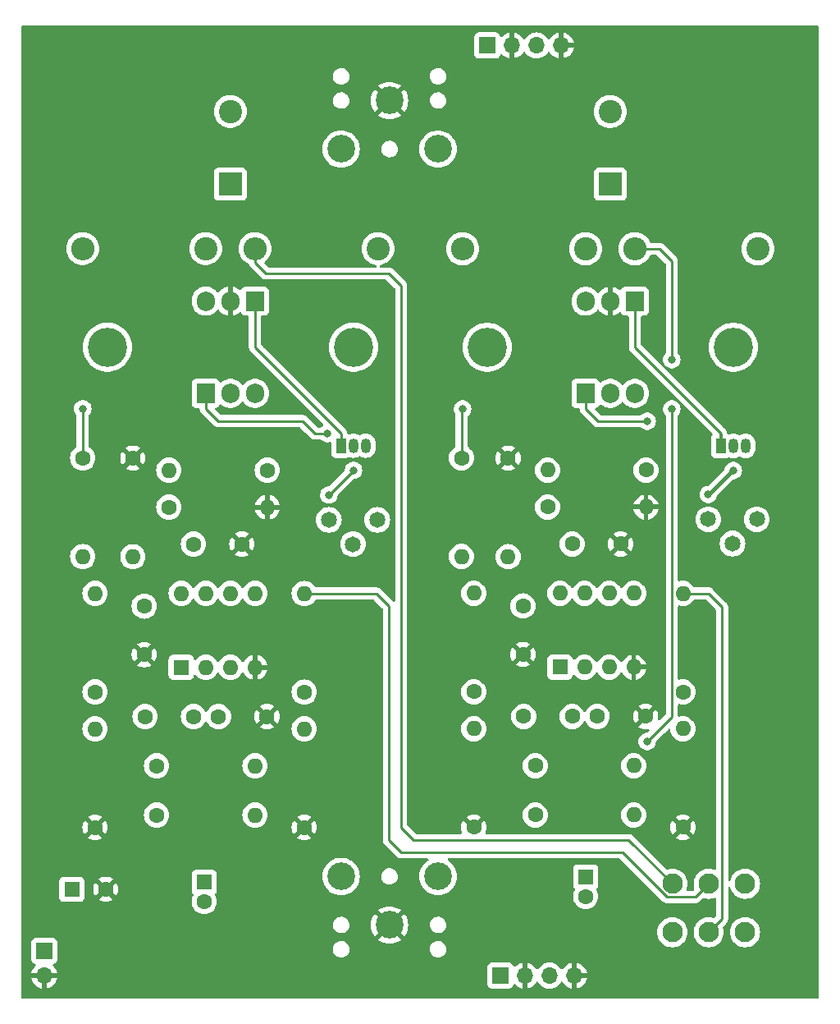
<source format=gbl>
G04 #@! TF.GenerationSoftware,KiCad,Pcbnew,7.0.7*
G04 #@! TF.CreationDate,2024-06-09T16:00:22+02:00*
G04 #@! TF.ProjectId,Audio Amplifier,41756469-6f20-4416-9d70-6c6966696572,rev?*
G04 #@! TF.SameCoordinates,Original*
G04 #@! TF.FileFunction,Copper,L2,Bot*
G04 #@! TF.FilePolarity,Positive*
%FSLAX46Y46*%
G04 Gerber Fmt 4.6, Leading zero omitted, Abs format (unit mm)*
G04 Created by KiCad (PCBNEW 7.0.7) date 2024-06-09 16:00:22*
%MOMM*%
%LPD*%
G01*
G04 APERTURE LIST*
G04 #@! TA.AperFunction,ComponentPad*
%ADD10C,1.600000*%
G04 #@! TD*
G04 #@! TA.AperFunction,ComponentPad*
%ADD11O,1.600000X1.600000*%
G04 #@! TD*
G04 #@! TA.AperFunction,ComponentPad*
%ADD12C,2.850000*%
G04 #@! TD*
G04 #@! TA.AperFunction,ComponentPad*
%ADD13O,1.905000X2.000000*%
G04 #@! TD*
G04 #@! TA.AperFunction,ComponentPad*
%ADD14R,1.905000X2.000000*%
G04 #@! TD*
G04 #@! TA.AperFunction,ComponentPad*
%ADD15O,1.700000X1.700000*%
G04 #@! TD*
G04 #@! TA.AperFunction,ComponentPad*
%ADD16R,1.700000X1.700000*%
G04 #@! TD*
G04 #@! TA.AperFunction,ComponentPad*
%ADD17O,2.400000X2.400000*%
G04 #@! TD*
G04 #@! TA.AperFunction,ComponentPad*
%ADD18C,2.400000*%
G04 #@! TD*
G04 #@! TA.AperFunction,ComponentPad*
%ADD19R,1.600000X1.600000*%
G04 #@! TD*
G04 #@! TA.AperFunction,ComponentPad*
%ADD20O,1.050000X1.500000*%
G04 #@! TD*
G04 #@! TA.AperFunction,ComponentPad*
%ADD21R,1.050000X1.500000*%
G04 #@! TD*
G04 #@! TA.AperFunction,ComponentPad*
%ADD22R,2.400000X2.400000*%
G04 #@! TD*
G04 #@! TA.AperFunction,ComponentPad*
%ADD23C,1.650000*%
G04 #@! TD*
G04 #@! TA.AperFunction,ComponentPad*
%ADD24C,4.050000*%
G04 #@! TD*
G04 #@! TA.AperFunction,ComponentPad*
%ADD25C,2.100000*%
G04 #@! TD*
G04 #@! TA.AperFunction,ViaPad*
%ADD26C,0.800000*%
G04 #@! TD*
G04 #@! TA.AperFunction,Conductor*
%ADD27C,0.250000*%
G04 #@! TD*
G04 APERTURE END LIST*
D10*
X152019000Y-97790000D03*
D11*
X152019000Y-107950000D03*
D10*
X113284000Y-97790000D03*
D11*
X113284000Y-107950000D03*
D12*
X134780000Y-140920000D03*
X144780000Y-140920000D03*
X139780000Y-145920000D03*
D13*
X120812500Y-81590255D03*
X123352500Y-81590255D03*
D14*
X125892500Y-81590255D03*
D11*
X125892500Y-129515255D03*
D10*
X115732500Y-129515255D03*
D15*
X157480000Y-55245000D03*
X154940000Y-55245000D03*
X152400000Y-55245000D03*
D16*
X149860000Y-55245000D03*
D12*
X144780000Y-65920000D03*
X134780000Y-65920000D03*
X139780000Y-60920000D03*
D11*
X148470000Y-111720000D03*
D10*
X148470000Y-121880000D03*
D11*
X166250000Y-102830000D03*
D10*
X156090000Y-102830000D03*
D11*
X130972500Y-111745255D03*
D10*
X130972500Y-121905255D03*
D13*
X125892500Y-91100255D03*
X123352500Y-91100255D03*
D14*
X120812500Y-91100255D03*
D17*
X165100000Y-76200000D03*
D18*
X177800000Y-76200000D03*
D16*
X151210000Y-151130000D03*
D15*
X153750000Y-151130000D03*
X156290000Y-151130000D03*
X158830000Y-151130000D03*
D11*
X130972500Y-125705255D03*
D10*
X130972500Y-135865255D03*
D17*
X125892500Y-76185255D03*
D18*
X138592500Y-76185255D03*
D10*
X124542500Y-106655255D03*
X119542500Y-106655255D03*
X170060000Y-135850000D03*
D11*
X170060000Y-125690000D03*
X164980000Y-129500000D03*
D10*
X154820000Y-129500000D03*
D11*
X157360000Y-111720000D03*
X159900000Y-111720000D03*
X162440000Y-111720000D03*
X164980000Y-111720000D03*
X164980000Y-119340000D03*
X162440000Y-119340000D03*
X159900000Y-119340000D03*
D19*
X157360000Y-119340000D03*
D11*
X109382500Y-125705255D03*
D10*
X109382500Y-135865255D03*
D19*
X120650000Y-141510000D03*
D10*
X120650000Y-143510000D03*
D11*
X170060000Y-111730000D03*
D10*
X170060000Y-121890000D03*
D11*
X117002500Y-99035255D03*
D10*
X127162500Y-99035255D03*
D11*
X156090000Y-99020000D03*
D10*
X166250000Y-99020000D03*
D11*
X118272500Y-111735255D03*
X120812500Y-111735255D03*
X123352500Y-111735255D03*
X125892500Y-111735255D03*
X125892500Y-119355255D03*
X123352500Y-119355255D03*
X120812500Y-119355255D03*
D19*
X118272500Y-119355255D03*
D10*
X166210000Y-124420000D03*
X161210000Y-124420000D03*
D20*
X137322500Y-96505255D03*
X136052500Y-96505255D03*
D21*
X134782500Y-96505255D03*
D18*
X162560000Y-62052755D03*
D22*
X162560000Y-69552755D03*
D10*
X127122500Y-124435255D03*
X122122500Y-124435255D03*
X153550000Y-118030000D03*
X153550000Y-113030000D03*
D18*
X123352500Y-62038010D03*
D22*
X123352500Y-69538010D03*
D23*
X175180000Y-106600000D03*
X172680000Y-104100000D03*
X177680000Y-104100000D03*
D10*
X119542500Y-124435255D03*
X114542500Y-124435255D03*
D11*
X147200000Y-107920000D03*
D10*
X147200000Y-97760000D03*
D17*
X147320000Y-76200000D03*
D18*
X160020000Y-76200000D03*
D10*
X114462500Y-118045255D03*
X114462500Y-113045255D03*
D24*
X136052500Y-86345255D03*
X110652500Y-86345255D03*
D10*
X158630000Y-124420000D03*
X153630000Y-124420000D03*
X160020000Y-142970000D03*
D19*
X160020000Y-140970000D03*
D20*
X176530000Y-96520000D03*
X175260000Y-96520000D03*
D21*
X173990000Y-96520000D03*
D23*
X136012500Y-106645255D03*
X133512500Y-104145255D03*
X138512500Y-104145255D03*
D11*
X127162500Y-102845255D03*
D10*
X117002500Y-102845255D03*
D13*
X165100000Y-91115000D03*
X162560000Y-91115000D03*
D14*
X160020000Y-91115000D03*
D16*
X104140000Y-148590000D03*
D15*
X104140000Y-151130000D03*
D17*
X108112500Y-76185255D03*
D18*
X120812500Y-76185255D03*
D13*
X160020000Y-81605000D03*
X162560000Y-81605000D03*
D14*
X165100000Y-81605000D03*
D11*
X125892500Y-134595255D03*
D10*
X115732500Y-134595255D03*
D11*
X164980000Y-134580000D03*
D10*
X154820000Y-134580000D03*
X110490000Y-142240000D03*
D19*
X106990000Y-142240000D03*
D11*
X108112500Y-107935255D03*
D10*
X108112500Y-97775255D03*
D24*
X175260000Y-86360000D03*
X149860000Y-86360000D03*
D10*
X163630000Y-106640000D03*
X158630000Y-106640000D03*
D11*
X148470000Y-125690000D03*
D10*
X148470000Y-135850000D03*
D25*
X176470000Y-146670000D03*
X172720000Y-146670000D03*
X168970000Y-146670000D03*
X176470000Y-141670000D03*
X172720000Y-141670000D03*
X168970000Y-141670000D03*
D11*
X109382500Y-111735255D03*
D10*
X109382500Y-121895255D03*
D26*
X136052500Y-99045255D03*
X133512500Y-101585255D03*
X133350000Y-95250000D03*
X108112500Y-92695255D03*
X168910000Y-92710000D03*
X166370000Y-127000000D03*
X168910000Y-87630000D03*
X172680000Y-101540000D03*
X175260000Y-99060000D03*
X166370000Y-93980000D03*
X147320000Y-92710000D03*
D27*
X134782500Y-95235255D02*
X125892500Y-86345255D01*
X125892500Y-86345255D02*
X125892500Y-81590255D01*
X134782500Y-96505255D02*
X134782500Y-95235255D01*
X136052500Y-99045255D02*
X133512500Y-101585255D01*
X132080000Y-95250000D02*
X133350000Y-95250000D01*
X127000000Y-93965255D02*
X122082500Y-93965255D01*
X120812500Y-92695255D02*
X120812500Y-91100255D01*
X108112500Y-92695255D02*
X108112500Y-97775255D01*
X127000000Y-93965255D02*
X130795255Y-93965255D01*
X130795255Y-93965255D02*
X132080000Y-95250000D01*
X122082500Y-93965255D02*
X120812500Y-92695255D01*
X139700000Y-137160000D02*
X139700000Y-113030000D01*
X139700000Y-113030000D02*
X138415255Y-111745255D01*
X171345000Y-143045000D02*
X168400456Y-143045000D01*
X163830000Y-138474544D02*
X163830000Y-138430000D01*
X140970000Y-138430000D02*
X139700000Y-137160000D01*
X168400456Y-143045000D02*
X163830000Y-138474544D01*
X138415255Y-111745255D02*
X130972500Y-111745255D01*
X163830000Y-138430000D02*
X140970000Y-138430000D01*
X172720000Y-141670000D02*
X171345000Y-143045000D01*
X168970000Y-141670000D02*
X164460000Y-137160000D01*
X164460000Y-137160000D02*
X142240000Y-137160000D01*
X140970000Y-135890000D02*
X140970000Y-80010000D01*
X142240000Y-137160000D02*
X140970000Y-135890000D01*
X127000000Y-78740000D02*
X125892500Y-77632500D01*
X140970000Y-80010000D02*
X139700000Y-78740000D01*
X125892500Y-77632500D02*
X125892500Y-76185255D01*
X139700000Y-78740000D02*
X127000000Y-78740000D01*
X168910000Y-124460000D02*
X168910000Y-93980000D01*
X167640000Y-125730000D02*
X168910000Y-124460000D01*
X167640000Y-76200000D02*
X165100000Y-76200000D01*
X168910000Y-87630000D02*
X168910000Y-77470000D01*
X168910000Y-77470000D02*
X167640000Y-76200000D01*
X168910000Y-93980000D02*
X168910000Y-92710000D01*
X166370000Y-127000000D02*
X167640000Y-125730000D01*
X173990000Y-96520000D02*
X173990000Y-95250000D01*
X173990000Y-95250000D02*
X165100000Y-86360000D01*
X173950000Y-96460000D02*
X173950000Y-95190000D01*
X165100000Y-86360000D02*
X165100000Y-81605000D01*
X175220000Y-99000000D02*
X172680000Y-101540000D01*
X175260000Y-99060000D02*
X172720000Y-101600000D01*
X147200000Y-92830000D02*
X147320000Y-92710000D01*
X147200000Y-97760000D02*
X147200000Y-92830000D01*
X161290000Y-93980000D02*
X160020000Y-92710000D01*
X166370000Y-93980000D02*
X161290000Y-93980000D01*
X160020000Y-92710000D02*
X160020000Y-91115000D01*
X174095000Y-145295000D02*
X174095000Y-113135000D01*
X172690000Y-111730000D02*
X170060000Y-111730000D01*
X174095000Y-113135000D02*
X172690000Y-111730000D01*
X172720000Y-146670000D02*
X174095000Y-145295000D01*
G04 #@! TA.AperFunction,Conductor*
G36*
X184001039Y-53182940D02*
G01*
X184046794Y-53235744D01*
X184058000Y-53287255D01*
X184058000Y-153368255D01*
X184038315Y-153435294D01*
X183985511Y-153481049D01*
X183934000Y-153492255D01*
X101887000Y-153492255D01*
X101819961Y-153472570D01*
X101774206Y-153419766D01*
X101763000Y-153368255D01*
X101763000Y-149487870D01*
X102789500Y-149487870D01*
X102789501Y-149487876D01*
X102795908Y-149547483D01*
X102846202Y-149682328D01*
X102846206Y-149682335D01*
X102932452Y-149797544D01*
X102932455Y-149797547D01*
X103047664Y-149883793D01*
X103047671Y-149883797D01*
X103047674Y-149883798D01*
X103179598Y-149933002D01*
X103235531Y-149974873D01*
X103259949Y-150040337D01*
X103245098Y-150108610D01*
X103223947Y-150136865D01*
X103101886Y-150258926D01*
X102966400Y-150452420D01*
X102966399Y-150452422D01*
X102866570Y-150666507D01*
X102866567Y-150666513D01*
X102809364Y-150879999D01*
X102809364Y-150880000D01*
X103526653Y-150880000D01*
X103593692Y-150899685D01*
X103639447Y-150952489D01*
X103649391Y-151021647D01*
X103645631Y-151038933D01*
X103640000Y-151058111D01*
X103640000Y-151201888D01*
X103645631Y-151221067D01*
X103645630Y-151290936D01*
X103607855Y-151349714D01*
X103544299Y-151378738D01*
X103526653Y-151380000D01*
X102809364Y-151380000D01*
X102866567Y-151593486D01*
X102866570Y-151593492D01*
X102966399Y-151807578D01*
X103101894Y-152001082D01*
X103268917Y-152168105D01*
X103462421Y-152303600D01*
X103676507Y-152403429D01*
X103676516Y-152403433D01*
X103890000Y-152460634D01*
X103890000Y-151742301D01*
X103909685Y-151675262D01*
X103962489Y-151629507D01*
X104031647Y-151619563D01*
X104104237Y-151630000D01*
X104104238Y-151630000D01*
X104175762Y-151630000D01*
X104175763Y-151630000D01*
X104248353Y-151619563D01*
X104317512Y-151629507D01*
X104370315Y-151675262D01*
X104390000Y-151742301D01*
X104390000Y-152460633D01*
X104603483Y-152403433D01*
X104603492Y-152403429D01*
X104817578Y-152303600D01*
X105011082Y-152168105D01*
X105151317Y-152027870D01*
X149859500Y-152027870D01*
X149859501Y-152027876D01*
X149865908Y-152087483D01*
X149916202Y-152222328D01*
X149916206Y-152222335D01*
X150002452Y-152337544D01*
X150002455Y-152337547D01*
X150117664Y-152423793D01*
X150117671Y-152423797D01*
X150252517Y-152474091D01*
X150252516Y-152474091D01*
X150259444Y-152474835D01*
X150312127Y-152480500D01*
X152107872Y-152480499D01*
X152167483Y-152474091D01*
X152302331Y-152423796D01*
X152417546Y-152337546D01*
X152503796Y-152222331D01*
X152553002Y-152090401D01*
X152594872Y-152034468D01*
X152660337Y-152010050D01*
X152728610Y-152024901D01*
X152756865Y-152046053D01*
X152878917Y-152168105D01*
X153072421Y-152303600D01*
X153286507Y-152403429D01*
X153286516Y-152403433D01*
X153500000Y-152460634D01*
X153500000Y-151742301D01*
X153519685Y-151675262D01*
X153572489Y-151629507D01*
X153641647Y-151619563D01*
X153714237Y-151630000D01*
X153714238Y-151630000D01*
X153785762Y-151630000D01*
X153785763Y-151630000D01*
X153858353Y-151619563D01*
X153927512Y-151629507D01*
X153980315Y-151675262D01*
X154000000Y-151742301D01*
X154000000Y-152460633D01*
X154213483Y-152403433D01*
X154213492Y-152403429D01*
X154427578Y-152303600D01*
X154621082Y-152168105D01*
X154788105Y-152001082D01*
X154918119Y-151815405D01*
X154972696Y-151771781D01*
X155042195Y-151764588D01*
X155104549Y-151796110D01*
X155121269Y-151815405D01*
X155251505Y-152001401D01*
X155418599Y-152168495D01*
X155515384Y-152236264D01*
X155612165Y-152304032D01*
X155612167Y-152304033D01*
X155612170Y-152304035D01*
X155826337Y-152403903D01*
X156054592Y-152465063D01*
X156231034Y-152480500D01*
X156289999Y-152485659D01*
X156290000Y-152485659D01*
X156290001Y-152485659D01*
X156348966Y-152480500D01*
X156525408Y-152465063D01*
X156753663Y-152403903D01*
X156967830Y-152304035D01*
X157161401Y-152168495D01*
X157328495Y-152001401D01*
X157458730Y-151815405D01*
X157513307Y-151771781D01*
X157582805Y-151764587D01*
X157645160Y-151796110D01*
X157661879Y-151815405D01*
X157791890Y-152001078D01*
X157958917Y-152168105D01*
X158152421Y-152303600D01*
X158366507Y-152403429D01*
X158366516Y-152403433D01*
X158580000Y-152460634D01*
X158580000Y-151742301D01*
X158599685Y-151675262D01*
X158652489Y-151629507D01*
X158721647Y-151619563D01*
X158794237Y-151630000D01*
X158794238Y-151630000D01*
X158865762Y-151630000D01*
X158865763Y-151630000D01*
X158938353Y-151619563D01*
X159007512Y-151629507D01*
X159060315Y-151675262D01*
X159080000Y-151742301D01*
X159080000Y-152460633D01*
X159293483Y-152403433D01*
X159293492Y-152403429D01*
X159507578Y-152303600D01*
X159701082Y-152168105D01*
X159868105Y-152001082D01*
X160003600Y-151807578D01*
X160103429Y-151593492D01*
X160103432Y-151593486D01*
X160160636Y-151380000D01*
X159443347Y-151380000D01*
X159376308Y-151360315D01*
X159330553Y-151307511D01*
X159320609Y-151238353D01*
X159324369Y-151221067D01*
X159330000Y-151201888D01*
X159330000Y-151058111D01*
X159324369Y-151038933D01*
X159324370Y-150969064D01*
X159362145Y-150910286D01*
X159425701Y-150881262D01*
X159443347Y-150880000D01*
X160160636Y-150880000D01*
X160160635Y-150879999D01*
X160103432Y-150666513D01*
X160103429Y-150666507D01*
X160003600Y-150452422D01*
X160003599Y-150452420D01*
X159868113Y-150258926D01*
X159868108Y-150258920D01*
X159701082Y-150091894D01*
X159507578Y-149956399D01*
X159293492Y-149856570D01*
X159293486Y-149856567D01*
X159080000Y-149799364D01*
X159080000Y-150517698D01*
X159060315Y-150584737D01*
X159007511Y-150630492D01*
X158938355Y-150640436D01*
X158865766Y-150630000D01*
X158865763Y-150630000D01*
X158794237Y-150630000D01*
X158794233Y-150630000D01*
X158721645Y-150640436D01*
X158652487Y-150630492D01*
X158599684Y-150584736D01*
X158580000Y-150517698D01*
X158580000Y-149799364D01*
X158579999Y-149799364D01*
X158366513Y-149856567D01*
X158366507Y-149856570D01*
X158152422Y-149956399D01*
X158152420Y-149956400D01*
X157958926Y-150091886D01*
X157958920Y-150091891D01*
X157791891Y-150258920D01*
X157791890Y-150258922D01*
X157661880Y-150444595D01*
X157607303Y-150488219D01*
X157537804Y-150495412D01*
X157475450Y-150463890D01*
X157458730Y-150444594D01*
X157328494Y-150258597D01*
X157161402Y-150091506D01*
X157161395Y-150091501D01*
X156967834Y-149955967D01*
X156967830Y-149955965D01*
X156918586Y-149933002D01*
X156753663Y-149856097D01*
X156753659Y-149856096D01*
X156753655Y-149856094D01*
X156525413Y-149794938D01*
X156525403Y-149794936D01*
X156290001Y-149774341D01*
X156289999Y-149774341D01*
X156054596Y-149794936D01*
X156054586Y-149794938D01*
X155826344Y-149856094D01*
X155826335Y-149856098D01*
X155612171Y-149955964D01*
X155612169Y-149955965D01*
X155418597Y-150091505D01*
X155251508Y-150258594D01*
X155121269Y-150444595D01*
X155066692Y-150488219D01*
X154997193Y-150495412D01*
X154934839Y-150463890D01*
X154918119Y-150444594D01*
X154788113Y-150258926D01*
X154788108Y-150258920D01*
X154621082Y-150091894D01*
X154427578Y-149956399D01*
X154213492Y-149856570D01*
X154213486Y-149856567D01*
X154000000Y-149799364D01*
X154000000Y-150517698D01*
X153980315Y-150584737D01*
X153927511Y-150630492D01*
X153858355Y-150640436D01*
X153785766Y-150630000D01*
X153785763Y-150630000D01*
X153714237Y-150630000D01*
X153714233Y-150630000D01*
X153641645Y-150640436D01*
X153572487Y-150630492D01*
X153519684Y-150584736D01*
X153500000Y-150517698D01*
X153500000Y-149799364D01*
X153499999Y-149799364D01*
X153286513Y-149856567D01*
X153286507Y-149856570D01*
X153072422Y-149956399D01*
X153072420Y-149956400D01*
X152878926Y-150091886D01*
X152756865Y-150213947D01*
X152695542Y-150247431D01*
X152625850Y-150242447D01*
X152569917Y-150200575D01*
X152553002Y-150169598D01*
X152503797Y-150037671D01*
X152503793Y-150037664D01*
X152417547Y-149922455D01*
X152417544Y-149922452D01*
X152302335Y-149836206D01*
X152302328Y-149836202D01*
X152167482Y-149785908D01*
X152167483Y-149785908D01*
X152107883Y-149779501D01*
X152107881Y-149779500D01*
X152107873Y-149779500D01*
X152107864Y-149779500D01*
X150312129Y-149779500D01*
X150312123Y-149779501D01*
X150252516Y-149785908D01*
X150117671Y-149836202D01*
X150117664Y-149836206D01*
X150002455Y-149922452D01*
X150002452Y-149922455D01*
X149916206Y-150037664D01*
X149916202Y-150037671D01*
X149865908Y-150172517D01*
X149859501Y-150232116D01*
X149859500Y-150232135D01*
X149859500Y-152027870D01*
X105151317Y-152027870D01*
X105178105Y-152001082D01*
X105313600Y-151807578D01*
X105413429Y-151593492D01*
X105413432Y-151593486D01*
X105470636Y-151380000D01*
X104753347Y-151380000D01*
X104686308Y-151360315D01*
X104640553Y-151307511D01*
X104630609Y-151238353D01*
X104634369Y-151221067D01*
X104640000Y-151201888D01*
X104640000Y-151058111D01*
X104634369Y-151038933D01*
X104634370Y-150969064D01*
X104672145Y-150910286D01*
X104735701Y-150881262D01*
X104753347Y-150880000D01*
X105470636Y-150880000D01*
X105470635Y-150879999D01*
X105413432Y-150666513D01*
X105413429Y-150666507D01*
X105313600Y-150452422D01*
X105313599Y-150452420D01*
X105178113Y-150258926D01*
X105178108Y-150258920D01*
X105056053Y-150136865D01*
X105022568Y-150075542D01*
X105027552Y-150005850D01*
X105069424Y-149949917D01*
X105100400Y-149933002D01*
X105232331Y-149883796D01*
X105347546Y-149797546D01*
X105433796Y-149682331D01*
X105484091Y-149547483D01*
X105490500Y-149487873D01*
X105490499Y-148373685D01*
X133925740Y-148373685D01*
X133935755Y-148558406D01*
X133935755Y-148558411D01*
X133985244Y-148736656D01*
X133985247Y-148736662D01*
X134071898Y-148900102D01*
X134134540Y-148973850D01*
X134191663Y-149041100D01*
X134338936Y-149153054D01*
X134506833Y-149230732D01*
X134506834Y-149230732D01*
X134506836Y-149230733D01*
X134561648Y-149242797D01*
X134687503Y-149270500D01*
X134687506Y-149270500D01*
X134826107Y-149270500D01*
X134826113Y-149270500D01*
X134963910Y-149255514D01*
X135139221Y-149196444D01*
X135297736Y-149101070D01*
X135432041Y-148973849D01*
X135535858Y-148820730D01*
X135604331Y-148648875D01*
X135634260Y-148466317D01*
X135629238Y-148373685D01*
X143925740Y-148373685D01*
X143935755Y-148558406D01*
X143935755Y-148558411D01*
X143985244Y-148736656D01*
X143985247Y-148736662D01*
X144071898Y-148900102D01*
X144134540Y-148973850D01*
X144191663Y-149041100D01*
X144338936Y-149153054D01*
X144506833Y-149230732D01*
X144506834Y-149230732D01*
X144506836Y-149230733D01*
X144561648Y-149242797D01*
X144687503Y-149270500D01*
X144687506Y-149270500D01*
X144826107Y-149270500D01*
X144826113Y-149270500D01*
X144963910Y-149255514D01*
X145139221Y-149196444D01*
X145297736Y-149101070D01*
X145432041Y-148973849D01*
X145535858Y-148820730D01*
X145604331Y-148648875D01*
X145634260Y-148466317D01*
X145624245Y-148281593D01*
X145608614Y-148225293D01*
X145574755Y-148103343D01*
X145574752Y-148103337D01*
X145488101Y-147939897D01*
X145368337Y-147798900D01*
X145332614Y-147771744D01*
X145221064Y-147686946D01*
X145053167Y-147609268D01*
X145053163Y-147609266D01*
X144872497Y-147569500D01*
X144733887Y-147569500D01*
X144733883Y-147569500D01*
X144596088Y-147584486D01*
X144420776Y-147643557D01*
X144420774Y-147643558D01*
X144262262Y-147738931D01*
X144262261Y-147738932D01*
X144127959Y-147866149D01*
X144024138Y-148019276D01*
X143955669Y-148191122D01*
X143925740Y-148373685D01*
X135629238Y-148373685D01*
X135624245Y-148281593D01*
X135608614Y-148225293D01*
X135574755Y-148103343D01*
X135574752Y-148103337D01*
X135488101Y-147939897D01*
X135368337Y-147798900D01*
X135332614Y-147771744D01*
X135221064Y-147686946D01*
X135053167Y-147609268D01*
X135053163Y-147609266D01*
X134872497Y-147569500D01*
X134733887Y-147569500D01*
X134733883Y-147569500D01*
X134596088Y-147584486D01*
X134420776Y-147643557D01*
X134420774Y-147643558D01*
X134262262Y-147738931D01*
X134262261Y-147738932D01*
X134127959Y-147866149D01*
X134024138Y-148019276D01*
X133955669Y-148191122D01*
X133925740Y-148373685D01*
X105490499Y-148373685D01*
X105490499Y-147692128D01*
X105484091Y-147632517D01*
X105460587Y-147569500D01*
X105433797Y-147497671D01*
X105433793Y-147497664D01*
X105347547Y-147382455D01*
X105347544Y-147382452D01*
X105232335Y-147296206D01*
X105232328Y-147296202D01*
X105097482Y-147245908D01*
X105097483Y-147245908D01*
X105037883Y-147239501D01*
X105037881Y-147239500D01*
X105037873Y-147239500D01*
X105037864Y-147239500D01*
X103242129Y-147239500D01*
X103242123Y-147239501D01*
X103182516Y-147245908D01*
X103047671Y-147296202D01*
X103047664Y-147296206D01*
X102932455Y-147382452D01*
X102932452Y-147382455D01*
X102846206Y-147497664D01*
X102846202Y-147497671D01*
X102795908Y-147632517D01*
X102791286Y-147675511D01*
X102789501Y-147692123D01*
X102789500Y-147692135D01*
X102789500Y-149487870D01*
X101763000Y-149487870D01*
X101763000Y-145873685D01*
X133925740Y-145873685D01*
X133935755Y-146058406D01*
X133935755Y-146058411D01*
X133985244Y-146236656D01*
X133985247Y-146236662D01*
X134071898Y-146400102D01*
X134172165Y-146518145D01*
X134191663Y-146541100D01*
X134338936Y-146653054D01*
X134506833Y-146730732D01*
X134506834Y-146730732D01*
X134506836Y-146730733D01*
X134561648Y-146742797D01*
X134687503Y-146770500D01*
X134687506Y-146770500D01*
X134826107Y-146770500D01*
X134826113Y-146770500D01*
X134963910Y-146755514D01*
X135139221Y-146696444D01*
X135297736Y-146601070D01*
X135432041Y-146473849D01*
X135535858Y-146320730D01*
X135604331Y-146148875D01*
X135634260Y-145966317D01*
X135631749Y-145920001D01*
X137850083Y-145920001D01*
X137869727Y-146194661D01*
X137928255Y-146463711D01*
X138024488Y-146721722D01*
X138156447Y-146963386D01*
X138156452Y-146963394D01*
X138253461Y-147092983D01*
X138253462Y-147092984D01*
X138991667Y-146354778D01*
X139052990Y-146321293D01*
X139122681Y-146326277D01*
X139178615Y-146368148D01*
X139178811Y-146368411D01*
X139230756Y-146438185D01*
X139336223Y-146526683D01*
X139374925Y-146584854D01*
X139376033Y-146654715D01*
X139344198Y-146709353D01*
X138607014Y-147446536D01*
X138607015Y-147446537D01*
X138736605Y-147543547D01*
X138736613Y-147543552D01*
X138978278Y-147675511D01*
X138978277Y-147675511D01*
X139236288Y-147771744D01*
X139505338Y-147830272D01*
X139779999Y-147849917D01*
X139780001Y-147849917D01*
X140054661Y-147830272D01*
X140323711Y-147771744D01*
X140581722Y-147675511D01*
X140823386Y-147543552D01*
X140823387Y-147543551D01*
X140952984Y-147446536D01*
X140215875Y-146709428D01*
X140182390Y-146648105D01*
X140187374Y-146578414D01*
X140229246Y-146522480D01*
X140235398Y-146518159D01*
X140265373Y-146498445D01*
X140385688Y-146370918D01*
X140385687Y-146370918D01*
X140390645Y-146365664D01*
X140391842Y-146366793D01*
X140440629Y-146330052D01*
X140510306Y-146324866D01*
X140571726Y-146358173D01*
X140571980Y-146358427D01*
X141306536Y-147092984D01*
X141403551Y-146963387D01*
X141403552Y-146963386D01*
X141535511Y-146721722D01*
X141631744Y-146463711D01*
X141690272Y-146194661D01*
X141709917Y-145920001D01*
X141709917Y-145919998D01*
X141706604Y-145873685D01*
X143925740Y-145873685D01*
X143935755Y-146058406D01*
X143935755Y-146058411D01*
X143985244Y-146236656D01*
X143985247Y-146236662D01*
X144071898Y-146400102D01*
X144172165Y-146518145D01*
X144191663Y-146541100D01*
X144338936Y-146653054D01*
X144506833Y-146730732D01*
X144506834Y-146730732D01*
X144506836Y-146730733D01*
X144561648Y-146742797D01*
X144687503Y-146770500D01*
X144687506Y-146770500D01*
X144826107Y-146770500D01*
X144826113Y-146770500D01*
X144963910Y-146755514D01*
X145139221Y-146696444D01*
X145183172Y-146670000D01*
X167414706Y-146670000D01*
X167433853Y-146913297D01*
X167433853Y-146913300D01*
X167433854Y-146913302D01*
X167476992Y-147092983D01*
X167490830Y-147150619D01*
X167584222Y-147376089D01*
X167711737Y-147584173D01*
X167711738Y-147584176D01*
X167762455Y-147643558D01*
X167870241Y-147769759D01*
X167983102Y-147866151D01*
X168055823Y-147928261D01*
X168055826Y-147928262D01*
X168263910Y-148055777D01*
X168489381Y-148149169D01*
X168489378Y-148149169D01*
X168489384Y-148149170D01*
X168489388Y-148149172D01*
X168726698Y-148206146D01*
X168970000Y-148225294D01*
X169213302Y-148206146D01*
X169450612Y-148149172D01*
X169676089Y-148055777D01*
X169884179Y-147928259D01*
X170069759Y-147769759D01*
X170228259Y-147584179D01*
X170355777Y-147376089D01*
X170449172Y-147150612D01*
X170506146Y-146913302D01*
X170525294Y-146670000D01*
X170506146Y-146426698D01*
X170449172Y-146189388D01*
X170394920Y-146058411D01*
X170355777Y-145963910D01*
X170228262Y-145755826D01*
X170228261Y-145755823D01*
X170184002Y-145704003D01*
X170069759Y-145570241D01*
X169917146Y-145439897D01*
X169884176Y-145411738D01*
X169884173Y-145411737D01*
X169676089Y-145284222D01*
X169450618Y-145190830D01*
X169450621Y-145190830D01*
X169253713Y-145143556D01*
X169213302Y-145133854D01*
X169213300Y-145133853D01*
X169213297Y-145133853D01*
X168970000Y-145114706D01*
X168726702Y-145133853D01*
X168647594Y-145152845D01*
X168505558Y-145186946D01*
X168489380Y-145190830D01*
X168263910Y-145284222D01*
X168055826Y-145411737D01*
X168055823Y-145411738D01*
X167870241Y-145570241D01*
X167711738Y-145755823D01*
X167711737Y-145755826D01*
X167584222Y-145963910D01*
X167490830Y-146189380D01*
X167433853Y-146426702D01*
X167414706Y-146670000D01*
X145183172Y-146670000D01*
X145297736Y-146601070D01*
X145432041Y-146473849D01*
X145535858Y-146320730D01*
X145604331Y-146148875D01*
X145634260Y-145966317D01*
X145624245Y-145781593D01*
X145624021Y-145780786D01*
X145574755Y-145603343D01*
X145574752Y-145603337D01*
X145488101Y-145439897D01*
X145368337Y-145298900D01*
X145349028Y-145284222D01*
X145221064Y-145186946D01*
X145053167Y-145109268D01*
X145053163Y-145109266D01*
X144872497Y-145069500D01*
X144733887Y-145069500D01*
X144733883Y-145069500D01*
X144596088Y-145084486D01*
X144420776Y-145143557D01*
X144420774Y-145143558D01*
X144262262Y-145238931D01*
X144262261Y-145238932D01*
X144127959Y-145366149D01*
X144024138Y-145519276D01*
X143955669Y-145691122D01*
X143925740Y-145873685D01*
X141706604Y-145873685D01*
X141690272Y-145645338D01*
X141631744Y-145376288D01*
X141535511Y-145118277D01*
X141403552Y-144876613D01*
X141403547Y-144876605D01*
X141306537Y-144747015D01*
X141306536Y-144747014D01*
X140568331Y-145485220D01*
X140507008Y-145518705D01*
X140437316Y-145513721D01*
X140381383Y-145471849D01*
X140381291Y-145471726D01*
X140329244Y-145401815D01*
X140329243Y-145401814D01*
X140223775Y-145313315D01*
X140185073Y-145255143D01*
X140183965Y-145185283D01*
X140215800Y-145130645D01*
X140952984Y-144393462D01*
X140952983Y-144393461D01*
X140823394Y-144296452D01*
X140823386Y-144296447D01*
X140581721Y-144164488D01*
X140581722Y-144164488D01*
X140323711Y-144068255D01*
X140054661Y-144009727D01*
X139780001Y-143990083D01*
X139779999Y-143990083D01*
X139505338Y-144009727D01*
X139236288Y-144068255D01*
X138978277Y-144164488D01*
X138736613Y-144296447D01*
X138607015Y-144393462D01*
X139344124Y-145130571D01*
X139377609Y-145191894D01*
X139372625Y-145261586D01*
X139330753Y-145317519D01*
X139324583Y-145321852D01*
X139294627Y-145341554D01*
X139169355Y-145474335D01*
X139168163Y-145473210D01*
X139119324Y-145509962D01*
X139049646Y-145515122D01*
X138988238Y-145481791D01*
X138253462Y-144747015D01*
X138156447Y-144876613D01*
X138024488Y-145118277D01*
X137928255Y-145376288D01*
X137869727Y-145645338D01*
X137850083Y-145919998D01*
X137850083Y-145920001D01*
X135631749Y-145920001D01*
X135624245Y-145781593D01*
X135624021Y-145780786D01*
X135574755Y-145603343D01*
X135574752Y-145603337D01*
X135488101Y-145439897D01*
X135368337Y-145298900D01*
X135349028Y-145284222D01*
X135221064Y-145186946D01*
X135053167Y-145109268D01*
X135053163Y-145109266D01*
X134872497Y-145069500D01*
X134733887Y-145069500D01*
X134733883Y-145069500D01*
X134596088Y-145084486D01*
X134420776Y-145143557D01*
X134420774Y-145143558D01*
X134262262Y-145238931D01*
X134262261Y-145238932D01*
X134127959Y-145366149D01*
X134024138Y-145519276D01*
X133955669Y-145691122D01*
X133925740Y-145873685D01*
X101763000Y-145873685D01*
X101763000Y-143087870D01*
X105689500Y-143087870D01*
X105689501Y-143087876D01*
X105695908Y-143147483D01*
X105746202Y-143282328D01*
X105746206Y-143282335D01*
X105832452Y-143397544D01*
X105832455Y-143397547D01*
X105947664Y-143483793D01*
X105947671Y-143483797D01*
X106082517Y-143534091D01*
X106082516Y-143534091D01*
X106089444Y-143534835D01*
X106142127Y-143540500D01*
X107837872Y-143540499D01*
X107897483Y-143534091D01*
X108032331Y-143483796D01*
X108147546Y-143397546D01*
X108233796Y-143282331D01*
X108284091Y-143147483D01*
X108290500Y-143087873D01*
X108290500Y-142240002D01*
X109185034Y-142240002D01*
X109204858Y-142466599D01*
X109204860Y-142466610D01*
X109263730Y-142686317D01*
X109263734Y-142686326D01*
X109359865Y-142892481D01*
X109359866Y-142892483D01*
X109410973Y-142965471D01*
X109410973Y-142965472D01*
X109952580Y-142423865D01*
X110013903Y-142390380D01*
X110083594Y-142395364D01*
X110139528Y-142437235D01*
X110150742Y-142455246D01*
X110156527Y-142466599D01*
X110162358Y-142478044D01*
X110162363Y-142478050D01*
X110251949Y-142567636D01*
X110251951Y-142567637D01*
X110251955Y-142567641D01*
X110274747Y-142579254D01*
X110325542Y-142627228D01*
X110342337Y-142695049D01*
X110319799Y-142761184D01*
X110306132Y-142777419D01*
X109764526Y-143319025D01*
X109764526Y-143319026D01*
X109837512Y-143370131D01*
X109837516Y-143370133D01*
X110043673Y-143466265D01*
X110043682Y-143466269D01*
X110263389Y-143525139D01*
X110263400Y-143525141D01*
X110489998Y-143544966D01*
X110490002Y-143544966D01*
X110716599Y-143525141D01*
X110716610Y-143525139D01*
X110773106Y-143510001D01*
X119344532Y-143510001D01*
X119364364Y-143736686D01*
X119364366Y-143736697D01*
X119423258Y-143956488D01*
X119423261Y-143956497D01*
X119519431Y-144162732D01*
X119519432Y-144162734D01*
X119649954Y-144349141D01*
X119810858Y-144510045D01*
X119810861Y-144510047D01*
X119997266Y-144640568D01*
X120203504Y-144736739D01*
X120423308Y-144795635D01*
X120585230Y-144809801D01*
X120649998Y-144815468D01*
X120650000Y-144815468D01*
X120650002Y-144815468D01*
X120706673Y-144810509D01*
X120876692Y-144795635D01*
X121096496Y-144736739D01*
X121302734Y-144640568D01*
X121489139Y-144510047D01*
X121650047Y-144349139D01*
X121780568Y-144162734D01*
X121876739Y-143956496D01*
X121935635Y-143736692D01*
X121955020Y-143515120D01*
X121955468Y-143510001D01*
X121955468Y-143509998D01*
X121948363Y-143428788D01*
X121935635Y-143283308D01*
X121876739Y-143063504D01*
X121833138Y-142970001D01*
X158714532Y-142970001D01*
X158734364Y-143196686D01*
X158734366Y-143196697D01*
X158793258Y-143416488D01*
X158793261Y-143416497D01*
X158889431Y-143622732D01*
X158889432Y-143622734D01*
X159019954Y-143809141D01*
X159180858Y-143970045D01*
X159180861Y-143970047D01*
X159367266Y-144100568D01*
X159573504Y-144196739D01*
X159793308Y-144255635D01*
X159955230Y-144269801D01*
X160019998Y-144275468D01*
X160020000Y-144275468D01*
X160020002Y-144275468D01*
X160076673Y-144270509D01*
X160246692Y-144255635D01*
X160466496Y-144196739D01*
X160672734Y-144100568D01*
X160859139Y-143970047D01*
X161020047Y-143809139D01*
X161150568Y-143622734D01*
X161246739Y-143416496D01*
X161305635Y-143196692D01*
X161325468Y-142970000D01*
X161305635Y-142743308D01*
X161246739Y-142523504D01*
X161150568Y-142317266D01*
X161150567Y-142317264D01*
X161141589Y-142304442D01*
X161119262Y-142238235D01*
X161136273Y-142170468D01*
X161168855Y-142134051D01*
X161177546Y-142127546D01*
X161263796Y-142012331D01*
X161314091Y-141877483D01*
X161320500Y-141817873D01*
X161320499Y-140122128D01*
X161314091Y-140062517D01*
X161263796Y-139927669D01*
X161263795Y-139927668D01*
X161263793Y-139927664D01*
X161177547Y-139812455D01*
X161177544Y-139812452D01*
X161062335Y-139726206D01*
X161062328Y-139726202D01*
X160927482Y-139675908D01*
X160927483Y-139675908D01*
X160867883Y-139669501D01*
X160867881Y-139669500D01*
X160867873Y-139669500D01*
X160867864Y-139669500D01*
X159172129Y-139669500D01*
X159172123Y-139669501D01*
X159112516Y-139675908D01*
X158977671Y-139726202D01*
X158977664Y-139726206D01*
X158862455Y-139812452D01*
X158862452Y-139812455D01*
X158776206Y-139927664D01*
X158776202Y-139927671D01*
X158725908Y-140062517D01*
X158719501Y-140122116D01*
X158719501Y-140122123D01*
X158719500Y-140122135D01*
X158719500Y-141817870D01*
X158719501Y-141817876D01*
X158725908Y-141877483D01*
X158776202Y-142012328D01*
X158776206Y-142012335D01*
X158862452Y-142127544D01*
X158862453Y-142127545D01*
X158862454Y-142127546D01*
X158871142Y-142134050D01*
X158871145Y-142134052D01*
X158913017Y-142189985D01*
X158918001Y-142259677D01*
X158898415Y-142304435D01*
X158889434Y-142317262D01*
X158889431Y-142317267D01*
X158793261Y-142523502D01*
X158793258Y-142523511D01*
X158734366Y-142743302D01*
X158734364Y-142743313D01*
X158714532Y-142969998D01*
X158714532Y-142970001D01*
X121833138Y-142970001D01*
X121780568Y-142857266D01*
X121780567Y-142857264D01*
X121771589Y-142844442D01*
X121749262Y-142778235D01*
X121766273Y-142710468D01*
X121798855Y-142674051D01*
X121807546Y-142667546D01*
X121893796Y-142552331D01*
X121944091Y-142417483D01*
X121950500Y-142357873D01*
X121950499Y-140920001D01*
X132849582Y-140920001D01*
X132869231Y-141194727D01*
X132869232Y-141194734D01*
X132919693Y-141426702D01*
X132927777Y-141463862D01*
X133014526Y-141696444D01*
X133024032Y-141721930D01*
X133156025Y-141963657D01*
X133156030Y-141963665D01*
X133321080Y-142184147D01*
X133321096Y-142184165D01*
X133515834Y-142378903D01*
X133515852Y-142378919D01*
X133736334Y-142543969D01*
X133736342Y-142543974D01*
X133978069Y-142675967D01*
X133978068Y-142675967D01*
X133978072Y-142675968D01*
X133978075Y-142675970D01*
X134236138Y-142772223D01*
X134505273Y-142830769D01*
X134760350Y-142849012D01*
X134779999Y-142850418D01*
X134780000Y-142850418D01*
X134780001Y-142850418D01*
X134798338Y-142849106D01*
X135054727Y-142830769D01*
X135323862Y-142772223D01*
X135581925Y-142675970D01*
X135823663Y-142543971D01*
X136044155Y-142378913D01*
X136238913Y-142184155D01*
X136403971Y-141963663D01*
X136535970Y-141721925D01*
X136632223Y-141463862D01*
X136690769Y-141194727D01*
X136710418Y-140920000D01*
X136707105Y-140873685D01*
X138925740Y-140873685D01*
X138935755Y-141058406D01*
X138935755Y-141058411D01*
X138985244Y-141236656D01*
X138985247Y-141236662D01*
X139071898Y-141400102D01*
X139134540Y-141473850D01*
X139191663Y-141541100D01*
X139338936Y-141653054D01*
X139506833Y-141730732D01*
X139506834Y-141730732D01*
X139506836Y-141730733D01*
X139561648Y-141742797D01*
X139687503Y-141770500D01*
X139687506Y-141770500D01*
X139826107Y-141770500D01*
X139826113Y-141770500D01*
X139963910Y-141755514D01*
X140139221Y-141696444D01*
X140297736Y-141601070D01*
X140432041Y-141473849D01*
X140535858Y-141320730D01*
X140604331Y-141148875D01*
X140634260Y-140966317D01*
X140624245Y-140781593D01*
X140591078Y-140662135D01*
X140574755Y-140603343D01*
X140574752Y-140603337D01*
X140488101Y-140439897D01*
X140368337Y-140298900D01*
X140349028Y-140284222D01*
X140221064Y-140186946D01*
X140053167Y-140109268D01*
X140053163Y-140109266D01*
X139872497Y-140069500D01*
X139733887Y-140069500D01*
X139733883Y-140069500D01*
X139596088Y-140084486D01*
X139420776Y-140143557D01*
X139420774Y-140143558D01*
X139262262Y-140238931D01*
X139262261Y-140238932D01*
X139127959Y-140366149D01*
X139024138Y-140519276D01*
X138955669Y-140691122D01*
X138925740Y-140873685D01*
X136707105Y-140873685D01*
X136690769Y-140645273D01*
X136632223Y-140376138D01*
X136535970Y-140118075D01*
X136535178Y-140116625D01*
X136403974Y-139876342D01*
X136403969Y-139876334D01*
X136238919Y-139655852D01*
X136238903Y-139655834D01*
X136044165Y-139461096D01*
X136044147Y-139461080D01*
X135823665Y-139296030D01*
X135823657Y-139296025D01*
X135581930Y-139164032D01*
X135581931Y-139164032D01*
X135531679Y-139145289D01*
X135323862Y-139067777D01*
X135323855Y-139067775D01*
X135323854Y-139067775D01*
X135054734Y-139009232D01*
X135054727Y-139009231D01*
X134780001Y-138989582D01*
X134779999Y-138989582D01*
X134505272Y-139009231D01*
X134505265Y-139009232D01*
X134236145Y-139067775D01*
X134236141Y-139067776D01*
X134236138Y-139067777D01*
X134074704Y-139127989D01*
X133978069Y-139164032D01*
X133736342Y-139296025D01*
X133736334Y-139296030D01*
X133515852Y-139461080D01*
X133515834Y-139461096D01*
X133321096Y-139655834D01*
X133321080Y-139655852D01*
X133156030Y-139876334D01*
X133156025Y-139876342D01*
X133024032Y-140118069D01*
X133018145Y-140133853D01*
X132927777Y-140376138D01*
X132927776Y-140376141D01*
X132927775Y-140376145D01*
X132869232Y-140645265D01*
X132869231Y-140645272D01*
X132849582Y-140919998D01*
X132849582Y-140920001D01*
X121950499Y-140920001D01*
X121950499Y-140662128D01*
X121944091Y-140602517D01*
X121893796Y-140467669D01*
X121893795Y-140467668D01*
X121893793Y-140467664D01*
X121807547Y-140352455D01*
X121807544Y-140352452D01*
X121692335Y-140266206D01*
X121692328Y-140266202D01*
X121557482Y-140215908D01*
X121557483Y-140215908D01*
X121497883Y-140209501D01*
X121497881Y-140209500D01*
X121497873Y-140209500D01*
X121497864Y-140209500D01*
X119802129Y-140209500D01*
X119802123Y-140209501D01*
X119742516Y-140215908D01*
X119607671Y-140266202D01*
X119607664Y-140266206D01*
X119492455Y-140352452D01*
X119492452Y-140352455D01*
X119406206Y-140467664D01*
X119406202Y-140467671D01*
X119355908Y-140602517D01*
X119351313Y-140645265D01*
X119349501Y-140662123D01*
X119349500Y-140662135D01*
X119349500Y-142357870D01*
X119349501Y-142357876D01*
X119355908Y-142417483D01*
X119406202Y-142552328D01*
X119406206Y-142552335D01*
X119492452Y-142667544D01*
X119492453Y-142667545D01*
X119492454Y-142667546D01*
X119501142Y-142674050D01*
X119501145Y-142674052D01*
X119543017Y-142729985D01*
X119548001Y-142799677D01*
X119528415Y-142844435D01*
X119519434Y-142857262D01*
X119519431Y-142857267D01*
X119423261Y-143063502D01*
X119423258Y-143063511D01*
X119364366Y-143283302D01*
X119364364Y-143283313D01*
X119344532Y-143509998D01*
X119344532Y-143510001D01*
X110773106Y-143510001D01*
X110936317Y-143466269D01*
X110936331Y-143466264D01*
X111142478Y-143370136D01*
X111215472Y-143319025D01*
X110673866Y-142777419D01*
X110640381Y-142716096D01*
X110645365Y-142646404D01*
X110687237Y-142590471D01*
X110705245Y-142579258D01*
X110728045Y-142567641D01*
X110817641Y-142478045D01*
X110829254Y-142455252D01*
X110877225Y-142404458D01*
X110945046Y-142387661D01*
X111011181Y-142410197D01*
X111027419Y-142423866D01*
X111569025Y-142965472D01*
X111620136Y-142892478D01*
X111716264Y-142686331D01*
X111716269Y-142686317D01*
X111775139Y-142466610D01*
X111775141Y-142466599D01*
X111794966Y-142240002D01*
X111794966Y-142239997D01*
X111775141Y-142013400D01*
X111775139Y-142013389D01*
X111716269Y-141793682D01*
X111716265Y-141793673D01*
X111620133Y-141587516D01*
X111620131Y-141587512D01*
X111569026Y-141514526D01*
X111569025Y-141514526D01*
X111027419Y-142056132D01*
X110966096Y-142089617D01*
X110896404Y-142084633D01*
X110840471Y-142042761D01*
X110829256Y-142024751D01*
X110817641Y-142001955D01*
X110817637Y-142001951D01*
X110817636Y-142001949D01*
X110728050Y-141912363D01*
X110728044Y-141912358D01*
X110718109Y-141907296D01*
X110705250Y-141900744D01*
X110654456Y-141852773D01*
X110637660Y-141784952D01*
X110660197Y-141718817D01*
X110673865Y-141702580D01*
X111215472Y-141160973D01*
X111142483Y-141109866D01*
X111142481Y-141109865D01*
X110936326Y-141013734D01*
X110936317Y-141013730D01*
X110716610Y-140954860D01*
X110716599Y-140954858D01*
X110490002Y-140935034D01*
X110489998Y-140935034D01*
X110263400Y-140954858D01*
X110263389Y-140954860D01*
X110043682Y-141013730D01*
X110043673Y-141013734D01*
X109837513Y-141109868D01*
X109764526Y-141160973D01*
X110306133Y-141702580D01*
X110339618Y-141763903D01*
X110334634Y-141833595D01*
X110292762Y-141889528D01*
X110274748Y-141900745D01*
X110251956Y-141912358D01*
X110251949Y-141912363D01*
X110162363Y-142001949D01*
X110162358Y-142001956D01*
X110150745Y-142024748D01*
X110102770Y-142075544D01*
X110034949Y-142092338D01*
X109968814Y-142069800D01*
X109952580Y-142056133D01*
X109410973Y-141514526D01*
X109359868Y-141587513D01*
X109263734Y-141793673D01*
X109263730Y-141793682D01*
X109204860Y-142013389D01*
X109204858Y-142013400D01*
X109185034Y-142239997D01*
X109185034Y-142240002D01*
X108290500Y-142240002D01*
X108290499Y-141392128D01*
X108284091Y-141332517D01*
X108262231Y-141273908D01*
X108233797Y-141197671D01*
X108233793Y-141197664D01*
X108147547Y-141082455D01*
X108147544Y-141082452D01*
X108032335Y-140996206D01*
X108032328Y-140996202D01*
X107897482Y-140945908D01*
X107897483Y-140945908D01*
X107837883Y-140939501D01*
X107837881Y-140939500D01*
X107837873Y-140939500D01*
X107837864Y-140939500D01*
X106142129Y-140939500D01*
X106142123Y-140939501D01*
X106082516Y-140945908D01*
X105947671Y-140996202D01*
X105947664Y-140996206D01*
X105832455Y-141082452D01*
X105832452Y-141082455D01*
X105746206Y-141197664D01*
X105746202Y-141197671D01*
X105695908Y-141332517D01*
X105689791Y-141389417D01*
X105689501Y-141392123D01*
X105689500Y-141392135D01*
X105689500Y-143087870D01*
X101763000Y-143087870D01*
X101763000Y-135865257D01*
X108077534Y-135865257D01*
X108097358Y-136091854D01*
X108097360Y-136091865D01*
X108156230Y-136311572D01*
X108156234Y-136311581D01*
X108252365Y-136517736D01*
X108252366Y-136517738D01*
X108303473Y-136590726D01*
X108303473Y-136590727D01*
X108845080Y-136049120D01*
X108906403Y-136015635D01*
X108976094Y-136020619D01*
X109032028Y-136062490D01*
X109043242Y-136080501D01*
X109047086Y-136088044D01*
X109054858Y-136103299D01*
X109054863Y-136103305D01*
X109144449Y-136192891D01*
X109144451Y-136192892D01*
X109144455Y-136192896D01*
X109167247Y-136204509D01*
X109218042Y-136252483D01*
X109234837Y-136320304D01*
X109212299Y-136386439D01*
X109198632Y-136402674D01*
X108657026Y-136944280D01*
X108657026Y-136944281D01*
X108730012Y-136995386D01*
X108730016Y-136995388D01*
X108936173Y-137091520D01*
X108936182Y-137091524D01*
X109155889Y-137150394D01*
X109155900Y-137150396D01*
X109382498Y-137170221D01*
X109382502Y-137170221D01*
X109609099Y-137150396D01*
X109609110Y-137150394D01*
X109828817Y-137091524D01*
X109828831Y-137091519D01*
X110034978Y-136995391D01*
X110107972Y-136944280D01*
X109566366Y-136402674D01*
X109532881Y-136341351D01*
X109537865Y-136271659D01*
X109579737Y-136215726D01*
X109597745Y-136204513D01*
X109620545Y-136192896D01*
X109710141Y-136103300D01*
X109721754Y-136080507D01*
X109769725Y-136029713D01*
X109837546Y-136012916D01*
X109903681Y-136035452D01*
X109919919Y-136049121D01*
X110461525Y-136590727D01*
X110512636Y-136517733D01*
X110608764Y-136311586D01*
X110608769Y-136311572D01*
X110667639Y-136091865D01*
X110667641Y-136091854D01*
X110687466Y-135865257D01*
X110687466Y-135865252D01*
X110667641Y-135638655D01*
X110667639Y-135638644D01*
X110608769Y-135418937D01*
X110608765Y-135418928D01*
X110512633Y-135212771D01*
X110512631Y-135212767D01*
X110461526Y-135139781D01*
X110461525Y-135139781D01*
X109919919Y-135681387D01*
X109858596Y-135714872D01*
X109788904Y-135709888D01*
X109732971Y-135668016D01*
X109721756Y-135650006D01*
X109710141Y-135627210D01*
X109710137Y-135627206D01*
X109710136Y-135627204D01*
X109620550Y-135537618D01*
X109620544Y-135537613D01*
X109610609Y-135532551D01*
X109597750Y-135525999D01*
X109546956Y-135478028D01*
X109530160Y-135410207D01*
X109552697Y-135344072D01*
X109566365Y-135327835D01*
X110107972Y-134786228D01*
X110034983Y-134735121D01*
X110034981Y-134735120D01*
X109828826Y-134638989D01*
X109828817Y-134638985D01*
X109665617Y-134595256D01*
X114427032Y-134595256D01*
X114446864Y-134821941D01*
X114446866Y-134821952D01*
X114505758Y-135041743D01*
X114505761Y-135041752D01*
X114601931Y-135247987D01*
X114601932Y-135247989D01*
X114732454Y-135434396D01*
X114893358Y-135595300D01*
X114893361Y-135595302D01*
X115079766Y-135725823D01*
X115286004Y-135821994D01*
X115505808Y-135880890D01*
X115667730Y-135895056D01*
X115732498Y-135900723D01*
X115732500Y-135900723D01*
X115732502Y-135900723D01*
X115789173Y-135895764D01*
X115959192Y-135880890D01*
X116178996Y-135821994D01*
X116385234Y-135725823D01*
X116571639Y-135595302D01*
X116732547Y-135434394D01*
X116863068Y-135247989D01*
X116959239Y-135041751D01*
X117018135Y-134821947D01*
X117037968Y-134595256D01*
X124587032Y-134595256D01*
X124606864Y-134821941D01*
X124606866Y-134821952D01*
X124665758Y-135041743D01*
X124665761Y-135041752D01*
X124761931Y-135247987D01*
X124761932Y-135247989D01*
X124892454Y-135434396D01*
X125053358Y-135595300D01*
X125053361Y-135595302D01*
X125239766Y-135725823D01*
X125446004Y-135821994D01*
X125665808Y-135880890D01*
X125827730Y-135895056D01*
X125892498Y-135900723D01*
X125892500Y-135900723D01*
X125892502Y-135900723D01*
X125949172Y-135895764D01*
X126119192Y-135880890D01*
X126177535Y-135865257D01*
X129667534Y-135865257D01*
X129687358Y-136091854D01*
X129687360Y-136091865D01*
X129746230Y-136311572D01*
X129746234Y-136311581D01*
X129842365Y-136517736D01*
X129842366Y-136517738D01*
X129893473Y-136590726D01*
X129893473Y-136590727D01*
X130435080Y-136049120D01*
X130496403Y-136015635D01*
X130566094Y-136020619D01*
X130622028Y-136062490D01*
X130633242Y-136080501D01*
X130637086Y-136088044D01*
X130644858Y-136103299D01*
X130644863Y-136103305D01*
X130734449Y-136192891D01*
X130734451Y-136192892D01*
X130734455Y-136192896D01*
X130757247Y-136204509D01*
X130808042Y-136252483D01*
X130824837Y-136320304D01*
X130802299Y-136386439D01*
X130788632Y-136402674D01*
X130247026Y-136944280D01*
X130247026Y-136944281D01*
X130320012Y-136995386D01*
X130320016Y-136995388D01*
X130526173Y-137091520D01*
X130526182Y-137091524D01*
X130745889Y-137150394D01*
X130745900Y-137150396D01*
X130972498Y-137170221D01*
X130972502Y-137170221D01*
X131199099Y-137150396D01*
X131199110Y-137150394D01*
X131418817Y-137091524D01*
X131418831Y-137091519D01*
X131624978Y-136995391D01*
X131697972Y-136944280D01*
X131156366Y-136402674D01*
X131122881Y-136341351D01*
X131127865Y-136271659D01*
X131169737Y-136215726D01*
X131187745Y-136204513D01*
X131210545Y-136192896D01*
X131300141Y-136103300D01*
X131311754Y-136080507D01*
X131359725Y-136029713D01*
X131427546Y-136012916D01*
X131493681Y-136035452D01*
X131509919Y-136049121D01*
X132051525Y-136590727D01*
X132102636Y-136517733D01*
X132198764Y-136311586D01*
X132198769Y-136311572D01*
X132257639Y-136091865D01*
X132257641Y-136091854D01*
X132277466Y-135865257D01*
X132277466Y-135865252D01*
X132257641Y-135638655D01*
X132257639Y-135638644D01*
X132198769Y-135418937D01*
X132198765Y-135418928D01*
X132102633Y-135212771D01*
X132102631Y-135212767D01*
X132051526Y-135139781D01*
X132051525Y-135139781D01*
X131509919Y-135681387D01*
X131448596Y-135714872D01*
X131378904Y-135709888D01*
X131322971Y-135668016D01*
X131311756Y-135650006D01*
X131300141Y-135627210D01*
X131300137Y-135627206D01*
X131300136Y-135627204D01*
X131210550Y-135537618D01*
X131210544Y-135537613D01*
X131200609Y-135532551D01*
X131187750Y-135525999D01*
X131136956Y-135478028D01*
X131120160Y-135410207D01*
X131142697Y-135344072D01*
X131156365Y-135327835D01*
X131697972Y-134786228D01*
X131624983Y-134735121D01*
X131624981Y-134735120D01*
X131418826Y-134638989D01*
X131418817Y-134638985D01*
X131199110Y-134580115D01*
X131199099Y-134580113D01*
X130972502Y-134560289D01*
X130972498Y-134560289D01*
X130745900Y-134580113D01*
X130745889Y-134580115D01*
X130526182Y-134638985D01*
X130526173Y-134638989D01*
X130320013Y-134735123D01*
X130247026Y-134786228D01*
X130788633Y-135327835D01*
X130822118Y-135389158D01*
X130817134Y-135458850D01*
X130775262Y-135514783D01*
X130757248Y-135526000D01*
X130734456Y-135537613D01*
X130734449Y-135537618D01*
X130644863Y-135627204D01*
X130644858Y-135627211D01*
X130633245Y-135650003D01*
X130585270Y-135700799D01*
X130517449Y-135717593D01*
X130451314Y-135695055D01*
X130435080Y-135681388D01*
X129893473Y-135139781D01*
X129842368Y-135212768D01*
X129746234Y-135418928D01*
X129746230Y-135418937D01*
X129687360Y-135638644D01*
X129687358Y-135638655D01*
X129667534Y-135865252D01*
X129667534Y-135865257D01*
X126177535Y-135865257D01*
X126338996Y-135821994D01*
X126545234Y-135725823D01*
X126731639Y-135595302D01*
X126892547Y-135434394D01*
X127023068Y-135247989D01*
X127119239Y-135041751D01*
X127178135Y-134821947D01*
X127197968Y-134595255D01*
X127196643Y-134580115D01*
X127178135Y-134368568D01*
X127178135Y-134368563D01*
X127119239Y-134148759D01*
X127023068Y-133942521D01*
X126892547Y-133756116D01*
X126892545Y-133756113D01*
X126731641Y-133595209D01*
X126545234Y-133464687D01*
X126545232Y-133464686D01*
X126338997Y-133368516D01*
X126338988Y-133368513D01*
X126119197Y-133309621D01*
X126119193Y-133309620D01*
X126119192Y-133309620D01*
X126119191Y-133309619D01*
X126119186Y-133309619D01*
X125892502Y-133289787D01*
X125892498Y-133289787D01*
X125665813Y-133309619D01*
X125665802Y-133309621D01*
X125446011Y-133368513D01*
X125446002Y-133368516D01*
X125239767Y-133464686D01*
X125239765Y-133464687D01*
X125053358Y-133595209D01*
X124892454Y-133756113D01*
X124761932Y-133942520D01*
X124761931Y-133942522D01*
X124665761Y-134148757D01*
X124665758Y-134148766D01*
X124606866Y-134368557D01*
X124606864Y-134368568D01*
X124587032Y-134595253D01*
X124587032Y-134595256D01*
X117037968Y-134595256D01*
X117037968Y-134595255D01*
X117036643Y-134580115D01*
X117018135Y-134368568D01*
X117018135Y-134368563D01*
X116959239Y-134148759D01*
X116863068Y-133942521D01*
X116732547Y-133756116D01*
X116732545Y-133756113D01*
X116571641Y-133595209D01*
X116385234Y-133464687D01*
X116385232Y-133464686D01*
X116178997Y-133368516D01*
X116178988Y-133368513D01*
X115959197Y-133309621D01*
X115959193Y-133309620D01*
X115959192Y-133309620D01*
X115959191Y-133309619D01*
X115959186Y-133309619D01*
X115732502Y-133289787D01*
X115732498Y-133289787D01*
X115505813Y-133309619D01*
X115505802Y-133309621D01*
X115286011Y-133368513D01*
X115286002Y-133368516D01*
X115079767Y-133464686D01*
X115079765Y-133464687D01*
X114893358Y-133595209D01*
X114732454Y-133756113D01*
X114601932Y-133942520D01*
X114601931Y-133942522D01*
X114505761Y-134148757D01*
X114505758Y-134148766D01*
X114446866Y-134368557D01*
X114446864Y-134368568D01*
X114427032Y-134595253D01*
X114427032Y-134595256D01*
X109665617Y-134595256D01*
X109609110Y-134580115D01*
X109609099Y-134580113D01*
X109382502Y-134560289D01*
X109382498Y-134560289D01*
X109155900Y-134580113D01*
X109155889Y-134580115D01*
X108936182Y-134638985D01*
X108936173Y-134638989D01*
X108730013Y-134735123D01*
X108657026Y-134786228D01*
X109198633Y-135327835D01*
X109232118Y-135389158D01*
X109227134Y-135458850D01*
X109185262Y-135514783D01*
X109167248Y-135526000D01*
X109144456Y-135537613D01*
X109144449Y-135537618D01*
X109054863Y-135627204D01*
X109054858Y-135627211D01*
X109043245Y-135650003D01*
X108995270Y-135700799D01*
X108927449Y-135717593D01*
X108861314Y-135695055D01*
X108845080Y-135681388D01*
X108303473Y-135139781D01*
X108252368Y-135212768D01*
X108156234Y-135418928D01*
X108156230Y-135418937D01*
X108097360Y-135638644D01*
X108097358Y-135638655D01*
X108077534Y-135865252D01*
X108077534Y-135865257D01*
X101763000Y-135865257D01*
X101763000Y-129515256D01*
X114427032Y-129515256D01*
X114446864Y-129741941D01*
X114446866Y-129741952D01*
X114505758Y-129961743D01*
X114505761Y-129961752D01*
X114601931Y-130167987D01*
X114601932Y-130167989D01*
X114732454Y-130354396D01*
X114893358Y-130515300D01*
X114893361Y-130515302D01*
X115079766Y-130645823D01*
X115286004Y-130741994D01*
X115505808Y-130800890D01*
X115667730Y-130815056D01*
X115732498Y-130820723D01*
X115732500Y-130820723D01*
X115732502Y-130820723D01*
X115789173Y-130815764D01*
X115959192Y-130800890D01*
X116178996Y-130741994D01*
X116385234Y-130645823D01*
X116571639Y-130515302D01*
X116732547Y-130354394D01*
X116863068Y-130167989D01*
X116959239Y-129961751D01*
X117018135Y-129741947D01*
X117037968Y-129515256D01*
X124587032Y-129515256D01*
X124606864Y-129741941D01*
X124606866Y-129741952D01*
X124665758Y-129961743D01*
X124665761Y-129961752D01*
X124761931Y-130167987D01*
X124761932Y-130167989D01*
X124892454Y-130354396D01*
X125053358Y-130515300D01*
X125053361Y-130515302D01*
X125239766Y-130645823D01*
X125446004Y-130741994D01*
X125665808Y-130800890D01*
X125827730Y-130815056D01*
X125892498Y-130820723D01*
X125892500Y-130820723D01*
X125892502Y-130820723D01*
X125949172Y-130815764D01*
X126119192Y-130800890D01*
X126338996Y-130741994D01*
X126545234Y-130645823D01*
X126731639Y-130515302D01*
X126892547Y-130354394D01*
X127023068Y-130167989D01*
X127119239Y-129961751D01*
X127178135Y-129741947D01*
X127197968Y-129515255D01*
X127196633Y-129500001D01*
X127178135Y-129288568D01*
X127178135Y-129288563D01*
X127119239Y-129068759D01*
X127023068Y-128862521D01*
X126892547Y-128676116D01*
X126892545Y-128676113D01*
X126731641Y-128515209D01*
X126545234Y-128384687D01*
X126545232Y-128384686D01*
X126338997Y-128288516D01*
X126338988Y-128288513D01*
X126119197Y-128229621D01*
X126119193Y-128229620D01*
X126119192Y-128229620D01*
X126119191Y-128229619D01*
X126119186Y-128229619D01*
X125892502Y-128209787D01*
X125892498Y-128209787D01*
X125665813Y-128229619D01*
X125665802Y-128229621D01*
X125446011Y-128288513D01*
X125446002Y-128288516D01*
X125239767Y-128384686D01*
X125239765Y-128384687D01*
X125053358Y-128515209D01*
X124892454Y-128676113D01*
X124761932Y-128862520D01*
X124761931Y-128862522D01*
X124665761Y-129068757D01*
X124665758Y-129068766D01*
X124606866Y-129288557D01*
X124606864Y-129288568D01*
X124587032Y-129515253D01*
X124587032Y-129515256D01*
X117037968Y-129515256D01*
X117037968Y-129515255D01*
X117036633Y-129500001D01*
X117018135Y-129288568D01*
X117018135Y-129288563D01*
X116959239Y-129068759D01*
X116863068Y-128862521D01*
X116732547Y-128676116D01*
X116732545Y-128676113D01*
X116571641Y-128515209D01*
X116385234Y-128384687D01*
X116385232Y-128384686D01*
X116178997Y-128288516D01*
X116178988Y-128288513D01*
X115959197Y-128229621D01*
X115959193Y-128229620D01*
X115959192Y-128229620D01*
X115959191Y-128229619D01*
X115959186Y-128229619D01*
X115732502Y-128209787D01*
X115732498Y-128209787D01*
X115505813Y-128229619D01*
X115505802Y-128229621D01*
X115286011Y-128288513D01*
X115286002Y-128288516D01*
X115079767Y-128384686D01*
X115079765Y-128384687D01*
X114893358Y-128515209D01*
X114732454Y-128676113D01*
X114601932Y-128862520D01*
X114601931Y-128862522D01*
X114505761Y-129068757D01*
X114505758Y-129068766D01*
X114446866Y-129288557D01*
X114446864Y-129288568D01*
X114427032Y-129515253D01*
X114427032Y-129515256D01*
X101763000Y-129515256D01*
X101763000Y-125705256D01*
X108077032Y-125705256D01*
X108096864Y-125931941D01*
X108096866Y-125931952D01*
X108155758Y-126151743D01*
X108155761Y-126151752D01*
X108251931Y-126357987D01*
X108251932Y-126357989D01*
X108382454Y-126544396D01*
X108543358Y-126705300D01*
X108543361Y-126705302D01*
X108729766Y-126835823D01*
X108936004Y-126931994D01*
X109155808Y-126990890D01*
X109317730Y-127005056D01*
X109382498Y-127010723D01*
X109382500Y-127010723D01*
X109382502Y-127010723D01*
X109439172Y-127005764D01*
X109609192Y-126990890D01*
X109828996Y-126931994D01*
X110035234Y-126835823D01*
X110221639Y-126705302D01*
X110382547Y-126544394D01*
X110513068Y-126357989D01*
X110609239Y-126151751D01*
X110668135Y-125931947D01*
X110687968Y-125705255D01*
X110686633Y-125690001D01*
X110675731Y-125565386D01*
X110668135Y-125478563D01*
X110609239Y-125258759D01*
X110513068Y-125052521D01*
X110406443Y-124900244D01*
X110382545Y-124866113D01*
X110221641Y-124705209D01*
X110035234Y-124574687D01*
X110035232Y-124574686D01*
X109828997Y-124478516D01*
X109828988Y-124478513D01*
X109667548Y-124435256D01*
X113237032Y-124435256D01*
X113256864Y-124661941D01*
X113256866Y-124661952D01*
X113315758Y-124881743D01*
X113315761Y-124881752D01*
X113411931Y-125087987D01*
X113411932Y-125087989D01*
X113542454Y-125274396D01*
X113703358Y-125435300D01*
X113743358Y-125463308D01*
X113889766Y-125565823D01*
X114096004Y-125661994D01*
X114315808Y-125720890D01*
X114477730Y-125735056D01*
X114542498Y-125740723D01*
X114542500Y-125740723D01*
X114542502Y-125740723D01*
X114599173Y-125735764D01*
X114769192Y-125720890D01*
X114988996Y-125661994D01*
X115195234Y-125565823D01*
X115381639Y-125435302D01*
X115542547Y-125274394D01*
X115673068Y-125087989D01*
X115769239Y-124881751D01*
X115828135Y-124661947D01*
X115847968Y-124435256D01*
X118237032Y-124435256D01*
X118256864Y-124661941D01*
X118256866Y-124661952D01*
X118315758Y-124881743D01*
X118315761Y-124881752D01*
X118411931Y-125087987D01*
X118411932Y-125087989D01*
X118542454Y-125274396D01*
X118703358Y-125435300D01*
X118743358Y-125463308D01*
X118889766Y-125565823D01*
X119096004Y-125661994D01*
X119315808Y-125720890D01*
X119477730Y-125735056D01*
X119542498Y-125740723D01*
X119542500Y-125740723D01*
X119542502Y-125740723D01*
X119599172Y-125735764D01*
X119769192Y-125720890D01*
X119988996Y-125661994D01*
X120195234Y-125565823D01*
X120381639Y-125435302D01*
X120542547Y-125274394D01*
X120673068Y-125087989D01*
X120720118Y-124987089D01*
X120766290Y-124934651D01*
X120833484Y-124915499D01*
X120900365Y-124935715D01*
X120944882Y-124987090D01*
X120991931Y-125087987D01*
X120991932Y-125087989D01*
X121122454Y-125274396D01*
X121283358Y-125435300D01*
X121323358Y-125463308D01*
X121469766Y-125565823D01*
X121676004Y-125661994D01*
X121895808Y-125720890D01*
X122057730Y-125735056D01*
X122122498Y-125740723D01*
X122122500Y-125740723D01*
X122122502Y-125740723D01*
X122179172Y-125735764D01*
X122349192Y-125720890D01*
X122568996Y-125661994D01*
X122775234Y-125565823D01*
X122961639Y-125435302D01*
X123122547Y-125274394D01*
X123253068Y-125087989D01*
X123349239Y-124881751D01*
X123408135Y-124661947D01*
X123427968Y-124435257D01*
X125817534Y-124435257D01*
X125837358Y-124661854D01*
X125837360Y-124661865D01*
X125896230Y-124881572D01*
X125896234Y-124881581D01*
X125992365Y-125087736D01*
X125992366Y-125087738D01*
X126043473Y-125160726D01*
X126043473Y-125160727D01*
X126585080Y-124619120D01*
X126646403Y-124585635D01*
X126716094Y-124590619D01*
X126772028Y-124632490D01*
X126783242Y-124650501D01*
X126787086Y-124658044D01*
X126794858Y-124673299D01*
X126794863Y-124673305D01*
X126884449Y-124762891D01*
X126884451Y-124762892D01*
X126884455Y-124762896D01*
X126907247Y-124774509D01*
X126958042Y-124822483D01*
X126974837Y-124890304D01*
X126952299Y-124956439D01*
X126938632Y-124972674D01*
X126397026Y-125514280D01*
X126397026Y-125514281D01*
X126470012Y-125565386D01*
X126470016Y-125565388D01*
X126676173Y-125661520D01*
X126676182Y-125661524D01*
X126895889Y-125720394D01*
X126895900Y-125720396D01*
X127122498Y-125740221D01*
X127122502Y-125740221D01*
X127349099Y-125720396D01*
X127349110Y-125720394D01*
X127405606Y-125705256D01*
X129667032Y-125705256D01*
X129686864Y-125931941D01*
X129686866Y-125931952D01*
X129745758Y-126151743D01*
X129745761Y-126151752D01*
X129841931Y-126357987D01*
X129841932Y-126357989D01*
X129972454Y-126544396D01*
X130133358Y-126705300D01*
X130133361Y-126705302D01*
X130319766Y-126835823D01*
X130526004Y-126931994D01*
X130745808Y-126990890D01*
X130907730Y-127005056D01*
X130972498Y-127010723D01*
X130972500Y-127010723D01*
X130972502Y-127010723D01*
X131029172Y-127005764D01*
X131199192Y-126990890D01*
X131418996Y-126931994D01*
X131625234Y-126835823D01*
X131811639Y-126705302D01*
X131972547Y-126544394D01*
X132103068Y-126357989D01*
X132199239Y-126151751D01*
X132258135Y-125931947D01*
X132277968Y-125705255D01*
X132276633Y-125690001D01*
X132265731Y-125565386D01*
X132258135Y-125478563D01*
X132199239Y-125258759D01*
X132103068Y-125052521D01*
X131996443Y-124900244D01*
X131972545Y-124866113D01*
X131811641Y-124705209D01*
X131625234Y-124574687D01*
X131625232Y-124574686D01*
X131418997Y-124478516D01*
X131418988Y-124478513D01*
X131199197Y-124419621D01*
X131199193Y-124419620D01*
X131199192Y-124419620D01*
X131199191Y-124419619D01*
X131199186Y-124419619D01*
X130972502Y-124399787D01*
X130972498Y-124399787D01*
X130745813Y-124419619D01*
X130745802Y-124419621D01*
X130526011Y-124478513D01*
X130526002Y-124478516D01*
X130319767Y-124574686D01*
X130319765Y-124574687D01*
X130133358Y-124705209D01*
X129972454Y-124866113D01*
X129841932Y-125052520D01*
X129841931Y-125052522D01*
X129745761Y-125258757D01*
X129745758Y-125258766D01*
X129686866Y-125478557D01*
X129686864Y-125478568D01*
X129667032Y-125705253D01*
X129667032Y-125705256D01*
X127405606Y-125705256D01*
X127568817Y-125661524D01*
X127568831Y-125661519D01*
X127774978Y-125565391D01*
X127847972Y-125514280D01*
X127306366Y-124972674D01*
X127272881Y-124911351D01*
X127277865Y-124841659D01*
X127319737Y-124785726D01*
X127337745Y-124774513D01*
X127360545Y-124762896D01*
X127450141Y-124673300D01*
X127461754Y-124650507D01*
X127509725Y-124599713D01*
X127577546Y-124582916D01*
X127643681Y-124605452D01*
X127659919Y-124619121D01*
X128201525Y-125160727D01*
X128252636Y-125087733D01*
X128348764Y-124881586D01*
X128348769Y-124881572D01*
X128407639Y-124661865D01*
X128407641Y-124661854D01*
X128427466Y-124435257D01*
X128427466Y-124435252D01*
X128407641Y-124208655D01*
X128407639Y-124208644D01*
X128348769Y-123988937D01*
X128348765Y-123988928D01*
X128252633Y-123782771D01*
X128252631Y-123782767D01*
X128201526Y-123709781D01*
X128201525Y-123709781D01*
X127659919Y-124251387D01*
X127598596Y-124284872D01*
X127528904Y-124279888D01*
X127472971Y-124238016D01*
X127461756Y-124220006D01*
X127450141Y-124197210D01*
X127450137Y-124197206D01*
X127450136Y-124197204D01*
X127360550Y-124107618D01*
X127360544Y-124107613D01*
X127350609Y-124102551D01*
X127337750Y-124095999D01*
X127286956Y-124048028D01*
X127270160Y-123980207D01*
X127292697Y-123914072D01*
X127306365Y-123897835D01*
X127847972Y-123356228D01*
X127774983Y-123305121D01*
X127774981Y-123305120D01*
X127568826Y-123208989D01*
X127568817Y-123208985D01*
X127349110Y-123150115D01*
X127349099Y-123150113D01*
X127122502Y-123130289D01*
X127122498Y-123130289D01*
X126895900Y-123150113D01*
X126895889Y-123150115D01*
X126676182Y-123208985D01*
X126676173Y-123208989D01*
X126470013Y-123305123D01*
X126397026Y-123356228D01*
X126938633Y-123897835D01*
X126972118Y-123959158D01*
X126967134Y-124028850D01*
X126925262Y-124084783D01*
X126907248Y-124096000D01*
X126884456Y-124107613D01*
X126884449Y-124107618D01*
X126794863Y-124197204D01*
X126794858Y-124197211D01*
X126783245Y-124220003D01*
X126735270Y-124270799D01*
X126667449Y-124287593D01*
X126601314Y-124265055D01*
X126585080Y-124251388D01*
X126043473Y-123709781D01*
X125992368Y-123782768D01*
X125896234Y-123988928D01*
X125896230Y-123988937D01*
X125837360Y-124208644D01*
X125837358Y-124208655D01*
X125817534Y-124435252D01*
X125817534Y-124435257D01*
X123427968Y-124435257D01*
X123427968Y-124435255D01*
X123426633Y-124420001D01*
X123422301Y-124370485D01*
X123408135Y-124208563D01*
X123349239Y-123988759D01*
X123253068Y-123782521D01*
X123122547Y-123596116D01*
X123122545Y-123596113D01*
X122961641Y-123435209D01*
X122775234Y-123304687D01*
X122775232Y-123304686D01*
X122568997Y-123208516D01*
X122568988Y-123208513D01*
X122349197Y-123149621D01*
X122349193Y-123149620D01*
X122349192Y-123149620D01*
X122349191Y-123149619D01*
X122349186Y-123149619D01*
X122122502Y-123129787D01*
X122122498Y-123129787D01*
X121895813Y-123149619D01*
X121895802Y-123149621D01*
X121676011Y-123208513D01*
X121676002Y-123208516D01*
X121469767Y-123304686D01*
X121469765Y-123304687D01*
X121283358Y-123435209D01*
X121122454Y-123596113D01*
X120991932Y-123782520D01*
X120991931Y-123782522D01*
X120944882Y-123883419D01*
X120898709Y-123935858D01*
X120831516Y-123955010D01*
X120764634Y-123934794D01*
X120720118Y-123883419D01*
X120707214Y-123855747D01*
X120673068Y-123782521D01*
X120542547Y-123596116D01*
X120542545Y-123596113D01*
X120381641Y-123435209D01*
X120195234Y-123304687D01*
X120195232Y-123304686D01*
X119988997Y-123208516D01*
X119988988Y-123208513D01*
X119769197Y-123149621D01*
X119769193Y-123149620D01*
X119769192Y-123149620D01*
X119769191Y-123149619D01*
X119769186Y-123149619D01*
X119542502Y-123129787D01*
X119542498Y-123129787D01*
X119315813Y-123149619D01*
X119315802Y-123149621D01*
X119096011Y-123208513D01*
X119096002Y-123208516D01*
X118889767Y-123304686D01*
X118889765Y-123304687D01*
X118703358Y-123435209D01*
X118542454Y-123596113D01*
X118411932Y-123782520D01*
X118411931Y-123782522D01*
X118315761Y-123988757D01*
X118315758Y-123988766D01*
X118256866Y-124208557D01*
X118256864Y-124208568D01*
X118237032Y-124435253D01*
X118237032Y-124435256D01*
X115847968Y-124435256D01*
X115847968Y-124435255D01*
X115846633Y-124420001D01*
X115842301Y-124370485D01*
X115828135Y-124208563D01*
X115769239Y-123988759D01*
X115673068Y-123782521D01*
X115542547Y-123596116D01*
X115542545Y-123596113D01*
X115381641Y-123435209D01*
X115195234Y-123304687D01*
X115195232Y-123304686D01*
X114988997Y-123208516D01*
X114988988Y-123208513D01*
X114769197Y-123149621D01*
X114769193Y-123149620D01*
X114769192Y-123149620D01*
X114769191Y-123149619D01*
X114769186Y-123149619D01*
X114542502Y-123129787D01*
X114542498Y-123129787D01*
X114315813Y-123149619D01*
X114315802Y-123149621D01*
X114096011Y-123208513D01*
X114096002Y-123208516D01*
X113889767Y-123304686D01*
X113889765Y-123304687D01*
X113703358Y-123435209D01*
X113542454Y-123596113D01*
X113411932Y-123782520D01*
X113411931Y-123782522D01*
X113315761Y-123988757D01*
X113315758Y-123988766D01*
X113256866Y-124208557D01*
X113256864Y-124208568D01*
X113237032Y-124435253D01*
X113237032Y-124435256D01*
X109667548Y-124435256D01*
X109609197Y-124419621D01*
X109609193Y-124419620D01*
X109609192Y-124419620D01*
X109609191Y-124419619D01*
X109609186Y-124419619D01*
X109382502Y-124399787D01*
X109382498Y-124399787D01*
X109155813Y-124419619D01*
X109155802Y-124419621D01*
X108936011Y-124478513D01*
X108936002Y-124478516D01*
X108729767Y-124574686D01*
X108729765Y-124574687D01*
X108543358Y-124705209D01*
X108382454Y-124866113D01*
X108251932Y-125052520D01*
X108251931Y-125052522D01*
X108155761Y-125258757D01*
X108155758Y-125258766D01*
X108096866Y-125478557D01*
X108096864Y-125478568D01*
X108077032Y-125705253D01*
X108077032Y-125705256D01*
X101763000Y-125705256D01*
X101763000Y-121895256D01*
X108077032Y-121895256D01*
X108096864Y-122121941D01*
X108096866Y-122121952D01*
X108155758Y-122341743D01*
X108155761Y-122341752D01*
X108251931Y-122547987D01*
X108251932Y-122547989D01*
X108382454Y-122734396D01*
X108543358Y-122895300D01*
X108543361Y-122895302D01*
X108729766Y-123025823D01*
X108936004Y-123121994D01*
X108936009Y-123121995D01*
X108936011Y-123121996D01*
X108973321Y-123131993D01*
X109155808Y-123180890D01*
X109317730Y-123195056D01*
X109382498Y-123200723D01*
X109382500Y-123200723D01*
X109382502Y-123200723D01*
X109442565Y-123195468D01*
X109609192Y-123180890D01*
X109828996Y-123121994D01*
X110035234Y-123025823D01*
X110221639Y-122895302D01*
X110382547Y-122734394D01*
X110513068Y-122547989D01*
X110609239Y-122341751D01*
X110668135Y-122121947D01*
X110687093Y-121905256D01*
X129667032Y-121905256D01*
X129686864Y-122131941D01*
X129686866Y-122131952D01*
X129745758Y-122351743D01*
X129745761Y-122351752D01*
X129841931Y-122557987D01*
X129841932Y-122557989D01*
X129972454Y-122744396D01*
X130133358Y-122905300D01*
X130133361Y-122905302D01*
X130319766Y-123035823D01*
X130526004Y-123131994D01*
X130526009Y-123131995D01*
X130526011Y-123131996D01*
X130536700Y-123134860D01*
X130745808Y-123190890D01*
X130907730Y-123205056D01*
X130972498Y-123210723D01*
X130972500Y-123210723D01*
X130972502Y-123210723D01*
X131029172Y-123205764D01*
X131199192Y-123190890D01*
X131418996Y-123131994D01*
X131625234Y-123035823D01*
X131811639Y-122905302D01*
X131972547Y-122744394D01*
X132103068Y-122557989D01*
X132199239Y-122351751D01*
X132258135Y-122131947D01*
X132277968Y-121905255D01*
X132276633Y-121890001D01*
X132258135Y-121678568D01*
X132258135Y-121678563D01*
X132199239Y-121458759D01*
X132103068Y-121252521D01*
X131972547Y-121066116D01*
X131972545Y-121066113D01*
X131811641Y-120905209D01*
X131625234Y-120774687D01*
X131625232Y-120774686D01*
X131418997Y-120678516D01*
X131418988Y-120678513D01*
X131199197Y-120619621D01*
X131199193Y-120619620D01*
X131199192Y-120619620D01*
X131199191Y-120619619D01*
X131199186Y-120619619D01*
X130972502Y-120599787D01*
X130972498Y-120599787D01*
X130745813Y-120619619D01*
X130745802Y-120619621D01*
X130526011Y-120678513D01*
X130526002Y-120678516D01*
X130319767Y-120774686D01*
X130319765Y-120774687D01*
X130133358Y-120905209D01*
X129972454Y-121066113D01*
X129841932Y-121252520D01*
X129841931Y-121252522D01*
X129745761Y-121458757D01*
X129745758Y-121458766D01*
X129686866Y-121678557D01*
X129686864Y-121678568D01*
X129667032Y-121905253D01*
X129667032Y-121905256D01*
X110687093Y-121905256D01*
X110687968Y-121895255D01*
X110686633Y-121880001D01*
X110669010Y-121678568D01*
X110668135Y-121668563D01*
X110611920Y-121458766D01*
X110609241Y-121448766D01*
X110609238Y-121448757D01*
X110606792Y-121443511D01*
X110513068Y-121242521D01*
X110382547Y-121056116D01*
X110382545Y-121056113D01*
X110221641Y-120895209D01*
X110035234Y-120764687D01*
X110035232Y-120764686D01*
X109828997Y-120668516D01*
X109828988Y-120668513D01*
X109609197Y-120609621D01*
X109609193Y-120609620D01*
X109609192Y-120609620D01*
X109609191Y-120609619D01*
X109609186Y-120609619D01*
X109382502Y-120589787D01*
X109382498Y-120589787D01*
X109155813Y-120609619D01*
X109155802Y-120609621D01*
X108936011Y-120668513D01*
X108936002Y-120668516D01*
X108729767Y-120764686D01*
X108729765Y-120764687D01*
X108543358Y-120895209D01*
X108382454Y-121056113D01*
X108251932Y-121242520D01*
X108251931Y-121242522D01*
X108155761Y-121448757D01*
X108155758Y-121448766D01*
X108096866Y-121668557D01*
X108096864Y-121668568D01*
X108077032Y-121895253D01*
X108077032Y-121895256D01*
X101763000Y-121895256D01*
X101763000Y-120203125D01*
X116972000Y-120203125D01*
X116972001Y-120203131D01*
X116978408Y-120262738D01*
X117028702Y-120397583D01*
X117028706Y-120397590D01*
X117114952Y-120512799D01*
X117114955Y-120512802D01*
X117230164Y-120599048D01*
X117230171Y-120599052D01*
X117365017Y-120649346D01*
X117365016Y-120649346D01*
X117371944Y-120650090D01*
X117424627Y-120655755D01*
X119120372Y-120655754D01*
X119179983Y-120649346D01*
X119314831Y-120599051D01*
X119430046Y-120512801D01*
X119516296Y-120397586D01*
X119566591Y-120262738D01*
X119570362Y-120227656D01*
X119597099Y-120163110D01*
X119654490Y-120123261D01*
X119724316Y-120120766D01*
X119784405Y-120156418D01*
X119795225Y-120169790D01*
X119801771Y-120179139D01*
X119812456Y-120194398D01*
X119973358Y-120355300D01*
X119973361Y-120355302D01*
X120159766Y-120485823D01*
X120366004Y-120581994D01*
X120585808Y-120640890D01*
X120747730Y-120655056D01*
X120812498Y-120660723D01*
X120812500Y-120660723D01*
X120812502Y-120660723D01*
X120869307Y-120655753D01*
X121039192Y-120640890D01*
X121258996Y-120581994D01*
X121465234Y-120485823D01*
X121651639Y-120355302D01*
X121812547Y-120194394D01*
X121943068Y-120007989D01*
X121970118Y-119949979D01*
X122016290Y-119897540D01*
X122083483Y-119878388D01*
X122150365Y-119898603D01*
X122194882Y-119949980D01*
X122221929Y-120007983D01*
X122221932Y-120007989D01*
X122352454Y-120194396D01*
X122513358Y-120355300D01*
X122513361Y-120355302D01*
X122699766Y-120485823D01*
X122906004Y-120581994D01*
X123125808Y-120640890D01*
X123287730Y-120655056D01*
X123352498Y-120660723D01*
X123352500Y-120660723D01*
X123352502Y-120660723D01*
X123409307Y-120655753D01*
X123579192Y-120640890D01*
X123798996Y-120581994D01*
X124005234Y-120485823D01*
X124191639Y-120355302D01*
X124352547Y-120194394D01*
X124483068Y-120007989D01*
X124510395Y-119949384D01*
X124556564Y-119896950D01*
X124623757Y-119877797D01*
X124690639Y-119898012D01*
X124735157Y-119949388D01*
X124762365Y-120007737D01*
X124892842Y-120194075D01*
X125053679Y-120354912D01*
X125240017Y-120485389D01*
X125446173Y-120581520D01*
X125446179Y-120581523D01*
X125642498Y-120634126D01*
X125642499Y-120634126D01*
X125642499Y-119865830D01*
X125662184Y-119798791D01*
X125714988Y-119753036D01*
X125784146Y-119743092D01*
X125785853Y-119743350D01*
X125811083Y-119747346D01*
X125861015Y-119755255D01*
X125861019Y-119755255D01*
X125923985Y-119755255D01*
X125966800Y-119748473D01*
X125999102Y-119743357D01*
X126068394Y-119752311D01*
X126121847Y-119797307D01*
X126142487Y-119864058D01*
X126142500Y-119865830D01*
X126142500Y-120634127D01*
X126338817Y-120581524D01*
X126338826Y-120581520D01*
X126544982Y-120485389D01*
X126731320Y-120354912D01*
X126892157Y-120194075D01*
X127022634Y-120007737D01*
X127118765Y-119801581D01*
X127118769Y-119801572D01*
X127171372Y-119605255D01*
X126403076Y-119605255D01*
X126336037Y-119585570D01*
X126290282Y-119532766D01*
X126280338Y-119463608D01*
X126280603Y-119461858D01*
X126297486Y-119355258D01*
X126297486Y-119355251D01*
X126280603Y-119248652D01*
X126289558Y-119179359D01*
X126334554Y-119125907D01*
X126401306Y-119105268D01*
X126403076Y-119105255D01*
X127171372Y-119105255D01*
X127171372Y-119105254D01*
X127118769Y-118908937D01*
X127118765Y-118908928D01*
X127022634Y-118702772D01*
X126892157Y-118516434D01*
X126731320Y-118355597D01*
X126544982Y-118225120D01*
X126338828Y-118128989D01*
X126142500Y-118076382D01*
X126142500Y-118844679D01*
X126122815Y-118911718D01*
X126070011Y-118957473D01*
X126000853Y-118967417D01*
X125999102Y-118967152D01*
X125923986Y-118955255D01*
X125923981Y-118955255D01*
X125861019Y-118955255D01*
X125861012Y-118955255D01*
X125785896Y-118967152D01*
X125716603Y-118958197D01*
X125663151Y-118913201D01*
X125642512Y-118846449D01*
X125642499Y-118844679D01*
X125642498Y-118076382D01*
X125446172Y-118128989D01*
X125240017Y-118225120D01*
X125053679Y-118355597D01*
X124892842Y-118516434D01*
X124762367Y-118702770D01*
X124735157Y-118761122D01*
X124688984Y-118813561D01*
X124621790Y-118832712D01*
X124554909Y-118812496D01*
X124510393Y-118761120D01*
X124507759Y-118755472D01*
X124483068Y-118702521D01*
X124377102Y-118551184D01*
X124352545Y-118516113D01*
X124191641Y-118355209D01*
X124005234Y-118224687D01*
X124005232Y-118224686D01*
X123798997Y-118128516D01*
X123798988Y-118128513D01*
X123579197Y-118069621D01*
X123579193Y-118069620D01*
X123579192Y-118069620D01*
X123579191Y-118069619D01*
X123579186Y-118069619D01*
X123352502Y-118049787D01*
X123352498Y-118049787D01*
X123125813Y-118069619D01*
X123125802Y-118069621D01*
X122906011Y-118128513D01*
X122906002Y-118128516D01*
X122699767Y-118224686D01*
X122699765Y-118224687D01*
X122513358Y-118355209D01*
X122352454Y-118516113D01*
X122221932Y-118702520D01*
X122221931Y-118702522D01*
X122202810Y-118743527D01*
X122197241Y-118755472D01*
X122194882Y-118760530D01*
X122148709Y-118812969D01*
X122081516Y-118832121D01*
X122014635Y-118811905D01*
X121970118Y-118760530D01*
X121943068Y-118702521D01*
X121837102Y-118551184D01*
X121812545Y-118516113D01*
X121651641Y-118355209D01*
X121465234Y-118224687D01*
X121465232Y-118224686D01*
X121258997Y-118128516D01*
X121258988Y-118128513D01*
X121039197Y-118069621D01*
X121039193Y-118069620D01*
X121039192Y-118069620D01*
X121039191Y-118069619D01*
X121039186Y-118069619D01*
X120812502Y-118049787D01*
X120812498Y-118049787D01*
X120585813Y-118069619D01*
X120585802Y-118069621D01*
X120366011Y-118128513D01*
X120366002Y-118128516D01*
X120159767Y-118224686D01*
X120159765Y-118224687D01*
X119973358Y-118355209D01*
X119812454Y-118516113D01*
X119795225Y-118540719D01*
X119740647Y-118584343D01*
X119671148Y-118591535D01*
X119608794Y-118560012D01*
X119573382Y-118499781D01*
X119570361Y-118482846D01*
X119569659Y-118476317D01*
X119566591Y-118447772D01*
X119565652Y-118445255D01*
X119516297Y-118312926D01*
X119516293Y-118312919D01*
X119430047Y-118197710D01*
X119430044Y-118197707D01*
X119314835Y-118111461D01*
X119314828Y-118111457D01*
X119179982Y-118061163D01*
X119179983Y-118061163D01*
X119120383Y-118054756D01*
X119120381Y-118054755D01*
X119120373Y-118054755D01*
X119120364Y-118054755D01*
X117424629Y-118054755D01*
X117424623Y-118054756D01*
X117365016Y-118061163D01*
X117230171Y-118111457D01*
X117230164Y-118111461D01*
X117114955Y-118197707D01*
X117114952Y-118197710D01*
X117028706Y-118312919D01*
X117028702Y-118312926D01*
X116978408Y-118447772D01*
X116972001Y-118507371D01*
X116972000Y-118507390D01*
X116972000Y-120203125D01*
X101763000Y-120203125D01*
X101763000Y-118045257D01*
X113157534Y-118045257D01*
X113177358Y-118271854D01*
X113177360Y-118271865D01*
X113236230Y-118491572D01*
X113236234Y-118491581D01*
X113332365Y-118697736D01*
X113332366Y-118697738D01*
X113383473Y-118770726D01*
X113383473Y-118770727D01*
X113925080Y-118229120D01*
X113986403Y-118195635D01*
X114056094Y-118200619D01*
X114112028Y-118242490D01*
X114123242Y-118260501D01*
X114127086Y-118268044D01*
X114134858Y-118283299D01*
X114134863Y-118283305D01*
X114224449Y-118372891D01*
X114224451Y-118372892D01*
X114224455Y-118372896D01*
X114247247Y-118384509D01*
X114298042Y-118432483D01*
X114314837Y-118500304D01*
X114292299Y-118566439D01*
X114278632Y-118582674D01*
X113737026Y-119124280D01*
X113737026Y-119124281D01*
X113810012Y-119175386D01*
X113810016Y-119175388D01*
X114016173Y-119271520D01*
X114016182Y-119271524D01*
X114235889Y-119330394D01*
X114235900Y-119330396D01*
X114462498Y-119350221D01*
X114462502Y-119350221D01*
X114689099Y-119330396D01*
X114689110Y-119330394D01*
X114908817Y-119271524D01*
X114908831Y-119271519D01*
X115114978Y-119175391D01*
X115187972Y-119124280D01*
X114646366Y-118582674D01*
X114612881Y-118521351D01*
X114617865Y-118451659D01*
X114659737Y-118395726D01*
X114677745Y-118384513D01*
X114700545Y-118372896D01*
X114790141Y-118283300D01*
X114801754Y-118260507D01*
X114849725Y-118209713D01*
X114917546Y-118192916D01*
X114983681Y-118215452D01*
X114999919Y-118229121D01*
X115541525Y-118770727D01*
X115592636Y-118697733D01*
X115688764Y-118491586D01*
X115688769Y-118491572D01*
X115747639Y-118271865D01*
X115747641Y-118271854D01*
X115767466Y-118045257D01*
X115767466Y-118045252D01*
X115747641Y-117818655D01*
X115747639Y-117818644D01*
X115688769Y-117598937D01*
X115688765Y-117598928D01*
X115592633Y-117392771D01*
X115592631Y-117392767D01*
X115541526Y-117319781D01*
X115541525Y-117319781D01*
X114999919Y-117861387D01*
X114938596Y-117894872D01*
X114868904Y-117889888D01*
X114812971Y-117848016D01*
X114801756Y-117830006D01*
X114790141Y-117807210D01*
X114790137Y-117807206D01*
X114790136Y-117807204D01*
X114700550Y-117717618D01*
X114700544Y-117717613D01*
X114690609Y-117712551D01*
X114677750Y-117705999D01*
X114626956Y-117658028D01*
X114610160Y-117590207D01*
X114632697Y-117524072D01*
X114646365Y-117507835D01*
X115187972Y-116966228D01*
X115114983Y-116915121D01*
X115114981Y-116915120D01*
X114908826Y-116818989D01*
X114908817Y-116818985D01*
X114689110Y-116760115D01*
X114689099Y-116760113D01*
X114462502Y-116740289D01*
X114462498Y-116740289D01*
X114235900Y-116760113D01*
X114235889Y-116760115D01*
X114016182Y-116818985D01*
X114016173Y-116818989D01*
X113810013Y-116915123D01*
X113737026Y-116966228D01*
X114278633Y-117507835D01*
X114312118Y-117569158D01*
X114307134Y-117638850D01*
X114265262Y-117694783D01*
X114247248Y-117706000D01*
X114224456Y-117717613D01*
X114224449Y-117717618D01*
X114134863Y-117807204D01*
X114134858Y-117807211D01*
X114123245Y-117830003D01*
X114075270Y-117880799D01*
X114007449Y-117897593D01*
X113941314Y-117875055D01*
X113925080Y-117861388D01*
X113383473Y-117319781D01*
X113332368Y-117392768D01*
X113236234Y-117598928D01*
X113236230Y-117598937D01*
X113177360Y-117818644D01*
X113177358Y-117818655D01*
X113157534Y-118045252D01*
X113157534Y-118045257D01*
X101763000Y-118045257D01*
X101763000Y-113045256D01*
X113157032Y-113045256D01*
X113176864Y-113271941D01*
X113176866Y-113271952D01*
X113235758Y-113491743D01*
X113235761Y-113491752D01*
X113331931Y-113697987D01*
X113331932Y-113697989D01*
X113462454Y-113884396D01*
X113623358Y-114045300D01*
X113623361Y-114045302D01*
X113809766Y-114175823D01*
X114016004Y-114271994D01*
X114235808Y-114330890D01*
X114397730Y-114345056D01*
X114462498Y-114350723D01*
X114462500Y-114350723D01*
X114462502Y-114350723D01*
X114519173Y-114345764D01*
X114689192Y-114330890D01*
X114908996Y-114271994D01*
X115115234Y-114175823D01*
X115301639Y-114045302D01*
X115462547Y-113884394D01*
X115593068Y-113697989D01*
X115689239Y-113491751D01*
X115748135Y-113271947D01*
X115767968Y-113045255D01*
X115766633Y-113030001D01*
X115760684Y-112961994D01*
X115748135Y-112818563D01*
X115689239Y-112598759D01*
X115593068Y-112392521D01*
X115462547Y-112206116D01*
X115462545Y-112206113D01*
X115301641Y-112045209D01*
X115115234Y-111914687D01*
X115115232Y-111914686D01*
X114908997Y-111818516D01*
X114908988Y-111818513D01*
X114689197Y-111759621D01*
X114689193Y-111759620D01*
X114689192Y-111759620D01*
X114689191Y-111759619D01*
X114689186Y-111759619D01*
X114462502Y-111739787D01*
X114462498Y-111739787D01*
X114235813Y-111759619D01*
X114235802Y-111759621D01*
X114016011Y-111818513D01*
X114016002Y-111818516D01*
X113809767Y-111914686D01*
X113809765Y-111914687D01*
X113623358Y-112045209D01*
X113462454Y-112206113D01*
X113331932Y-112392520D01*
X113331931Y-112392522D01*
X113235761Y-112598757D01*
X113235758Y-112598766D01*
X113176866Y-112818557D01*
X113176864Y-112818568D01*
X113157032Y-113045253D01*
X113157032Y-113045256D01*
X101763000Y-113045256D01*
X101763000Y-111735256D01*
X108077032Y-111735256D01*
X108096864Y-111961941D01*
X108096866Y-111961952D01*
X108155758Y-112181743D01*
X108155761Y-112181752D01*
X108251931Y-112387987D01*
X108251932Y-112387989D01*
X108382454Y-112574396D01*
X108543358Y-112735300D01*
X108562324Y-112748580D01*
X108729766Y-112865823D01*
X108936004Y-112961994D01*
X109155808Y-113020890D01*
X109317730Y-113035056D01*
X109382498Y-113040723D01*
X109382500Y-113040723D01*
X109382502Y-113040723D01*
X109442565Y-113035468D01*
X109609192Y-113020890D01*
X109828996Y-112961994D01*
X110035234Y-112865823D01*
X110221639Y-112735302D01*
X110382547Y-112574394D01*
X110513068Y-112387989D01*
X110609239Y-112181751D01*
X110668135Y-111961947D01*
X110687968Y-111735256D01*
X116967032Y-111735256D01*
X116986864Y-111961941D01*
X116986866Y-111961952D01*
X117045758Y-112181743D01*
X117045761Y-112181752D01*
X117141931Y-112387987D01*
X117141932Y-112387989D01*
X117272454Y-112574396D01*
X117433358Y-112735300D01*
X117452324Y-112748580D01*
X117619766Y-112865823D01*
X117826004Y-112961994D01*
X118045808Y-113020890D01*
X118207730Y-113035056D01*
X118272498Y-113040723D01*
X118272500Y-113040723D01*
X118272502Y-113040723D01*
X118332565Y-113035468D01*
X118499192Y-113020890D01*
X118718996Y-112961994D01*
X118925234Y-112865823D01*
X119111639Y-112735302D01*
X119272547Y-112574394D01*
X119403068Y-112387989D01*
X119430119Y-112329976D01*
X119476288Y-112277541D01*
X119543481Y-112258388D01*
X119610362Y-112278603D01*
X119654880Y-112329977D01*
X119681932Y-112387989D01*
X119696208Y-112408377D01*
X119812454Y-112574396D01*
X119973358Y-112735300D01*
X119992324Y-112748580D01*
X120159766Y-112865823D01*
X120366004Y-112961994D01*
X120585808Y-113020890D01*
X120747730Y-113035056D01*
X120812498Y-113040723D01*
X120812500Y-113040723D01*
X120812502Y-113040723D01*
X120872565Y-113035468D01*
X121039192Y-113020890D01*
X121258996Y-112961994D01*
X121465234Y-112865823D01*
X121651639Y-112735302D01*
X121812547Y-112574394D01*
X121943068Y-112387989D01*
X121970118Y-112329979D01*
X122016290Y-112277540D01*
X122083483Y-112258388D01*
X122150365Y-112278603D01*
X122194882Y-112329980D01*
X122221929Y-112387983D01*
X122221932Y-112387989D01*
X122352454Y-112574396D01*
X122513358Y-112735300D01*
X122532324Y-112748580D01*
X122699766Y-112865823D01*
X122906004Y-112961994D01*
X123125808Y-113020890D01*
X123287730Y-113035056D01*
X123352498Y-113040723D01*
X123352500Y-113040723D01*
X123352502Y-113040723D01*
X123412565Y-113035468D01*
X123579192Y-113020890D01*
X123798996Y-112961994D01*
X124005234Y-112865823D01*
X124191639Y-112735302D01*
X124352547Y-112574394D01*
X124483068Y-112387989D01*
X124510118Y-112329979D01*
X124556290Y-112277540D01*
X124623483Y-112258388D01*
X124690365Y-112278603D01*
X124734882Y-112329980D01*
X124761929Y-112387983D01*
X124761932Y-112387989D01*
X124892454Y-112574396D01*
X125053358Y-112735300D01*
X125072324Y-112748580D01*
X125239766Y-112865823D01*
X125446004Y-112961994D01*
X125665808Y-113020890D01*
X125827730Y-113035056D01*
X125892498Y-113040723D01*
X125892500Y-113040723D01*
X125892502Y-113040723D01*
X125952565Y-113035468D01*
X126119192Y-113020890D01*
X126338996Y-112961994D01*
X126545234Y-112865823D01*
X126731639Y-112735302D01*
X126892547Y-112574394D01*
X127023068Y-112387989D01*
X127119239Y-112181751D01*
X127178135Y-111961947D01*
X127197968Y-111735255D01*
X127196633Y-111720001D01*
X127179010Y-111518568D01*
X127178135Y-111508563D01*
X127131348Y-111333950D01*
X127119241Y-111288766D01*
X127119238Y-111288757D01*
X127110902Y-111270880D01*
X127023068Y-111082521D01*
X126892547Y-110896116D01*
X126892545Y-110896113D01*
X126731641Y-110735209D01*
X126545234Y-110604687D01*
X126545232Y-110604686D01*
X126338997Y-110508516D01*
X126338988Y-110508513D01*
X126119197Y-110449621D01*
X126119193Y-110449620D01*
X126119192Y-110449620D01*
X126119191Y-110449619D01*
X126119186Y-110449619D01*
X125892502Y-110429787D01*
X125892498Y-110429787D01*
X125665813Y-110449619D01*
X125665802Y-110449621D01*
X125446011Y-110508513D01*
X125446002Y-110508516D01*
X125239767Y-110604686D01*
X125239765Y-110604687D01*
X125053358Y-110735209D01*
X124892454Y-110896113D01*
X124761932Y-111082520D01*
X124761931Y-111082522D01*
X124734882Y-111140530D01*
X124688709Y-111192969D01*
X124621516Y-111212121D01*
X124554635Y-111191905D01*
X124510118Y-111140530D01*
X124506173Y-111132069D01*
X124483068Y-111082521D01*
X124352547Y-110896116D01*
X124352545Y-110896113D01*
X124191641Y-110735209D01*
X124005234Y-110604687D01*
X124005232Y-110604686D01*
X123798997Y-110508516D01*
X123798988Y-110508513D01*
X123579197Y-110449621D01*
X123579193Y-110449620D01*
X123579192Y-110449620D01*
X123579191Y-110449619D01*
X123579186Y-110449619D01*
X123352502Y-110429787D01*
X123352498Y-110429787D01*
X123125813Y-110449619D01*
X123125802Y-110449621D01*
X122906011Y-110508513D01*
X122906002Y-110508516D01*
X122699767Y-110604686D01*
X122699765Y-110604687D01*
X122513358Y-110735209D01*
X122352454Y-110896113D01*
X122221932Y-111082520D01*
X122221931Y-111082522D01*
X122194882Y-111140530D01*
X122148709Y-111192969D01*
X122081516Y-111212121D01*
X122014635Y-111191905D01*
X121970118Y-111140530D01*
X121966173Y-111132069D01*
X121943068Y-111082521D01*
X121812547Y-110896116D01*
X121812545Y-110896113D01*
X121651641Y-110735209D01*
X121465234Y-110604687D01*
X121465232Y-110604686D01*
X121258997Y-110508516D01*
X121258988Y-110508513D01*
X121039197Y-110449621D01*
X121039193Y-110449620D01*
X121039192Y-110449620D01*
X121039191Y-110449619D01*
X121039186Y-110449619D01*
X120812502Y-110429787D01*
X120812498Y-110429787D01*
X120585813Y-110449619D01*
X120585802Y-110449621D01*
X120366011Y-110508513D01*
X120366002Y-110508516D01*
X120159767Y-110604686D01*
X120159765Y-110604687D01*
X119973358Y-110735209D01*
X119812454Y-110896113D01*
X119681932Y-111082520D01*
X119681930Y-111082523D01*
X119654880Y-111140532D01*
X119608707Y-111192970D01*
X119541513Y-111212121D01*
X119474632Y-111191904D01*
X119430119Y-111140532D01*
X119403068Y-111082521D01*
X119399389Y-111077266D01*
X119272545Y-110896113D01*
X119111641Y-110735209D01*
X118925234Y-110604687D01*
X118925232Y-110604686D01*
X118718997Y-110508516D01*
X118718988Y-110508513D01*
X118499197Y-110449621D01*
X118499193Y-110449620D01*
X118499192Y-110449620D01*
X118499191Y-110449619D01*
X118499186Y-110449619D01*
X118272502Y-110429787D01*
X118272498Y-110429787D01*
X118045813Y-110449619D01*
X118045802Y-110449621D01*
X117826011Y-110508513D01*
X117826002Y-110508516D01*
X117619767Y-110604686D01*
X117619765Y-110604687D01*
X117433358Y-110735209D01*
X117272454Y-110896113D01*
X117141932Y-111082520D01*
X117141931Y-111082522D01*
X117045761Y-111288757D01*
X117045758Y-111288766D01*
X116986866Y-111508557D01*
X116986864Y-111508568D01*
X116967032Y-111735253D01*
X116967032Y-111735256D01*
X110687968Y-111735256D01*
X110687968Y-111735255D01*
X110686633Y-111720001D01*
X110669010Y-111518568D01*
X110668135Y-111508563D01*
X110621348Y-111333950D01*
X110609241Y-111288766D01*
X110609238Y-111288757D01*
X110600902Y-111270880D01*
X110513068Y-111082521D01*
X110382547Y-110896116D01*
X110382545Y-110896113D01*
X110221641Y-110735209D01*
X110035234Y-110604687D01*
X110035232Y-110604686D01*
X109828997Y-110508516D01*
X109828988Y-110508513D01*
X109609197Y-110449621D01*
X109609193Y-110449620D01*
X109609192Y-110449620D01*
X109609191Y-110449619D01*
X109609186Y-110449619D01*
X109382502Y-110429787D01*
X109382498Y-110429787D01*
X109155813Y-110449619D01*
X109155802Y-110449621D01*
X108936011Y-110508513D01*
X108936002Y-110508516D01*
X108729767Y-110604686D01*
X108729765Y-110604687D01*
X108543358Y-110735209D01*
X108382454Y-110896113D01*
X108251932Y-111082520D01*
X108251931Y-111082522D01*
X108155761Y-111288757D01*
X108155758Y-111288766D01*
X108096866Y-111508557D01*
X108096864Y-111508568D01*
X108077032Y-111735253D01*
X108077032Y-111735256D01*
X101763000Y-111735256D01*
X101763000Y-107935256D01*
X106807032Y-107935256D01*
X106826864Y-108161941D01*
X106826866Y-108161952D01*
X106885758Y-108381743D01*
X106885761Y-108381752D01*
X106981931Y-108587987D01*
X106981932Y-108587989D01*
X107112454Y-108774396D01*
X107273358Y-108935300D01*
X107273361Y-108935302D01*
X107459766Y-109065823D01*
X107666004Y-109161994D01*
X107885808Y-109220890D01*
X108047730Y-109235056D01*
X108112498Y-109240723D01*
X108112500Y-109240723D01*
X108112502Y-109240723D01*
X108170679Y-109235633D01*
X108339192Y-109220890D01*
X108558996Y-109161994D01*
X108765234Y-109065823D01*
X108951639Y-108935302D01*
X109112547Y-108774394D01*
X109243068Y-108587989D01*
X109339239Y-108381751D01*
X109398135Y-108161947D01*
X109416678Y-107950001D01*
X111978532Y-107950001D01*
X111998364Y-108176686D01*
X111998366Y-108176697D01*
X112057258Y-108396488D01*
X112057261Y-108396497D01*
X112153431Y-108602732D01*
X112153432Y-108602734D01*
X112283954Y-108789141D01*
X112444858Y-108950045D01*
X112444861Y-108950047D01*
X112631266Y-109080568D01*
X112837504Y-109176739D01*
X113057308Y-109235635D01*
X113219230Y-109249801D01*
X113283998Y-109255468D01*
X113284000Y-109255468D01*
X113284002Y-109255468D01*
X113340673Y-109250509D01*
X113510692Y-109235635D01*
X113730496Y-109176739D01*
X113936734Y-109080568D01*
X114123139Y-108950047D01*
X114284047Y-108789139D01*
X114414568Y-108602734D01*
X114510739Y-108396496D01*
X114569635Y-108176692D01*
X114589468Y-107950000D01*
X114587767Y-107930563D01*
X114582184Y-107866739D01*
X114569635Y-107723308D01*
X114510739Y-107503504D01*
X114414568Y-107297266D01*
X114284047Y-107110861D01*
X114284045Y-107110858D01*
X114123141Y-106949954D01*
X113936734Y-106819432D01*
X113936732Y-106819431D01*
X113730497Y-106723261D01*
X113730488Y-106723258D01*
X113510697Y-106664366D01*
X113510693Y-106664365D01*
X113510692Y-106664365D01*
X113510691Y-106664364D01*
X113510686Y-106664364D01*
X113406580Y-106655256D01*
X118237032Y-106655256D01*
X118256864Y-106881941D01*
X118256866Y-106881952D01*
X118315758Y-107101743D01*
X118315761Y-107101752D01*
X118411931Y-107307987D01*
X118411932Y-107307989D01*
X118542454Y-107494396D01*
X118703358Y-107655300D01*
X118716533Y-107664525D01*
X118889766Y-107785823D01*
X119096004Y-107881994D01*
X119315808Y-107940890D01*
X119477730Y-107955056D01*
X119542498Y-107960723D01*
X119542500Y-107960723D01*
X119542502Y-107960723D01*
X119601022Y-107955603D01*
X119769192Y-107940890D01*
X119988996Y-107881994D01*
X120195234Y-107785823D01*
X120381639Y-107655302D01*
X120542547Y-107494394D01*
X120673068Y-107307989D01*
X120769239Y-107101751D01*
X120828135Y-106881947D01*
X120847968Y-106655257D01*
X123237534Y-106655257D01*
X123257358Y-106881854D01*
X123257360Y-106881865D01*
X123316230Y-107101572D01*
X123316234Y-107101581D01*
X123412365Y-107307736D01*
X123412366Y-107307738D01*
X123463473Y-107380726D01*
X123463473Y-107380727D01*
X124005080Y-106839120D01*
X124066403Y-106805635D01*
X124136094Y-106810619D01*
X124192028Y-106852490D01*
X124203242Y-106870501D01*
X124206197Y-106876299D01*
X124214858Y-106893299D01*
X124214863Y-106893305D01*
X124304449Y-106982891D01*
X124304451Y-106982892D01*
X124304455Y-106982896D01*
X124327247Y-106994509D01*
X124378042Y-107042483D01*
X124394837Y-107110304D01*
X124372299Y-107176439D01*
X124358632Y-107192674D01*
X123817026Y-107734280D01*
X123817026Y-107734281D01*
X123890012Y-107785386D01*
X123890016Y-107785388D01*
X124096173Y-107881520D01*
X124096182Y-107881524D01*
X124315889Y-107940394D01*
X124315900Y-107940396D01*
X124542498Y-107960221D01*
X124542502Y-107960221D01*
X124769099Y-107940396D01*
X124769110Y-107940394D01*
X124988817Y-107881524D01*
X124988831Y-107881519D01*
X125194978Y-107785391D01*
X125267972Y-107734280D01*
X124726366Y-107192674D01*
X124692881Y-107131351D01*
X124697865Y-107061659D01*
X124739737Y-107005726D01*
X124757745Y-106994513D01*
X124780545Y-106982896D01*
X124870141Y-106893300D01*
X124881754Y-106870507D01*
X124929725Y-106819713D01*
X124997546Y-106802916D01*
X125063681Y-106825452D01*
X125079919Y-106839121D01*
X125621525Y-107380727D01*
X125672636Y-107307733D01*
X125768764Y-107101586D01*
X125768769Y-107101572D01*
X125827639Y-106881865D01*
X125827641Y-106881854D01*
X125847466Y-106655257D01*
X125847466Y-106655252D01*
X125846591Y-106645256D01*
X134681937Y-106645256D01*
X134702150Y-106876299D01*
X134702151Y-106876306D01*
X134762178Y-107100329D01*
X134762179Y-107100331D01*
X134762180Y-107100334D01*
X134860199Y-107310537D01*
X134993230Y-107500524D01*
X135157231Y-107664525D01*
X135347218Y-107797556D01*
X135557421Y-107895575D01*
X135781450Y-107955604D01*
X135946485Y-107970042D01*
X136012498Y-107975818D01*
X136012500Y-107975818D01*
X136012502Y-107975818D01*
X136070262Y-107970764D01*
X136243550Y-107955604D01*
X136467579Y-107895575D01*
X136677782Y-107797556D01*
X136867769Y-107664525D01*
X137031770Y-107500524D01*
X137164801Y-107310537D01*
X137262820Y-107100334D01*
X137322849Y-106876305D01*
X137343063Y-106645255D01*
X137342603Y-106640002D01*
X137330345Y-106499888D01*
X137322849Y-106414205D01*
X137262820Y-106190176D01*
X137164801Y-105979974D01*
X137164799Y-105979971D01*
X137164798Y-105979969D01*
X137031773Y-105789990D01*
X137031768Y-105789984D01*
X136867769Y-105625985D01*
X136803138Y-105580730D01*
X136677782Y-105492954D01*
X136467579Y-105394935D01*
X136467576Y-105394934D01*
X136467574Y-105394933D01*
X136243551Y-105334906D01*
X136243544Y-105334905D01*
X136012502Y-105314692D01*
X136012498Y-105314692D01*
X135781455Y-105334905D01*
X135781448Y-105334906D01*
X135557417Y-105394936D01*
X135347218Y-105492954D01*
X135347214Y-105492956D01*
X135157235Y-105625981D01*
X135157229Y-105625986D01*
X134993231Y-105789984D01*
X134993226Y-105789990D01*
X134860201Y-105979969D01*
X134860199Y-105979973D01*
X134762181Y-106190172D01*
X134702151Y-106414203D01*
X134702150Y-106414210D01*
X134681937Y-106645253D01*
X134681937Y-106645256D01*
X125846591Y-106645256D01*
X125827641Y-106428655D01*
X125827639Y-106428644D01*
X125768769Y-106208937D01*
X125768765Y-106208928D01*
X125672633Y-106002771D01*
X125672631Y-106002767D01*
X125621526Y-105929781D01*
X125621525Y-105929781D01*
X125079919Y-106471387D01*
X125018596Y-106504872D01*
X124948904Y-106499888D01*
X124892971Y-106458016D01*
X124881756Y-106440006D01*
X124870141Y-106417210D01*
X124870137Y-106417206D01*
X124870136Y-106417204D01*
X124780550Y-106327618D01*
X124780544Y-106327613D01*
X124770609Y-106322551D01*
X124757750Y-106315999D01*
X124706956Y-106268028D01*
X124690160Y-106200207D01*
X124712697Y-106134072D01*
X124726365Y-106117835D01*
X125267972Y-105576228D01*
X125194983Y-105525121D01*
X125194981Y-105525120D01*
X124988826Y-105428989D01*
X124988817Y-105428985D01*
X124769110Y-105370115D01*
X124769099Y-105370113D01*
X124542502Y-105350289D01*
X124542498Y-105350289D01*
X124315900Y-105370113D01*
X124315889Y-105370115D01*
X124096182Y-105428985D01*
X124096173Y-105428989D01*
X123890013Y-105525123D01*
X123817026Y-105576228D01*
X124358633Y-106117835D01*
X124392118Y-106179158D01*
X124387134Y-106248850D01*
X124345262Y-106304783D01*
X124327248Y-106316000D01*
X124304456Y-106327613D01*
X124304449Y-106327618D01*
X124214863Y-106417204D01*
X124214858Y-106417211D01*
X124203245Y-106440003D01*
X124155270Y-106490799D01*
X124087449Y-106507593D01*
X124021314Y-106485055D01*
X124005080Y-106471388D01*
X123463473Y-105929781D01*
X123412368Y-106002768D01*
X123316234Y-106208928D01*
X123316230Y-106208937D01*
X123257360Y-106428644D01*
X123257358Y-106428655D01*
X123237534Y-106655252D01*
X123237534Y-106655257D01*
X120847968Y-106655257D01*
X120847968Y-106655255D01*
X120846633Y-106640001D01*
X120834375Y-106499888D01*
X120828135Y-106428563D01*
X120769239Y-106208759D01*
X120673068Y-106002521D01*
X120542547Y-105816116D01*
X120542545Y-105816113D01*
X120381641Y-105655209D01*
X120195234Y-105524687D01*
X120195232Y-105524686D01*
X119988997Y-105428516D01*
X119988988Y-105428513D01*
X119769197Y-105369621D01*
X119769193Y-105369620D01*
X119769192Y-105369620D01*
X119769191Y-105369619D01*
X119769186Y-105369619D01*
X119542502Y-105349787D01*
X119542498Y-105349787D01*
X119315813Y-105369619D01*
X119315802Y-105369621D01*
X119096011Y-105428513D01*
X119096002Y-105428516D01*
X118889767Y-105524686D01*
X118889765Y-105524687D01*
X118703358Y-105655209D01*
X118542454Y-105816113D01*
X118411932Y-106002520D01*
X118411931Y-106002522D01*
X118315761Y-106208757D01*
X118315758Y-106208766D01*
X118256866Y-106428557D01*
X118256864Y-106428568D01*
X118237032Y-106655253D01*
X118237032Y-106655256D01*
X113406580Y-106655256D01*
X113284002Y-106644532D01*
X113283998Y-106644532D01*
X113057313Y-106664364D01*
X113057302Y-106664366D01*
X112837511Y-106723258D01*
X112837502Y-106723261D01*
X112631267Y-106819431D01*
X112631265Y-106819432D01*
X112444858Y-106949954D01*
X112283954Y-107110858D01*
X112153432Y-107297265D01*
X112153431Y-107297267D01*
X112057261Y-107503502D01*
X112057258Y-107503511D01*
X111998366Y-107723302D01*
X111998364Y-107723313D01*
X111978532Y-107949998D01*
X111978532Y-107950001D01*
X109416678Y-107950001D01*
X109416678Y-107949998D01*
X109417968Y-107935256D01*
X109417968Y-107935253D01*
X109411974Y-107866738D01*
X109398135Y-107708563D01*
X109343189Y-107503502D01*
X109339241Y-107488766D01*
X109339238Y-107488757D01*
X109323622Y-107455269D01*
X109243068Y-107282521D01*
X109126537Y-107116096D01*
X109112545Y-107096113D01*
X108951641Y-106935209D01*
X108765234Y-106804687D01*
X108765232Y-106804686D01*
X108558997Y-106708516D01*
X108558988Y-106708513D01*
X108339197Y-106649621D01*
X108339193Y-106649620D01*
X108339192Y-106649620D01*
X108339191Y-106649619D01*
X108339186Y-106649619D01*
X108112502Y-106629787D01*
X108112498Y-106629787D01*
X107885813Y-106649619D01*
X107885802Y-106649621D01*
X107666011Y-106708513D01*
X107666002Y-106708516D01*
X107459767Y-106804686D01*
X107459765Y-106804687D01*
X107273358Y-106935209D01*
X107112454Y-107096113D01*
X106981932Y-107282520D01*
X106981931Y-107282522D01*
X106885761Y-107488757D01*
X106885758Y-107488766D01*
X106826866Y-107708557D01*
X106826864Y-107708568D01*
X106807032Y-107935253D01*
X106807032Y-107935256D01*
X101763000Y-107935256D01*
X101763000Y-102845256D01*
X115697032Y-102845256D01*
X115716864Y-103071941D01*
X115716866Y-103071952D01*
X115775758Y-103291743D01*
X115775761Y-103291752D01*
X115871931Y-103497987D01*
X115871932Y-103497989D01*
X116002454Y-103684396D01*
X116163358Y-103845300D01*
X116163361Y-103845302D01*
X116349766Y-103975823D01*
X116556004Y-104071994D01*
X116775808Y-104130890D01*
X116937730Y-104145056D01*
X117002498Y-104150723D01*
X117002500Y-104150723D01*
X117002502Y-104150723D01*
X117064988Y-104145256D01*
X132181937Y-104145256D01*
X132202150Y-104376299D01*
X132202151Y-104376306D01*
X132262178Y-104600329D01*
X132262179Y-104600331D01*
X132262180Y-104600334D01*
X132360199Y-104810537D01*
X132493230Y-105000524D01*
X132657231Y-105164525D01*
X132847218Y-105297556D01*
X133057421Y-105395575D01*
X133281450Y-105455604D01*
X133446485Y-105470042D01*
X133512498Y-105475818D01*
X133512500Y-105475818D01*
X133512502Y-105475818D01*
X133570262Y-105470764D01*
X133743550Y-105455604D01*
X133967579Y-105395575D01*
X134177782Y-105297556D01*
X134367769Y-105164525D01*
X134531770Y-105000524D01*
X134664801Y-104810537D01*
X134762820Y-104600334D01*
X134822849Y-104376305D01*
X134843063Y-104145256D01*
X137181937Y-104145256D01*
X137202150Y-104376299D01*
X137202151Y-104376306D01*
X137262178Y-104600329D01*
X137262179Y-104600331D01*
X137262180Y-104600334D01*
X137360199Y-104810537D01*
X137493230Y-105000524D01*
X137657231Y-105164525D01*
X137847218Y-105297556D01*
X138057421Y-105395575D01*
X138281450Y-105455604D01*
X138446485Y-105470042D01*
X138512498Y-105475818D01*
X138512500Y-105475818D01*
X138512502Y-105475818D01*
X138570262Y-105470764D01*
X138743550Y-105455604D01*
X138967579Y-105395575D01*
X139177782Y-105297556D01*
X139367769Y-105164525D01*
X139531770Y-105000524D01*
X139664801Y-104810537D01*
X139762820Y-104600334D01*
X139822849Y-104376305D01*
X139843063Y-104145255D01*
X139841214Y-104124126D01*
X139828240Y-103975823D01*
X139822849Y-103914205D01*
X139762820Y-103690176D01*
X139664801Y-103479974D01*
X139664799Y-103479971D01*
X139664798Y-103479969D01*
X139531773Y-103289990D01*
X139531768Y-103289984D01*
X139367769Y-103125985D01*
X139323882Y-103095255D01*
X139177782Y-102992954D01*
X138967579Y-102894935D01*
X138967576Y-102894934D01*
X138967574Y-102894933D01*
X138743551Y-102834906D01*
X138743544Y-102834905D01*
X138512502Y-102814692D01*
X138512498Y-102814692D01*
X138281455Y-102834905D01*
X138281448Y-102834906D01*
X138057417Y-102894936D01*
X137847218Y-102992954D01*
X137847214Y-102992956D01*
X137657235Y-103125981D01*
X137657229Y-103125986D01*
X137493231Y-103289984D01*
X137493226Y-103289990D01*
X137360201Y-103479969D01*
X137360199Y-103479973D01*
X137262181Y-103690172D01*
X137202151Y-103914203D01*
X137202150Y-103914210D01*
X137181937Y-104145253D01*
X137181937Y-104145256D01*
X134843063Y-104145256D01*
X134843063Y-104145255D01*
X134841214Y-104124126D01*
X134828240Y-103975823D01*
X134822849Y-103914205D01*
X134762820Y-103690176D01*
X134664801Y-103479974D01*
X134664799Y-103479971D01*
X134664798Y-103479969D01*
X134531773Y-103289990D01*
X134531768Y-103289984D01*
X134367769Y-103125985D01*
X134323882Y-103095255D01*
X134177782Y-102992954D01*
X133967579Y-102894935D01*
X133967576Y-102894934D01*
X133967574Y-102894933D01*
X133743551Y-102834906D01*
X133743544Y-102834905D01*
X133512502Y-102814692D01*
X133512498Y-102814692D01*
X133281455Y-102834905D01*
X133281448Y-102834906D01*
X133057417Y-102894936D01*
X132847218Y-102992954D01*
X132847214Y-102992956D01*
X132657235Y-103125981D01*
X132657229Y-103125986D01*
X132493231Y-103289984D01*
X132493226Y-103289990D01*
X132360201Y-103479969D01*
X132360199Y-103479973D01*
X132262181Y-103690172D01*
X132202151Y-103914203D01*
X132202150Y-103914210D01*
X132181937Y-104145253D01*
X132181937Y-104145256D01*
X117064988Y-104145256D01*
X117065022Y-104145253D01*
X117229192Y-104130890D01*
X117448996Y-104071994D01*
X117655234Y-103975823D01*
X117841639Y-103845302D01*
X118002547Y-103684394D01*
X118133068Y-103497989D01*
X118229239Y-103291751D01*
X118288135Y-103071947D01*
X118307968Y-102845255D01*
X118307062Y-102834905D01*
X118292579Y-102669359D01*
X118288135Y-102618563D01*
X118281889Y-102595254D01*
X125883627Y-102595254D01*
X125883628Y-102595255D01*
X126651924Y-102595255D01*
X126718963Y-102614940D01*
X126764718Y-102667744D01*
X126774662Y-102736902D01*
X126774397Y-102738652D01*
X126757514Y-102845251D01*
X126757514Y-102845258D01*
X126774397Y-102951858D01*
X126765442Y-103021151D01*
X126720446Y-103074603D01*
X126653694Y-103095242D01*
X126651924Y-103095255D01*
X125883628Y-103095255D01*
X125936230Y-103291572D01*
X125936234Y-103291581D01*
X126032365Y-103497737D01*
X126162842Y-103684075D01*
X126323679Y-103844912D01*
X126510017Y-103975389D01*
X126716173Y-104071520D01*
X126716182Y-104071524D01*
X126912499Y-104124127D01*
X126912499Y-103355830D01*
X126932183Y-103288791D01*
X126984987Y-103243036D01*
X127054146Y-103233092D01*
X127055853Y-103233350D01*
X127081083Y-103237346D01*
X127131015Y-103245255D01*
X127131019Y-103245255D01*
X127193985Y-103245255D01*
X127236800Y-103238473D01*
X127269102Y-103233357D01*
X127338394Y-103242311D01*
X127391847Y-103287307D01*
X127412487Y-103354058D01*
X127412500Y-103355830D01*
X127412499Y-104124126D01*
X127412500Y-104124127D01*
X127608817Y-104071524D01*
X127608826Y-104071520D01*
X127814982Y-103975389D01*
X128001320Y-103844912D01*
X128162157Y-103684075D01*
X128292634Y-103497737D01*
X128388765Y-103291581D01*
X128388769Y-103291572D01*
X128441372Y-103095255D01*
X127673076Y-103095255D01*
X127606037Y-103075570D01*
X127560282Y-103022766D01*
X127550338Y-102953608D01*
X127550603Y-102951858D01*
X127567486Y-102845258D01*
X127567486Y-102845251D01*
X127550603Y-102738652D01*
X127559558Y-102669359D01*
X127604554Y-102615907D01*
X127671306Y-102595268D01*
X127673076Y-102595255D01*
X128441372Y-102595255D01*
X128441372Y-102595254D01*
X128388769Y-102398937D01*
X128388765Y-102398928D01*
X128292634Y-102192772D01*
X128162157Y-102006434D01*
X128001320Y-101845597D01*
X127814982Y-101715120D01*
X127608828Y-101618989D01*
X127482934Y-101585255D01*
X132607040Y-101585255D01*
X132626826Y-101773511D01*
X132626827Y-101773514D01*
X132685318Y-101953532D01*
X132685321Y-101953539D01*
X132779967Y-102117471D01*
X132847769Y-102192772D01*
X132906629Y-102258143D01*
X133059765Y-102369403D01*
X133059770Y-102369406D01*
X133232692Y-102446397D01*
X133232697Y-102446399D01*
X133417854Y-102485755D01*
X133417855Y-102485755D01*
X133607144Y-102485755D01*
X133607146Y-102485755D01*
X133792303Y-102446399D01*
X133965230Y-102369406D01*
X134118371Y-102258143D01*
X134245033Y-102117471D01*
X134339679Y-101953539D01*
X134398174Y-101773511D01*
X134415821Y-101605599D01*
X134442404Y-101540989D01*
X134451451Y-101530893D01*
X136000271Y-99982074D01*
X136061595Y-99948589D01*
X136087953Y-99945755D01*
X136147144Y-99945755D01*
X136147146Y-99945755D01*
X136332303Y-99906399D01*
X136505230Y-99829406D01*
X136658371Y-99718143D01*
X136785033Y-99577471D01*
X136879679Y-99413539D01*
X136938174Y-99233511D01*
X136957960Y-99045255D01*
X136938174Y-98856999D01*
X136879679Y-98676971D01*
X136785033Y-98513039D01*
X136658371Y-98372367D01*
X136658370Y-98372366D01*
X136505234Y-98261106D01*
X136505229Y-98261103D01*
X136332307Y-98184112D01*
X136332302Y-98184110D01*
X136186501Y-98153120D01*
X136147146Y-98144755D01*
X135957854Y-98144755D01*
X135925397Y-98151653D01*
X135772697Y-98184110D01*
X135772692Y-98184112D01*
X135599770Y-98261103D01*
X135599765Y-98261106D01*
X135446629Y-98372366D01*
X135319966Y-98513040D01*
X135225321Y-98676970D01*
X135225318Y-98676977D01*
X135182562Y-98808568D01*
X135166826Y-98856999D01*
X135149695Y-99019998D01*
X135149179Y-99024904D01*
X135122594Y-99089518D01*
X135113539Y-99099623D01*
X133564728Y-100648436D01*
X133503405Y-100681921D01*
X133477047Y-100684755D01*
X133417854Y-100684755D01*
X133385397Y-100691653D01*
X133232697Y-100724110D01*
X133232692Y-100724112D01*
X133059770Y-100801103D01*
X133059765Y-100801106D01*
X132906629Y-100912366D01*
X132779966Y-101053040D01*
X132685321Y-101216970D01*
X132685318Y-101216977D01*
X132641530Y-101351744D01*
X132626826Y-101396999D01*
X132607040Y-101585255D01*
X127482934Y-101585255D01*
X127412500Y-101566382D01*
X127412500Y-102334679D01*
X127392815Y-102401718D01*
X127340011Y-102447473D01*
X127270853Y-102457417D01*
X127269102Y-102457152D01*
X127193986Y-102445255D01*
X127193981Y-102445255D01*
X127131019Y-102445255D01*
X127131014Y-102445255D01*
X127055898Y-102457152D01*
X126986604Y-102448197D01*
X126933152Y-102403201D01*
X126912513Y-102336449D01*
X126912500Y-102334679D01*
X126912499Y-101566382D01*
X126716171Y-101618989D01*
X126510017Y-101715120D01*
X126323679Y-101845597D01*
X126162842Y-102006434D01*
X126032365Y-102192772D01*
X125936234Y-102398928D01*
X125936230Y-102398937D01*
X125883627Y-102595254D01*
X118281889Y-102595254D01*
X118242004Y-102446399D01*
X118229241Y-102398766D01*
X118229238Y-102398757D01*
X118194447Y-102324148D01*
X118133068Y-102192521D01*
X118002547Y-102006116D01*
X118002545Y-102006113D01*
X117841641Y-101845209D01*
X117655234Y-101714687D01*
X117655232Y-101714686D01*
X117448997Y-101618516D01*
X117448988Y-101618513D01*
X117229197Y-101559621D01*
X117229193Y-101559620D01*
X117229192Y-101559620D01*
X117229191Y-101559619D01*
X117229186Y-101559619D01*
X117002502Y-101539787D01*
X117002498Y-101539787D01*
X116775813Y-101559619D01*
X116775802Y-101559621D01*
X116556011Y-101618513D01*
X116556002Y-101618516D01*
X116349767Y-101714686D01*
X116349765Y-101714687D01*
X116163358Y-101845209D01*
X116002454Y-102006113D01*
X115871932Y-102192520D01*
X115871931Y-102192522D01*
X115775761Y-102398757D01*
X115775758Y-102398766D01*
X115716866Y-102618557D01*
X115716864Y-102618568D01*
X115697032Y-102845253D01*
X115697032Y-102845256D01*
X101763000Y-102845256D01*
X101763000Y-97775256D01*
X106807032Y-97775256D01*
X106826864Y-98001941D01*
X106826866Y-98001952D01*
X106885758Y-98221743D01*
X106885761Y-98221752D01*
X106981931Y-98427987D01*
X106981932Y-98427989D01*
X107112454Y-98614396D01*
X107273358Y-98775300D01*
X107273361Y-98775302D01*
X107459766Y-98905823D01*
X107666004Y-99001994D01*
X107885808Y-99060890D01*
X108047730Y-99075056D01*
X108112498Y-99080723D01*
X108112500Y-99080723D01*
X108112502Y-99080723D01*
X108176325Y-99075139D01*
X108339192Y-99060890D01*
X108558996Y-99001994D01*
X108765234Y-98905823D01*
X108951639Y-98775302D01*
X109112547Y-98614394D01*
X109243068Y-98427989D01*
X109339239Y-98221751D01*
X109398135Y-98001947D01*
X109416678Y-97790002D01*
X111979034Y-97790002D01*
X111998858Y-98016599D01*
X111998860Y-98016610D01*
X112057730Y-98236317D01*
X112057734Y-98236326D01*
X112153865Y-98442481D01*
X112153866Y-98442483D01*
X112204973Y-98515471D01*
X112204973Y-98515472D01*
X112746580Y-97973865D01*
X112807903Y-97940380D01*
X112877594Y-97945364D01*
X112933528Y-97987235D01*
X112944742Y-98005246D01*
X112950527Y-98016599D01*
X112956358Y-98028044D01*
X112956363Y-98028050D01*
X113045949Y-98117636D01*
X113045951Y-98117637D01*
X113045955Y-98117641D01*
X113068747Y-98129254D01*
X113119542Y-98177228D01*
X113136337Y-98245049D01*
X113113799Y-98311184D01*
X113100132Y-98327419D01*
X112558526Y-98869025D01*
X112558526Y-98869026D01*
X112631512Y-98920131D01*
X112631516Y-98920133D01*
X112837673Y-99016265D01*
X112837682Y-99016269D01*
X113057389Y-99075139D01*
X113057400Y-99075141D01*
X113283998Y-99094966D01*
X113284002Y-99094966D01*
X113510599Y-99075141D01*
X113510610Y-99075139D01*
X113659456Y-99035256D01*
X115697032Y-99035256D01*
X115716864Y-99261941D01*
X115716866Y-99261952D01*
X115775758Y-99481743D01*
X115775761Y-99481752D01*
X115871931Y-99687987D01*
X115871932Y-99687989D01*
X116002454Y-99874396D01*
X116163358Y-100035300D01*
X116163361Y-100035302D01*
X116349766Y-100165823D01*
X116556004Y-100261994D01*
X116775808Y-100320890D01*
X116937730Y-100335056D01*
X117002498Y-100340723D01*
X117002500Y-100340723D01*
X117002502Y-100340723D01*
X117059172Y-100335764D01*
X117229192Y-100320890D01*
X117448996Y-100261994D01*
X117655234Y-100165823D01*
X117841639Y-100035302D01*
X118002547Y-99874394D01*
X118133068Y-99687989D01*
X118229239Y-99481751D01*
X118288135Y-99261947D01*
X118307968Y-99035256D01*
X125857032Y-99035256D01*
X125876864Y-99261941D01*
X125876866Y-99261952D01*
X125935758Y-99481743D01*
X125935761Y-99481752D01*
X126031931Y-99687987D01*
X126031932Y-99687989D01*
X126162454Y-99874396D01*
X126323358Y-100035300D01*
X126323361Y-100035302D01*
X126509766Y-100165823D01*
X126716004Y-100261994D01*
X126935808Y-100320890D01*
X127097730Y-100335056D01*
X127162498Y-100340723D01*
X127162500Y-100340723D01*
X127162502Y-100340723D01*
X127219173Y-100335764D01*
X127389192Y-100320890D01*
X127608996Y-100261994D01*
X127815234Y-100165823D01*
X128001639Y-100035302D01*
X128162547Y-99874394D01*
X128293068Y-99687989D01*
X128389239Y-99481751D01*
X128448135Y-99261947D01*
X128467968Y-99035255D01*
X128467062Y-99024904D01*
X128456644Y-98905822D01*
X128448135Y-98808563D01*
X128389239Y-98588759D01*
X128293068Y-98382521D01*
X128169815Y-98206496D01*
X128162545Y-98196113D01*
X128001641Y-98035209D01*
X127815234Y-97904687D01*
X127815232Y-97904686D01*
X127608997Y-97808516D01*
X127608988Y-97808513D01*
X127389197Y-97749621D01*
X127389193Y-97749620D01*
X127389192Y-97749620D01*
X127389191Y-97749619D01*
X127389186Y-97749619D01*
X127162502Y-97729787D01*
X127162498Y-97729787D01*
X126935813Y-97749619D01*
X126935802Y-97749621D01*
X126716011Y-97808513D01*
X126716002Y-97808516D01*
X126509767Y-97904686D01*
X126509765Y-97904687D01*
X126323358Y-98035209D01*
X126162454Y-98196113D01*
X126031932Y-98382520D01*
X126031931Y-98382522D01*
X125935761Y-98588757D01*
X125935758Y-98588766D01*
X125876866Y-98808557D01*
X125876864Y-98808568D01*
X125857032Y-99035253D01*
X125857032Y-99035256D01*
X118307968Y-99035256D01*
X118307968Y-99035255D01*
X118307062Y-99024904D01*
X118296644Y-98905822D01*
X118288135Y-98808563D01*
X118229239Y-98588759D01*
X118133068Y-98382521D01*
X118009815Y-98206496D01*
X118002545Y-98196113D01*
X117841641Y-98035209D01*
X117655234Y-97904687D01*
X117655232Y-97904686D01*
X117448997Y-97808516D01*
X117448988Y-97808513D01*
X117229197Y-97749621D01*
X117229193Y-97749620D01*
X117229192Y-97749620D01*
X117229191Y-97749619D01*
X117229186Y-97749619D01*
X117002502Y-97729787D01*
X117002498Y-97729787D01*
X116775813Y-97749619D01*
X116775802Y-97749621D01*
X116556011Y-97808513D01*
X116556002Y-97808516D01*
X116349767Y-97904686D01*
X116349765Y-97904687D01*
X116163358Y-98035209D01*
X116002454Y-98196113D01*
X115871932Y-98382520D01*
X115871931Y-98382522D01*
X115775761Y-98588757D01*
X115775758Y-98588766D01*
X115716866Y-98808557D01*
X115716864Y-98808568D01*
X115697032Y-99035253D01*
X115697032Y-99035256D01*
X113659456Y-99035256D01*
X113730317Y-99016269D01*
X113730331Y-99016264D01*
X113936478Y-98920136D01*
X114009472Y-98869025D01*
X113467866Y-98327419D01*
X113434381Y-98266096D01*
X113439365Y-98196404D01*
X113481237Y-98140471D01*
X113499245Y-98129258D01*
X113522045Y-98117641D01*
X113611641Y-98028045D01*
X113623254Y-98005252D01*
X113671225Y-97954458D01*
X113739046Y-97937661D01*
X113805181Y-97960197D01*
X113821419Y-97973866D01*
X114363025Y-98515472D01*
X114414136Y-98442478D01*
X114510264Y-98236331D01*
X114510269Y-98236317D01*
X114569139Y-98016610D01*
X114569141Y-98016599D01*
X114588966Y-97790002D01*
X114588966Y-97789997D01*
X114569141Y-97563400D01*
X114569139Y-97563389D01*
X114510269Y-97343682D01*
X114510265Y-97343673D01*
X114414133Y-97137516D01*
X114414131Y-97137512D01*
X114363026Y-97064526D01*
X114363025Y-97064526D01*
X113821419Y-97606132D01*
X113760096Y-97639617D01*
X113690404Y-97634633D01*
X113634471Y-97592761D01*
X113623256Y-97574751D01*
X113611641Y-97551955D01*
X113611637Y-97551951D01*
X113611636Y-97551949D01*
X113522050Y-97462363D01*
X113522044Y-97462358D01*
X113512109Y-97457296D01*
X113499250Y-97450744D01*
X113448456Y-97402773D01*
X113431660Y-97334952D01*
X113454197Y-97268817D01*
X113467865Y-97252580D01*
X114009472Y-96710973D01*
X113936483Y-96659866D01*
X113936481Y-96659865D01*
X113730326Y-96563734D01*
X113730317Y-96563730D01*
X113510610Y-96504860D01*
X113510599Y-96504858D01*
X113284002Y-96485034D01*
X113283998Y-96485034D01*
X113057400Y-96504858D01*
X113057389Y-96504860D01*
X112837682Y-96563730D01*
X112837673Y-96563734D01*
X112631513Y-96659868D01*
X112558526Y-96710973D01*
X113100133Y-97252580D01*
X113133618Y-97313903D01*
X113128634Y-97383595D01*
X113086762Y-97439528D01*
X113068748Y-97450745D01*
X113045956Y-97462358D01*
X113045949Y-97462363D01*
X112956363Y-97551949D01*
X112956358Y-97551956D01*
X112944745Y-97574748D01*
X112896770Y-97625544D01*
X112828949Y-97642338D01*
X112762814Y-97619800D01*
X112746580Y-97606133D01*
X112204973Y-97064526D01*
X112153868Y-97137513D01*
X112057734Y-97343673D01*
X112057730Y-97343682D01*
X111998860Y-97563389D01*
X111998858Y-97563400D01*
X111979034Y-97789997D01*
X111979034Y-97790002D01*
X109416678Y-97790002D01*
X109417968Y-97775255D01*
X109416633Y-97760001D01*
X109410655Y-97691671D01*
X109398135Y-97548563D01*
X109343235Y-97343673D01*
X109339241Y-97328766D01*
X109339238Y-97328757D01*
X109327288Y-97303131D01*
X109243068Y-97122521D01*
X109119491Y-96946033D01*
X109112545Y-96936113D01*
X108951640Y-96775208D01*
X108790877Y-96662641D01*
X108747252Y-96608064D01*
X108738000Y-96561066D01*
X108738000Y-93393942D01*
X108757685Y-93326903D01*
X108769850Y-93310970D01*
X108788391Y-93290377D01*
X108845033Y-93227471D01*
X108939679Y-93063539D01*
X108998174Y-92883511D01*
X109017960Y-92695255D01*
X108998174Y-92506999D01*
X108939679Y-92326971D01*
X108845033Y-92163039D01*
X108831604Y-92148125D01*
X119359500Y-92148125D01*
X119359501Y-92148131D01*
X119365908Y-92207738D01*
X119416202Y-92342583D01*
X119416206Y-92342590D01*
X119502452Y-92457799D01*
X119502455Y-92457802D01*
X119617664Y-92544048D01*
X119617671Y-92544052D01*
X119657194Y-92558793D01*
X119752517Y-92594346D01*
X119812127Y-92600755D01*
X120063001Y-92600754D01*
X120130039Y-92620438D01*
X120175794Y-92673242D01*
X120187000Y-92724754D01*
X120187000Y-92734598D01*
X120187001Y-92734615D01*
X120187868Y-92741486D01*
X120188326Y-92747305D01*
X120189790Y-92793879D01*
X120189791Y-92793882D01*
X120195380Y-92813122D01*
X120199324Y-92832166D01*
X120201836Y-92852047D01*
X120218990Y-92895374D01*
X120220882Y-92900902D01*
X120233881Y-92945643D01*
X120244080Y-92962889D01*
X120252636Y-92980355D01*
X120258476Y-92995103D01*
X120260014Y-92998987D01*
X120287398Y-93036678D01*
X120290606Y-93041562D01*
X120314327Y-93081671D01*
X120314333Y-93081679D01*
X120328490Y-93095835D01*
X120341128Y-93110631D01*
X120352905Y-93126841D01*
X120352906Y-93126842D01*
X120388809Y-93156543D01*
X120393120Y-93160465D01*
X121400910Y-94168256D01*
X121581697Y-94349043D01*
X121591522Y-94361306D01*
X121591743Y-94361124D01*
X121596714Y-94367133D01*
X121622717Y-94391550D01*
X121647135Y-94414481D01*
X121668029Y-94435375D01*
X121673511Y-94439628D01*
X121677943Y-94443412D01*
X121711918Y-94475317D01*
X121729476Y-94484969D01*
X121745735Y-94495650D01*
X121761564Y-94507928D01*
X121804338Y-94526437D01*
X121809556Y-94528993D01*
X121850408Y-94551452D01*
X121869816Y-94556435D01*
X121888217Y-94562735D01*
X121906604Y-94570692D01*
X121949469Y-94577481D01*
X121952619Y-94577980D01*
X121958339Y-94579164D01*
X122003481Y-94590755D01*
X122023516Y-94590755D01*
X122042914Y-94592281D01*
X122062694Y-94595414D01*
X122062695Y-94595415D01*
X122062695Y-94595414D01*
X122062696Y-94595415D01*
X122109083Y-94591030D01*
X122114922Y-94590755D01*
X126920981Y-94590755D01*
X130484803Y-94590755D01*
X130551842Y-94610440D01*
X130572483Y-94627073D01*
X131077543Y-95132134D01*
X131579197Y-95633788D01*
X131589022Y-95646051D01*
X131589243Y-95645869D01*
X131594214Y-95651878D01*
X131605544Y-95662517D01*
X131644635Y-95699226D01*
X131665529Y-95720120D01*
X131671011Y-95724373D01*
X131675443Y-95728157D01*
X131709418Y-95760062D01*
X131726976Y-95769714D01*
X131743233Y-95780393D01*
X131759064Y-95792673D01*
X131778737Y-95801186D01*
X131801833Y-95811182D01*
X131807077Y-95813750D01*
X131847908Y-95836197D01*
X131860523Y-95839435D01*
X131867305Y-95841177D01*
X131885719Y-95847481D01*
X131904104Y-95855438D01*
X131950157Y-95862732D01*
X131955826Y-95863906D01*
X132000981Y-95875500D01*
X132021016Y-95875500D01*
X132040413Y-95877026D01*
X132060196Y-95880160D01*
X132106583Y-95875775D01*
X132112422Y-95875500D01*
X132646252Y-95875500D01*
X132713291Y-95895185D01*
X132738400Y-95916526D01*
X132744126Y-95922885D01*
X132744130Y-95922889D01*
X132897265Y-96034148D01*
X132897270Y-96034151D01*
X133070192Y-96111142D01*
X133070197Y-96111144D01*
X133255354Y-96150500D01*
X133255355Y-96150500D01*
X133444644Y-96150500D01*
X133444646Y-96150500D01*
X133607220Y-96115944D01*
X133676886Y-96121260D01*
X133732620Y-96163397D01*
X133756725Y-96228977D01*
X133757000Y-96237234D01*
X133757000Y-97303125D01*
X133757001Y-97303131D01*
X133763408Y-97362738D01*
X133813702Y-97497583D01*
X133813706Y-97497590D01*
X133899952Y-97612799D01*
X133899955Y-97612802D01*
X134015164Y-97699048D01*
X134015171Y-97699052D01*
X134150017Y-97749346D01*
X134150016Y-97749346D01*
X134156944Y-97750090D01*
X134209627Y-97755755D01*
X135355372Y-97755754D01*
X135414983Y-97749346D01*
X135549831Y-97699051D01*
X135549835Y-97699047D01*
X135557618Y-97694799D01*
X135558752Y-97696876D01*
X135612215Y-97676926D01*
X135657076Y-97681949D01*
X135658156Y-97682276D01*
X135658159Y-97682278D01*
X135851467Y-97740917D01*
X136052500Y-97760717D01*
X136253533Y-97740917D01*
X136446841Y-97682278D01*
X136624994Y-97587053D01*
X136624999Y-97587048D01*
X136629045Y-97584886D01*
X136697448Y-97570644D01*
X136745953Y-97584886D01*
X136750003Y-97587051D01*
X136750006Y-97587053D01*
X136928159Y-97682278D01*
X137121467Y-97740917D01*
X137322500Y-97760717D01*
X137523533Y-97740917D01*
X137716841Y-97682278D01*
X137894994Y-97587053D01*
X138051147Y-97458902D01*
X138179298Y-97302749D01*
X138236432Y-97195857D01*
X138274521Y-97124600D01*
X138274521Y-97124599D01*
X138274523Y-97124596D01*
X138333162Y-96931288D01*
X138348000Y-96780635D01*
X138348000Y-96229875D01*
X138333162Y-96079222D01*
X138274523Y-95885914D01*
X138274521Y-95885911D01*
X138274521Y-95885909D01*
X138179301Y-95707766D01*
X138179299Y-95707764D01*
X138179298Y-95707761D01*
X138118590Y-95633788D01*
X138051147Y-95551607D01*
X137894995Y-95423458D01*
X137894988Y-95423453D01*
X137716845Y-95328233D01*
X137523531Y-95269592D01*
X137344462Y-95251956D01*
X137322500Y-95249793D01*
X137322499Y-95249793D01*
X137121468Y-95269592D01*
X136928154Y-95328233D01*
X136745953Y-95425622D01*
X136677550Y-95439864D01*
X136629047Y-95425622D01*
X136446845Y-95328233D01*
X136253531Y-95269592D01*
X136052500Y-95249793D01*
X135851468Y-95269592D01*
X135713462Y-95311456D01*
X135658159Y-95328232D01*
X135658158Y-95328232D01*
X135657075Y-95328561D01*
X135587208Y-95329184D01*
X135558118Y-95314784D01*
X135557614Y-95315709D01*
X135549826Y-95311456D01*
X135487045Y-95288041D01*
X135431111Y-95246170D01*
X135406693Y-95180706D01*
X135406440Y-95175795D01*
X135405210Y-95136628D01*
X135399619Y-95117385D01*
X135395673Y-95098333D01*
X135393164Y-95078463D01*
X135376004Y-95035122D01*
X135374124Y-95029634D01*
X135361118Y-94984865D01*
X135350922Y-94967625D01*
X135342361Y-94950149D01*
X135334987Y-94931525D01*
X135334986Y-94931523D01*
X135307579Y-94893800D01*
X135304388Y-94888941D01*
X135302807Y-94886268D01*
X135280670Y-94848835D01*
X135280668Y-94848833D01*
X135280665Y-94848829D01*
X135266506Y-94834670D01*
X135253868Y-94819874D01*
X135242094Y-94803668D01*
X135206188Y-94773964D01*
X135201876Y-94770041D01*
X126777096Y-86345260D01*
X133522006Y-86345260D01*
X133541959Y-86662399D01*
X133541960Y-86662406D01*
X133562005Y-86767484D01*
X133593256Y-86931312D01*
X133601508Y-86974567D01*
X133699707Y-87276793D01*
X133699709Y-87276798D01*
X133835010Y-87564325D01*
X133835013Y-87564331D01*
X134005284Y-87832636D01*
X134005287Y-87832640D01*
X134005288Y-87832641D01*
X134207850Y-88077497D01*
X134298065Y-88162214D01*
X134439501Y-88295031D01*
X134439504Y-88295034D01*
X134459799Y-88309779D01*
X134696594Y-88481821D01*
X134975068Y-88634914D01*
X134975073Y-88634916D01*
X134975075Y-88634917D01*
X134975076Y-88634918D01*
X135270531Y-88751896D01*
X135270534Y-88751897D01*
X135578336Y-88830927D01*
X135893597Y-88870754D01*
X135893606Y-88870754D01*
X135893609Y-88870755D01*
X135893611Y-88870755D01*
X136211389Y-88870755D01*
X136211391Y-88870755D01*
X136211394Y-88870754D01*
X136211402Y-88870754D01*
X136526663Y-88830927D01*
X136834465Y-88751897D01*
X136834468Y-88751896D01*
X137129923Y-88634918D01*
X137129924Y-88634917D01*
X137129922Y-88634917D01*
X137129932Y-88634914D01*
X137408406Y-88481821D01*
X137665497Y-88295033D01*
X137897150Y-88077497D01*
X138099712Y-87832641D01*
X138269988Y-87564329D01*
X138405293Y-87276792D01*
X138503493Y-86974563D01*
X138563039Y-86662410D01*
X138565227Y-86627634D01*
X138582993Y-86345260D01*
X138582993Y-86345249D01*
X138563040Y-86028110D01*
X138563039Y-86028103D01*
X138563039Y-86028100D01*
X138503493Y-85715947D01*
X138405293Y-85413718D01*
X138269988Y-85126181D01*
X138109072Y-84872618D01*
X138099715Y-84857873D01*
X138099712Y-84857869D01*
X137897150Y-84613013D01*
X137665497Y-84395477D01*
X137665495Y-84395475D01*
X137408409Y-84208691D01*
X137408408Y-84208690D01*
X137408406Y-84208689D01*
X137129932Y-84055596D01*
X137129929Y-84055594D01*
X137129924Y-84055592D01*
X137129923Y-84055591D01*
X136834468Y-83938613D01*
X136834465Y-83938612D01*
X136526663Y-83859582D01*
X136211402Y-83819755D01*
X136211391Y-83819755D01*
X135893609Y-83819755D01*
X135893597Y-83819755D01*
X135578336Y-83859582D01*
X135270534Y-83938612D01*
X135270531Y-83938613D01*
X134975076Y-84055591D01*
X134975075Y-84055592D01*
X134696594Y-84208689D01*
X134696590Y-84208691D01*
X134439504Y-84395475D01*
X134439501Y-84395478D01*
X134207852Y-84613011D01*
X134005284Y-84857873D01*
X133835013Y-85126178D01*
X133835010Y-85126184D01*
X133699709Y-85413711D01*
X133699707Y-85413716D01*
X133601508Y-85715942D01*
X133541960Y-86028103D01*
X133541959Y-86028110D01*
X133522006Y-86345249D01*
X133522006Y-86345260D01*
X126777096Y-86345260D01*
X126554318Y-86122482D01*
X126520833Y-86061159D01*
X126517999Y-86034810D01*
X126517999Y-83214753D01*
X126537684Y-83147715D01*
X126590488Y-83101960D01*
X126641999Y-83090754D01*
X126892871Y-83090754D01*
X126892872Y-83090754D01*
X126952483Y-83084346D01*
X127087331Y-83034051D01*
X127202546Y-82947801D01*
X127288796Y-82832586D01*
X127339091Y-82697738D01*
X127345500Y-82638128D01*
X127345499Y-80542383D01*
X127339351Y-80485193D01*
X127339091Y-80482771D01*
X127288797Y-80347926D01*
X127288793Y-80347919D01*
X127202547Y-80232710D01*
X127202544Y-80232707D01*
X127087335Y-80146461D01*
X127087328Y-80146457D01*
X126952482Y-80096163D01*
X126952483Y-80096163D01*
X126892883Y-80089756D01*
X126892881Y-80089755D01*
X126892873Y-80089755D01*
X126892864Y-80089755D01*
X124892129Y-80089755D01*
X124892123Y-80089756D01*
X124832516Y-80096163D01*
X124697671Y-80146457D01*
X124697664Y-80146461D01*
X124582455Y-80232707D01*
X124582452Y-80232710D01*
X124496206Y-80347919D01*
X124496202Y-80347926D01*
X124484591Y-80379059D01*
X124442720Y-80434993D01*
X124377256Y-80459410D01*
X124308983Y-80444558D01*
X124292247Y-80433579D01*
X124149668Y-80322605D01*
X124149659Y-80322599D01*
X123937968Y-80208039D01*
X123937954Y-80208033D01*
X123710291Y-80129874D01*
X123602500Y-80111888D01*
X123602500Y-80925602D01*
X123582815Y-80992641D01*
X123530011Y-81038396D01*
X123460853Y-81048340D01*
X123445047Y-81045004D01*
X123428098Y-81040255D01*
X123428096Y-81040255D01*
X123314878Y-81040255D01*
X123314876Y-81040255D01*
X123243384Y-81050081D01*
X123174289Y-81039708D01*
X123121770Y-80993626D01*
X123102500Y-80927236D01*
X123102500Y-80111888D01*
X123102499Y-80111888D01*
X122994708Y-80129874D01*
X122767045Y-80208033D01*
X122767031Y-80208039D01*
X122555340Y-80322599D01*
X122555331Y-80322605D01*
X122365383Y-80470448D01*
X122365373Y-80470457D01*
X122202351Y-80647544D01*
X122202346Y-80647552D01*
X122186604Y-80671645D01*
X122133455Y-80717000D01*
X122064224Y-80726420D01*
X122000889Y-80696915D01*
X121978989Y-80671639D01*
X121963055Y-80647249D01*
X121880093Y-80557129D01*
X121799963Y-80470084D01*
X121628885Y-80336929D01*
X121609941Y-80322184D01*
X121398165Y-80207576D01*
X121398156Y-80207573D01*
X121170416Y-80129389D01*
X120971300Y-80096163D01*
X120932899Y-80089755D01*
X120692101Y-80089755D01*
X120674231Y-80092737D01*
X120454583Y-80129389D01*
X120226843Y-80207573D01*
X120226834Y-80207576D01*
X120015058Y-80322184D01*
X119880956Y-80426560D01*
X119825037Y-80470084D01*
X119825034Y-80470086D01*
X119825034Y-80470087D01*
X119661949Y-80647245D01*
X119530243Y-80848836D01*
X119433517Y-81069349D01*
X119374404Y-81302782D01*
X119359500Y-81482657D01*
X119359500Y-81697853D01*
X119374404Y-81877727D01*
X119433517Y-82111160D01*
X119448436Y-82145173D01*
X119530245Y-82331677D01*
X119661949Y-82533265D01*
X119825037Y-82710426D01*
X119960931Y-82816196D01*
X120014522Y-82857908D01*
X120015061Y-82858327D01*
X120180391Y-82947799D01*
X120225978Y-82972470D01*
X120226836Y-82972934D01*
X120269787Y-82987679D01*
X120454583Y-83051120D01*
X120454585Y-83051120D01*
X120454587Y-83051121D01*
X120692101Y-83090755D01*
X120692102Y-83090755D01*
X120932898Y-83090755D01*
X120932899Y-83090755D01*
X121170413Y-83051121D01*
X121177186Y-83048796D01*
X121220145Y-83034048D01*
X121398164Y-82972934D01*
X121609939Y-82858327D01*
X121799963Y-82710426D01*
X121963051Y-82533265D01*
X121978989Y-82508868D01*
X122032131Y-82463513D01*
X122101362Y-82454086D01*
X122164699Y-82483585D01*
X122186606Y-82508866D01*
X122202347Y-82532959D01*
X122202351Y-82532965D01*
X122365373Y-82710052D01*
X122365383Y-82710061D01*
X122555331Y-82857904D01*
X122555340Y-82857910D01*
X122767031Y-82972470D01*
X122767045Y-82972476D01*
X122994707Y-83050634D01*
X123102500Y-83068621D01*
X123102500Y-82254907D01*
X123122185Y-82187868D01*
X123174989Y-82142113D01*
X123244147Y-82132169D01*
X123259947Y-82135503D01*
X123276904Y-82140255D01*
X123276906Y-82140255D01*
X123390122Y-82140255D01*
X123461616Y-82130428D01*
X123530710Y-82140800D01*
X123583229Y-82186882D01*
X123602500Y-82253273D01*
X123602500Y-83068620D01*
X123710292Y-83050634D01*
X123937954Y-82972476D01*
X123937968Y-82972470D01*
X124149659Y-82857910D01*
X124149662Y-82857908D01*
X124292246Y-82746930D01*
X124357240Y-82721287D01*
X124425780Y-82734853D01*
X124476105Y-82783321D01*
X124484591Y-82801451D01*
X124496201Y-82832581D01*
X124496206Y-82832590D01*
X124582452Y-82947799D01*
X124582455Y-82947802D01*
X124697664Y-83034048D01*
X124697671Y-83034052D01*
X124737194Y-83048793D01*
X124832517Y-83084346D01*
X124892127Y-83090755D01*
X125143000Y-83090754D01*
X125210038Y-83110438D01*
X125255793Y-83163242D01*
X125266999Y-83214754D01*
X125266999Y-86262509D01*
X125265276Y-86278127D01*
X125265561Y-86278154D01*
X125264826Y-86285921D01*
X125266999Y-86355069D01*
X125266999Y-86384606D01*
X125267868Y-86391487D01*
X125268326Y-86397306D01*
X125269790Y-86443879D01*
X125269791Y-86443882D01*
X125275380Y-86463122D01*
X125279324Y-86482166D01*
X125281836Y-86502047D01*
X125287674Y-86516792D01*
X125298990Y-86545374D01*
X125300882Y-86550902D01*
X125313881Y-86595643D01*
X125324080Y-86612889D01*
X125332636Y-86630355D01*
X125338476Y-86645103D01*
X125340014Y-86648987D01*
X125367398Y-86686678D01*
X125370606Y-86691562D01*
X125394327Y-86731671D01*
X125394333Y-86731679D01*
X125408490Y-86745835D01*
X125421128Y-86760631D01*
X125432905Y-86776841D01*
X125432906Y-86776842D01*
X125468809Y-86806543D01*
X125473120Y-86810465D01*
X129242004Y-90579349D01*
X132929691Y-94267036D01*
X132963176Y-94328359D01*
X132958192Y-94398051D01*
X132916320Y-94453984D01*
X132902579Y-94462051D01*
X132902896Y-94462600D01*
X132897272Y-94465846D01*
X132744130Y-94577110D01*
X132744126Y-94577114D01*
X132738400Y-94583474D01*
X132678913Y-94620121D01*
X132646252Y-94624500D01*
X132390452Y-94624500D01*
X132323413Y-94604815D01*
X132302771Y-94588181D01*
X131296058Y-93581467D01*
X131286235Y-93569205D01*
X131286014Y-93569389D01*
X131281041Y-93563378D01*
X131281040Y-93563378D01*
X131230619Y-93516028D01*
X131220174Y-93505583D01*
X131209730Y-93495138D01*
X131204241Y-93490880D01*
X131199816Y-93487102D01*
X131165837Y-93455193D01*
X131165835Y-93455191D01*
X131165832Y-93455190D01*
X131148284Y-93445543D01*
X131132018Y-93434859D01*
X131116188Y-93422580D01*
X131073423Y-93404073D01*
X131068177Y-93401503D01*
X131027348Y-93379058D01*
X131027347Y-93379057D01*
X131007948Y-93374077D01*
X130989536Y-93367773D01*
X130971153Y-93359817D01*
X130971147Y-93359815D01*
X130925129Y-93352527D01*
X130919407Y-93351342D01*
X130874276Y-93339755D01*
X130874274Y-93339755D01*
X130854239Y-93339755D01*
X130834841Y-93338228D01*
X130827417Y-93337052D01*
X130815060Y-93335095D01*
X130815059Y-93335095D01*
X130768671Y-93339480D01*
X130762833Y-93339755D01*
X122392953Y-93339755D01*
X122325914Y-93320070D01*
X122305272Y-93303436D01*
X121806217Y-92804381D01*
X121772732Y-92743058D01*
X121777716Y-92673366D01*
X121819588Y-92617433D01*
X121865388Y-92596022D01*
X121872478Y-92594346D01*
X121872483Y-92594346D01*
X122007331Y-92544051D01*
X122122546Y-92457801D01*
X122208796Y-92342586D01*
X122220225Y-92311942D01*
X122262094Y-92256010D01*
X122327558Y-92231591D01*
X122395831Y-92246441D01*
X122412569Y-92257422D01*
X122555052Y-92368321D01*
X122555058Y-92368325D01*
X122555061Y-92368327D01*
X122720391Y-92457799D01*
X122747642Y-92472547D01*
X122766836Y-92482934D01*
X122836935Y-92506999D01*
X122994583Y-92561120D01*
X122994585Y-92561120D01*
X122994587Y-92561121D01*
X123232101Y-92600755D01*
X123232102Y-92600755D01*
X123472898Y-92600755D01*
X123472899Y-92600755D01*
X123710413Y-92561121D01*
X123717186Y-92558796D01*
X123760145Y-92544048D01*
X123938164Y-92482934D01*
X124149939Y-92368327D01*
X124339963Y-92220426D01*
X124503051Y-92043265D01*
X124518690Y-92019326D01*
X124571836Y-91973969D01*
X124641067Y-91964545D01*
X124704404Y-91994046D01*
X124726308Y-92019325D01*
X124741949Y-92043265D01*
X124905037Y-92220426D01*
X125095061Y-92368327D01*
X125260391Y-92457799D01*
X125287642Y-92472547D01*
X125306836Y-92482934D01*
X125376935Y-92506999D01*
X125534583Y-92561120D01*
X125534585Y-92561120D01*
X125534587Y-92561121D01*
X125772101Y-92600755D01*
X125772102Y-92600755D01*
X126012898Y-92600755D01*
X126012899Y-92600755D01*
X126250413Y-92561121D01*
X126257186Y-92558796D01*
X126300145Y-92544048D01*
X126478164Y-92482934D01*
X126689939Y-92368327D01*
X126879963Y-92220426D01*
X127043051Y-92043265D01*
X127174755Y-91841677D01*
X127271483Y-91621160D01*
X127330595Y-91387731D01*
X127345500Y-91207855D01*
X127345500Y-90992655D01*
X127330595Y-90812779D01*
X127271483Y-90579350D01*
X127174755Y-90358833D01*
X127043051Y-90157245D01*
X126879963Y-89980084D01*
X126741949Y-89872664D01*
X126689941Y-89832184D01*
X126478165Y-89717576D01*
X126478156Y-89717573D01*
X126250416Y-89639389D01*
X126051300Y-89606163D01*
X126012899Y-89599755D01*
X125772101Y-89599755D01*
X125733700Y-89606163D01*
X125534583Y-89639389D01*
X125306843Y-89717573D01*
X125306834Y-89717576D01*
X125095058Y-89832184D01*
X124980383Y-89921440D01*
X124905037Y-89980084D01*
X124905034Y-89980086D01*
X124905034Y-89980087D01*
X124879783Y-90007517D01*
X124741949Y-90157245D01*
X124732317Y-90171988D01*
X124726308Y-90181186D01*
X124673161Y-90226542D01*
X124603930Y-90235965D01*
X124540594Y-90206462D01*
X124518692Y-90181186D01*
X124503051Y-90157245D01*
X124339963Y-89980084D01*
X124201949Y-89872664D01*
X124149941Y-89832184D01*
X123938165Y-89717576D01*
X123938156Y-89717573D01*
X123710416Y-89639389D01*
X123511300Y-89606163D01*
X123472899Y-89599755D01*
X123232101Y-89599755D01*
X123193700Y-89606163D01*
X122994583Y-89639389D01*
X122766843Y-89717573D01*
X122766834Y-89717576D01*
X122555059Y-89832184D01*
X122412569Y-89943088D01*
X122347575Y-89968730D01*
X122279035Y-89955163D01*
X122228710Y-89906695D01*
X122220225Y-89888566D01*
X122208798Y-89857928D01*
X122208793Y-89857919D01*
X122122547Y-89742710D01*
X122122544Y-89742707D01*
X122007335Y-89656461D01*
X122007328Y-89656457D01*
X121872482Y-89606163D01*
X121872483Y-89606163D01*
X121812883Y-89599756D01*
X121812881Y-89599755D01*
X121812873Y-89599755D01*
X121812864Y-89599755D01*
X119812129Y-89599755D01*
X119812123Y-89599756D01*
X119752516Y-89606163D01*
X119617671Y-89656457D01*
X119617664Y-89656461D01*
X119502455Y-89742707D01*
X119502452Y-89742710D01*
X119416206Y-89857919D01*
X119416202Y-89857926D01*
X119365908Y-89992772D01*
X119359501Y-90052371D01*
X119359500Y-90052390D01*
X119359500Y-92148125D01*
X108831604Y-92148125D01*
X108718371Y-92022367D01*
X108714187Y-92019327D01*
X108565234Y-91911106D01*
X108565229Y-91911103D01*
X108392307Y-91834112D01*
X108392302Y-91834110D01*
X108246501Y-91803120D01*
X108207146Y-91794755D01*
X108017854Y-91794755D01*
X107985397Y-91801653D01*
X107832697Y-91834110D01*
X107832692Y-91834112D01*
X107659770Y-91911103D01*
X107659765Y-91911106D01*
X107506629Y-92022366D01*
X107379966Y-92163040D01*
X107285321Y-92326970D01*
X107285318Y-92326977D01*
X107226827Y-92506995D01*
X107226826Y-92506999D01*
X107207040Y-92695255D01*
X107226826Y-92883511D01*
X107226827Y-92883514D01*
X107285318Y-93063532D01*
X107285321Y-93063539D01*
X107379967Y-93227471D01*
X107393242Y-93242214D01*
X107455150Y-93310970D01*
X107485380Y-93373961D01*
X107487000Y-93393942D01*
X107487000Y-96561066D01*
X107467315Y-96628105D01*
X107434123Y-96662641D01*
X107273359Y-96775208D01*
X107112454Y-96936113D01*
X106981932Y-97122520D01*
X106981931Y-97122522D01*
X106885761Y-97328757D01*
X106885758Y-97328766D01*
X106826866Y-97548557D01*
X106826864Y-97548568D01*
X106807032Y-97775253D01*
X106807032Y-97775256D01*
X101763000Y-97775256D01*
X101763000Y-86345260D01*
X108122007Y-86345260D01*
X108141959Y-86662399D01*
X108141960Y-86662406D01*
X108162005Y-86767484D01*
X108193256Y-86931312D01*
X108201508Y-86974567D01*
X108299707Y-87276793D01*
X108299709Y-87276798D01*
X108435010Y-87564325D01*
X108435013Y-87564331D01*
X108605284Y-87832636D01*
X108605287Y-87832640D01*
X108605288Y-87832641D01*
X108807850Y-88077497D01*
X108898065Y-88162214D01*
X109039501Y-88295031D01*
X109039504Y-88295034D01*
X109059799Y-88309779D01*
X109296594Y-88481821D01*
X109575068Y-88634914D01*
X109575073Y-88634916D01*
X109575075Y-88634917D01*
X109575076Y-88634918D01*
X109870531Y-88751896D01*
X109870534Y-88751897D01*
X110178336Y-88830927D01*
X110493597Y-88870754D01*
X110493606Y-88870754D01*
X110493609Y-88870755D01*
X110493611Y-88870755D01*
X110811389Y-88870755D01*
X110811391Y-88870755D01*
X110811394Y-88870754D01*
X110811402Y-88870754D01*
X111126663Y-88830927D01*
X111434465Y-88751897D01*
X111434468Y-88751896D01*
X111729923Y-88634918D01*
X111729924Y-88634917D01*
X111729922Y-88634917D01*
X111729932Y-88634914D01*
X112008406Y-88481821D01*
X112265497Y-88295033D01*
X112497150Y-88077497D01*
X112699712Y-87832641D01*
X112869988Y-87564329D01*
X113005293Y-87276792D01*
X113103493Y-86974563D01*
X113163039Y-86662410D01*
X113165227Y-86627634D01*
X113182993Y-86345260D01*
X113182993Y-86345249D01*
X113163040Y-86028110D01*
X113163039Y-86028103D01*
X113163039Y-86028100D01*
X113103493Y-85715947D01*
X113005293Y-85413718D01*
X112869988Y-85126181D01*
X112709072Y-84872618D01*
X112699715Y-84857873D01*
X112699712Y-84857869D01*
X112497150Y-84613013D01*
X112265497Y-84395477D01*
X112265495Y-84395475D01*
X112008409Y-84208691D01*
X112008408Y-84208690D01*
X112008406Y-84208689D01*
X111729932Y-84055596D01*
X111729929Y-84055594D01*
X111729924Y-84055592D01*
X111729923Y-84055591D01*
X111434468Y-83938613D01*
X111434465Y-83938612D01*
X111126663Y-83859582D01*
X110811402Y-83819755D01*
X110811391Y-83819755D01*
X110493609Y-83819755D01*
X110493597Y-83819755D01*
X110178336Y-83859582D01*
X109870534Y-83938612D01*
X109870531Y-83938613D01*
X109575076Y-84055591D01*
X109575075Y-84055592D01*
X109296594Y-84208689D01*
X109296590Y-84208691D01*
X109039504Y-84395475D01*
X109039501Y-84395478D01*
X108807852Y-84613011D01*
X108605284Y-84857873D01*
X108435013Y-85126178D01*
X108435010Y-85126184D01*
X108299709Y-85413711D01*
X108299707Y-85413716D01*
X108201508Y-85715942D01*
X108141960Y-86028103D01*
X108141959Y-86028110D01*
X108122007Y-86345249D01*
X108122007Y-86345260D01*
X101763000Y-86345260D01*
X101763000Y-76185259D01*
X106407232Y-76185259D01*
X106426277Y-76439409D01*
X106429642Y-76454154D01*
X106482992Y-76687892D01*
X106576107Y-76925143D01*
X106703541Y-77145867D01*
X106862450Y-77345132D01*
X107049283Y-77518487D01*
X107259866Y-77662060D01*
X107259871Y-77662062D01*
X107259872Y-77662063D01*
X107259873Y-77662064D01*
X107381828Y-77720793D01*
X107489492Y-77772642D01*
X107489493Y-77772642D01*
X107489496Y-77772644D01*
X107733042Y-77847768D01*
X107985065Y-77885755D01*
X108239935Y-77885755D01*
X108491958Y-77847768D01*
X108735504Y-77772644D01*
X108924507Y-77681625D01*
X108965126Y-77662064D01*
X108965126Y-77662063D01*
X108965134Y-77662060D01*
X109175717Y-77518487D01*
X109362550Y-77345132D01*
X109521459Y-77145867D01*
X109648893Y-76925143D01*
X109742008Y-76687892D01*
X109798722Y-76439412D01*
X109816663Y-76200000D01*
X109817768Y-76185259D01*
X119107232Y-76185259D01*
X119126277Y-76439409D01*
X119129642Y-76454154D01*
X119182992Y-76687892D01*
X119276107Y-76925143D01*
X119403541Y-77145867D01*
X119562450Y-77345132D01*
X119749283Y-77518487D01*
X119959866Y-77662060D01*
X119959871Y-77662062D01*
X119959872Y-77662063D01*
X119959873Y-77662064D01*
X120081828Y-77720793D01*
X120189492Y-77772642D01*
X120189493Y-77772642D01*
X120189496Y-77772644D01*
X120433042Y-77847768D01*
X120685065Y-77885755D01*
X120939935Y-77885755D01*
X121191958Y-77847768D01*
X121435504Y-77772644D01*
X121624507Y-77681625D01*
X121665126Y-77662064D01*
X121665126Y-77662063D01*
X121665134Y-77662060D01*
X121875717Y-77518487D01*
X122062550Y-77345132D01*
X122221459Y-77145867D01*
X122348893Y-76925143D01*
X122442008Y-76687892D01*
X122498722Y-76439412D01*
X122516663Y-76200000D01*
X122517768Y-76185259D01*
X124187232Y-76185259D01*
X124206277Y-76439409D01*
X124209642Y-76454154D01*
X124262992Y-76687892D01*
X124356107Y-76925143D01*
X124483541Y-77145867D01*
X124642450Y-77345132D01*
X124829283Y-77518487D01*
X125039866Y-77662060D01*
X125039871Y-77662062D01*
X125039872Y-77662063D01*
X125039873Y-77662064D01*
X125232943Y-77755041D01*
X125284803Y-77801863D01*
X125294436Y-77821118D01*
X125298990Y-77832622D01*
X125300882Y-77838148D01*
X125313881Y-77882888D01*
X125324080Y-77900134D01*
X125332638Y-77917603D01*
X125340014Y-77936232D01*
X125367398Y-77973923D01*
X125370606Y-77978807D01*
X125394327Y-78018916D01*
X125394333Y-78018924D01*
X125408490Y-78033080D01*
X125421128Y-78047876D01*
X125432905Y-78064086D01*
X125432906Y-78064087D01*
X125468809Y-78093788D01*
X125473120Y-78097710D01*
X126499194Y-79123784D01*
X126509019Y-79136048D01*
X126509240Y-79135866D01*
X126514210Y-79141873D01*
X126514213Y-79141876D01*
X126514214Y-79141877D01*
X126564651Y-79189241D01*
X126585530Y-79210120D01*
X126591004Y-79214366D01*
X126595442Y-79218156D01*
X126629418Y-79250062D01*
X126629422Y-79250064D01*
X126646973Y-79259713D01*
X126663231Y-79270392D01*
X126679064Y-79282674D01*
X126701015Y-79292172D01*
X126721837Y-79301183D01*
X126727081Y-79303752D01*
X126767908Y-79326197D01*
X126787312Y-79331179D01*
X126805710Y-79337478D01*
X126824105Y-79345438D01*
X126870129Y-79352726D01*
X126875832Y-79353907D01*
X126920981Y-79365500D01*
X126941016Y-79365500D01*
X126960413Y-79367026D01*
X126980196Y-79370160D01*
X127026583Y-79365775D01*
X127032422Y-79365500D01*
X139389548Y-79365500D01*
X139456587Y-79385185D01*
X139477229Y-79401819D01*
X140308181Y-80232771D01*
X140341666Y-80294094D01*
X140344500Y-80320452D01*
X140344500Y-112487867D01*
X140324815Y-112554906D01*
X140272011Y-112600661D01*
X140202853Y-112610605D01*
X140141460Y-112583411D01*
X140123689Y-112568710D01*
X140119376Y-112564786D01*
X138916058Y-111361467D01*
X138906235Y-111349205D01*
X138906014Y-111349389D01*
X138901041Y-111343378D01*
X138884796Y-111328123D01*
X138850619Y-111296028D01*
X138835364Y-111280773D01*
X138829730Y-111275138D01*
X138824241Y-111270880D01*
X138819816Y-111267102D01*
X138785837Y-111235193D01*
X138785835Y-111235191D01*
X138785832Y-111235190D01*
X138768284Y-111225543D01*
X138752018Y-111214859D01*
X138736191Y-111202582D01*
X138736190Y-111202581D01*
X138736188Y-111202580D01*
X138693423Y-111184073D01*
X138688177Y-111181503D01*
X138647348Y-111159058D01*
X138647347Y-111159057D01*
X138627948Y-111154077D01*
X138609536Y-111147773D01*
X138591153Y-111139817D01*
X138591147Y-111139815D01*
X138545129Y-111132527D01*
X138539407Y-111131342D01*
X138494276Y-111119755D01*
X138494274Y-111119755D01*
X138474239Y-111119755D01*
X138454841Y-111118228D01*
X138445913Y-111116814D01*
X138435060Y-111115095D01*
X138435059Y-111115095D01*
X138388671Y-111119480D01*
X138382833Y-111119755D01*
X132186688Y-111119755D01*
X132119649Y-111100070D01*
X132085113Y-111066878D01*
X131972545Y-110906113D01*
X131811641Y-110745209D01*
X131625234Y-110614687D01*
X131625232Y-110614686D01*
X131418997Y-110518516D01*
X131418988Y-110518513D01*
X131199197Y-110459621D01*
X131199193Y-110459620D01*
X131199192Y-110459620D01*
X131199191Y-110459619D01*
X131199186Y-110459619D01*
X130972502Y-110439787D01*
X130972498Y-110439787D01*
X130745813Y-110459619D01*
X130745802Y-110459621D01*
X130526011Y-110518513D01*
X130526002Y-110518516D01*
X130319767Y-110614686D01*
X130319765Y-110614687D01*
X130133358Y-110745209D01*
X129972454Y-110906113D01*
X129841932Y-111092520D01*
X129841931Y-111092522D01*
X129745761Y-111298757D01*
X129745758Y-111298766D01*
X129686866Y-111518557D01*
X129686864Y-111518568D01*
X129667032Y-111745253D01*
X129667032Y-111745256D01*
X129686864Y-111971941D01*
X129686866Y-111971952D01*
X129745758Y-112191743D01*
X129745761Y-112191752D01*
X129841931Y-112397987D01*
X129841932Y-112397989D01*
X129972454Y-112584396D01*
X130133358Y-112745300D01*
X130138047Y-112748583D01*
X130319766Y-112875823D01*
X130526004Y-112971994D01*
X130745808Y-113030890D01*
X130907730Y-113045056D01*
X130972498Y-113050723D01*
X130972500Y-113050723D01*
X130972502Y-113050723D01*
X131035022Y-113045253D01*
X131199192Y-113030890D01*
X131418996Y-112971994D01*
X131625234Y-112875823D01*
X131811639Y-112745302D01*
X131972547Y-112584394D01*
X132085112Y-112423632D01*
X132139689Y-112380007D01*
X132186688Y-112370755D01*
X138104803Y-112370755D01*
X138171842Y-112390440D01*
X138192484Y-112407074D01*
X139038181Y-113252771D01*
X139071666Y-113314094D01*
X139074500Y-113340452D01*
X139074500Y-137077255D01*
X139072775Y-137092872D01*
X139073061Y-137092899D01*
X139072326Y-137100665D01*
X139074500Y-137169814D01*
X139074500Y-137199343D01*
X139074501Y-137199360D01*
X139075368Y-137206231D01*
X139075826Y-137212050D01*
X139077290Y-137258624D01*
X139077291Y-137258627D01*
X139082880Y-137277867D01*
X139086824Y-137296911D01*
X139089336Y-137316791D01*
X139106490Y-137360119D01*
X139108382Y-137365647D01*
X139121381Y-137410388D01*
X139131580Y-137427634D01*
X139140138Y-137445103D01*
X139147514Y-137463732D01*
X139174898Y-137501423D01*
X139178106Y-137506307D01*
X139201827Y-137546416D01*
X139201833Y-137546424D01*
X139215990Y-137560580D01*
X139228628Y-137575376D01*
X139240405Y-137591586D01*
X139240406Y-137591587D01*
X139276309Y-137621288D01*
X139280620Y-137625210D01*
X139615985Y-137960575D01*
X140469197Y-138813788D01*
X140479022Y-138826051D01*
X140479243Y-138825869D01*
X140484214Y-138831878D01*
X140510217Y-138856295D01*
X140534635Y-138879226D01*
X140555529Y-138900120D01*
X140561011Y-138904373D01*
X140565443Y-138908157D01*
X140599418Y-138940062D01*
X140616976Y-138949714D01*
X140633235Y-138960395D01*
X140649064Y-138972673D01*
X140691838Y-138991182D01*
X140697056Y-138993738D01*
X140737908Y-139016197D01*
X140757316Y-139021180D01*
X140775717Y-139027480D01*
X140794104Y-139035437D01*
X140837488Y-139042308D01*
X140840119Y-139042725D01*
X140845839Y-139043909D01*
X140890981Y-139055500D01*
X140911016Y-139055500D01*
X140930414Y-139057026D01*
X140950194Y-139060159D01*
X140950195Y-139060160D01*
X140950195Y-139060159D01*
X140950196Y-139060160D01*
X140996583Y-139055775D01*
X141002422Y-139055500D01*
X143691005Y-139055500D01*
X143758044Y-139075185D01*
X143803799Y-139127989D01*
X143813743Y-139197147D01*
X143784718Y-139260703D01*
X143750432Y-139288332D01*
X143736342Y-139296025D01*
X143736334Y-139296030D01*
X143515852Y-139461080D01*
X143515834Y-139461096D01*
X143321096Y-139655834D01*
X143321080Y-139655852D01*
X143156030Y-139876334D01*
X143156025Y-139876342D01*
X143024032Y-140118069D01*
X143018145Y-140133853D01*
X142927777Y-140376138D01*
X142927776Y-140376141D01*
X142927775Y-140376145D01*
X142869232Y-140645265D01*
X142869231Y-140645272D01*
X142849582Y-140919998D01*
X142849582Y-140920001D01*
X142869231Y-141194727D01*
X142869232Y-141194734D01*
X142919693Y-141426702D01*
X142927777Y-141463862D01*
X143014526Y-141696444D01*
X143024032Y-141721930D01*
X143156025Y-141963657D01*
X143156030Y-141963665D01*
X143321080Y-142184147D01*
X143321096Y-142184165D01*
X143515834Y-142378903D01*
X143515852Y-142378919D01*
X143736334Y-142543969D01*
X143736342Y-142543974D01*
X143978069Y-142675967D01*
X143978068Y-142675967D01*
X143978072Y-142675968D01*
X143978075Y-142675970D01*
X144236138Y-142772223D01*
X144505273Y-142830769D01*
X144760349Y-142849012D01*
X144779999Y-142850418D01*
X144780000Y-142850418D01*
X144780001Y-142850418D01*
X144798338Y-142849106D01*
X145054727Y-142830769D01*
X145323862Y-142772223D01*
X145581925Y-142675970D01*
X145823663Y-142543971D01*
X146044155Y-142378913D01*
X146238913Y-142184155D01*
X146403971Y-141963663D01*
X146535970Y-141721925D01*
X146632223Y-141463862D01*
X146690769Y-141194727D01*
X146710418Y-140920000D01*
X146690769Y-140645273D01*
X146632223Y-140376138D01*
X146535970Y-140118075D01*
X146535178Y-140116625D01*
X146403974Y-139876342D01*
X146403969Y-139876334D01*
X146238919Y-139655852D01*
X146238903Y-139655834D01*
X146044165Y-139461096D01*
X146044147Y-139461080D01*
X145823665Y-139296030D01*
X145823657Y-139296025D01*
X145809568Y-139288332D01*
X145760163Y-139238926D01*
X145745311Y-139170653D01*
X145769728Y-139105189D01*
X145825662Y-139063318D01*
X145868995Y-139055500D01*
X163475004Y-139055500D01*
X163542043Y-139075185D01*
X163562685Y-139091819D01*
X167899653Y-143428788D01*
X167909478Y-143441051D01*
X167909699Y-143440869D01*
X167914670Y-143446878D01*
X167935315Y-143466264D01*
X167965091Y-143494226D01*
X167985985Y-143515120D01*
X167991467Y-143519373D01*
X167995899Y-143523157D01*
X168029874Y-143555062D01*
X168047432Y-143564714D01*
X168063689Y-143575393D01*
X168079520Y-143587673D01*
X168099193Y-143596186D01*
X168122289Y-143606182D01*
X168127533Y-143608750D01*
X168168364Y-143631197D01*
X168180979Y-143634435D01*
X168187761Y-143636177D01*
X168206175Y-143642481D01*
X168224560Y-143650438D01*
X168270613Y-143657732D01*
X168276282Y-143658906D01*
X168321437Y-143670500D01*
X168341472Y-143670500D01*
X168360869Y-143672026D01*
X168380652Y-143675160D01*
X168427039Y-143670775D01*
X168432878Y-143670500D01*
X171262257Y-143670500D01*
X171277877Y-143672224D01*
X171277904Y-143671939D01*
X171285660Y-143672671D01*
X171285667Y-143672673D01*
X171354814Y-143670500D01*
X171384350Y-143670500D01*
X171391228Y-143669630D01*
X171397041Y-143669172D01*
X171443627Y-143667709D01*
X171462869Y-143662117D01*
X171481912Y-143658174D01*
X171501792Y-143655664D01*
X171545122Y-143638507D01*
X171550646Y-143636617D01*
X171554396Y-143635527D01*
X171595390Y-143623618D01*
X171612629Y-143613422D01*
X171630103Y-143604862D01*
X171648727Y-143597488D01*
X171648727Y-143597487D01*
X171648732Y-143597486D01*
X171686449Y-143570082D01*
X171691305Y-143566892D01*
X171731420Y-143543170D01*
X171745589Y-143528999D01*
X171760379Y-143516368D01*
X171776587Y-143504594D01*
X171806299Y-143468676D01*
X171810212Y-143464376D01*
X172100213Y-143174375D01*
X172161534Y-143140892D01*
X172231226Y-143145876D01*
X172235351Y-143147500D01*
X172239388Y-143149172D01*
X172476698Y-143206146D01*
X172720000Y-143225294D01*
X172963302Y-143206146D01*
X173200612Y-143149172D01*
X173298048Y-143108812D01*
X173367516Y-143101344D01*
X173429995Y-143132619D01*
X173465648Y-143192707D01*
X173469500Y-143223374D01*
X173469500Y-144984546D01*
X173449815Y-145051585D01*
X173433181Y-145072228D01*
X173339786Y-145165622D01*
X173278462Y-145199106D01*
X173208771Y-145194122D01*
X173204655Y-145192502D01*
X173200622Y-145190831D01*
X173200615Y-145190829D01*
X173200613Y-145190828D01*
X173200612Y-145190828D01*
X172963302Y-145133854D01*
X172963300Y-145133853D01*
X172963297Y-145133853D01*
X172747943Y-145116905D01*
X172720000Y-145114706D01*
X172719999Y-145114706D01*
X172476702Y-145133853D01*
X172397594Y-145152845D01*
X172255558Y-145186946D01*
X172239380Y-145190830D01*
X172013910Y-145284222D01*
X171805826Y-145411737D01*
X171805823Y-145411738D01*
X171620241Y-145570241D01*
X171461738Y-145755823D01*
X171461737Y-145755826D01*
X171334222Y-145963910D01*
X171240830Y-146189380D01*
X171183853Y-146426702D01*
X171164706Y-146670000D01*
X171183853Y-146913297D01*
X171183853Y-146913300D01*
X171183854Y-146913302D01*
X171226992Y-147092983D01*
X171240830Y-147150619D01*
X171334222Y-147376089D01*
X171461737Y-147584173D01*
X171461738Y-147584176D01*
X171512455Y-147643558D01*
X171620241Y-147769759D01*
X171733102Y-147866151D01*
X171805823Y-147928261D01*
X171805826Y-147928262D01*
X172013910Y-148055777D01*
X172239381Y-148149169D01*
X172239378Y-148149169D01*
X172239384Y-148149170D01*
X172239388Y-148149172D01*
X172476698Y-148206146D01*
X172720000Y-148225294D01*
X172963302Y-148206146D01*
X173200612Y-148149172D01*
X173426089Y-148055777D01*
X173634179Y-147928259D01*
X173819759Y-147769759D01*
X173978259Y-147584179D01*
X174105777Y-147376089D01*
X174199172Y-147150612D01*
X174256146Y-146913302D01*
X174275294Y-146670000D01*
X174914706Y-146670000D01*
X174933853Y-146913297D01*
X174933853Y-146913300D01*
X174933854Y-146913302D01*
X174976992Y-147092983D01*
X174990830Y-147150619D01*
X175084222Y-147376089D01*
X175211737Y-147584173D01*
X175211738Y-147584176D01*
X175262455Y-147643558D01*
X175370241Y-147769759D01*
X175483102Y-147866151D01*
X175555823Y-147928261D01*
X175555826Y-147928262D01*
X175763910Y-148055777D01*
X175989381Y-148149169D01*
X175989378Y-148149169D01*
X175989384Y-148149170D01*
X175989388Y-148149172D01*
X176226698Y-148206146D01*
X176470000Y-148225294D01*
X176713302Y-148206146D01*
X176950612Y-148149172D01*
X177176089Y-148055777D01*
X177384179Y-147928259D01*
X177569759Y-147769759D01*
X177728259Y-147584179D01*
X177855777Y-147376089D01*
X177949172Y-147150612D01*
X178006146Y-146913302D01*
X178025294Y-146670000D01*
X178006146Y-146426698D01*
X177949172Y-146189388D01*
X177894920Y-146058411D01*
X177855777Y-145963910D01*
X177728262Y-145755826D01*
X177728261Y-145755823D01*
X177684002Y-145704003D01*
X177569759Y-145570241D01*
X177417146Y-145439897D01*
X177384176Y-145411738D01*
X177384173Y-145411737D01*
X177176089Y-145284222D01*
X176950618Y-145190830D01*
X176950621Y-145190830D01*
X176753713Y-145143556D01*
X176713302Y-145133854D01*
X176713300Y-145133853D01*
X176713297Y-145133853D01*
X176470000Y-145114706D01*
X176226702Y-145133853D01*
X176147594Y-145152845D01*
X176005558Y-145186946D01*
X175989380Y-145190830D01*
X175763910Y-145284222D01*
X175555826Y-145411737D01*
X175555823Y-145411738D01*
X175370241Y-145570241D01*
X175211738Y-145755823D01*
X175211737Y-145755826D01*
X175084222Y-145963910D01*
X174990830Y-146189380D01*
X174933853Y-146426702D01*
X174914706Y-146670000D01*
X174275294Y-146670000D01*
X174256146Y-146426698D01*
X174199172Y-146189388D01*
X174197500Y-146185351D01*
X174190027Y-146115882D01*
X174221298Y-146053401D01*
X174224349Y-146050239D01*
X174478786Y-145795802D01*
X174491048Y-145785980D01*
X174490865Y-145785759D01*
X174496867Y-145780792D01*
X174496877Y-145780786D01*
X174544241Y-145730348D01*
X174565120Y-145709470D01*
X174569373Y-145703986D01*
X174573150Y-145699563D01*
X174605062Y-145665582D01*
X174614714Y-145648023D01*
X174625389Y-145631772D01*
X174637674Y-145615936D01*
X174656186Y-145573152D01*
X174658742Y-145567935D01*
X174681197Y-145527092D01*
X174686180Y-145507680D01*
X174692477Y-145489291D01*
X174700438Y-145470895D01*
X174707729Y-145424853D01*
X174708908Y-145419162D01*
X174720500Y-145374019D01*
X174720500Y-145353983D01*
X174722027Y-145334582D01*
X174725160Y-145314804D01*
X174720775Y-145268415D01*
X174720500Y-145262577D01*
X174720500Y-142072285D01*
X174740185Y-142005246D01*
X174792989Y-141959491D01*
X174862147Y-141949547D01*
X174925703Y-141978572D01*
X174963477Y-142037350D01*
X174965065Y-142043304D01*
X174990828Y-142150612D01*
X174990830Y-142150619D01*
X175084222Y-142376089D01*
X175211737Y-142584173D01*
X175211738Y-142584176D01*
X175246746Y-142625165D01*
X175370241Y-142769759D01*
X175472699Y-142857266D01*
X175555823Y-142928261D01*
X175555826Y-142928262D01*
X175763910Y-143055777D01*
X175945347Y-143130930D01*
X175989378Y-143149168D01*
X175989381Y-143149169D01*
X175989378Y-143149169D01*
X175989384Y-143149170D01*
X175989388Y-143149172D01*
X176226698Y-143206146D01*
X176470000Y-143225294D01*
X176713302Y-143206146D01*
X176950612Y-143149172D01*
X177176089Y-143055777D01*
X177384179Y-142928259D01*
X177569759Y-142769759D01*
X177728259Y-142584179D01*
X177855777Y-142376089D01*
X177949172Y-142150612D01*
X178006146Y-141913302D01*
X178025294Y-141670000D01*
X178006146Y-141426698D01*
X177949172Y-141189388D01*
X177949169Y-141189380D01*
X177855777Y-140963910D01*
X177728262Y-140755826D01*
X177728261Y-140755823D01*
X177673001Y-140691122D01*
X177569759Y-140570241D01*
X177417146Y-140439897D01*
X177384176Y-140411738D01*
X177384173Y-140411737D01*
X177176089Y-140284222D01*
X176950618Y-140190830D01*
X176950621Y-140190830D01*
X176753713Y-140143556D01*
X176713302Y-140133854D01*
X176713300Y-140133853D01*
X176713297Y-140133853D01*
X176470000Y-140114706D01*
X176226702Y-140133853D01*
X176147594Y-140152845D01*
X176005558Y-140186946D01*
X175989380Y-140190830D01*
X175763910Y-140284222D01*
X175555826Y-140411737D01*
X175555823Y-140411738D01*
X175370241Y-140570241D01*
X175211738Y-140755823D01*
X175211737Y-140755826D01*
X175084222Y-140963910D01*
X174990830Y-141189380D01*
X174990828Y-141189387D01*
X174990828Y-141189388D01*
X174965072Y-141296663D01*
X174930283Y-141357254D01*
X174868256Y-141389417D01*
X174798687Y-141382941D01*
X174743664Y-141339881D01*
X174720655Y-141273908D01*
X174720500Y-141267714D01*
X174720500Y-113217738D01*
X174722224Y-113202124D01*
X174721938Y-113202097D01*
X174722672Y-113194334D01*
X174720500Y-113125203D01*
X174720500Y-113095651D01*
X174720500Y-113095650D01*
X174719629Y-113088759D01*
X174719172Y-113082945D01*
X174717709Y-113036372D01*
X174712122Y-113017144D01*
X174708174Y-112998084D01*
X174707235Y-112990650D01*
X174705664Y-112978208D01*
X174705663Y-112978206D01*
X174705663Y-112978204D01*
X174688512Y-112934887D01*
X174686619Y-112929358D01*
X174673618Y-112884609D01*
X174673616Y-112884606D01*
X174663423Y-112867371D01*
X174654861Y-112849894D01*
X174647487Y-112831270D01*
X174647486Y-112831268D01*
X174620079Y-112793545D01*
X174616888Y-112788686D01*
X174593172Y-112748583D01*
X174593165Y-112748574D01*
X174579006Y-112734415D01*
X174566368Y-112719619D01*
X174554594Y-112703413D01*
X174518688Y-112673709D01*
X174514376Y-112669786D01*
X173190803Y-111346212D01*
X173180980Y-111333950D01*
X173180759Y-111334134D01*
X173175786Y-111328123D01*
X173144524Y-111298766D01*
X173125364Y-111280773D01*
X173111676Y-111267085D01*
X173104475Y-111259883D01*
X173098986Y-111255625D01*
X173094561Y-111251847D01*
X173060582Y-111219938D01*
X173060580Y-111219936D01*
X173060577Y-111219935D01*
X173043029Y-111210288D01*
X173026763Y-111199604D01*
X173010936Y-111187327D01*
X173010935Y-111187326D01*
X173010933Y-111187325D01*
X172968168Y-111168818D01*
X172962922Y-111166248D01*
X172922093Y-111143803D01*
X172922092Y-111143802D01*
X172902693Y-111138822D01*
X172884281Y-111132518D01*
X172865898Y-111124562D01*
X172865892Y-111124560D01*
X172819874Y-111117272D01*
X172814152Y-111116087D01*
X172769021Y-111104500D01*
X172769019Y-111104500D01*
X172748984Y-111104500D01*
X172729586Y-111102973D01*
X172722162Y-111101797D01*
X172709805Y-111099840D01*
X172709804Y-111099840D01*
X172663416Y-111104225D01*
X172657578Y-111104500D01*
X171274188Y-111104500D01*
X171207149Y-111084815D01*
X171172613Y-111051623D01*
X171060045Y-110890858D01*
X170899141Y-110729954D01*
X170712734Y-110599432D01*
X170712732Y-110599431D01*
X170506497Y-110503261D01*
X170506488Y-110503258D01*
X170286697Y-110444366D01*
X170286693Y-110444365D01*
X170286692Y-110444365D01*
X170286691Y-110444364D01*
X170286686Y-110444364D01*
X170060002Y-110424532D01*
X170059998Y-110424532D01*
X169833313Y-110444364D01*
X169833302Y-110444366D01*
X169691593Y-110482337D01*
X169621743Y-110480674D01*
X169563881Y-110441511D01*
X169536377Y-110377283D01*
X169535500Y-110362562D01*
X169535500Y-106600001D01*
X173849437Y-106600001D01*
X173869650Y-106831044D01*
X173869651Y-106831051D01*
X173929678Y-107055074D01*
X173929679Y-107055076D01*
X173929680Y-107055079D01*
X174027699Y-107265282D01*
X174160730Y-107455269D01*
X174324731Y-107619270D01*
X174514718Y-107752301D01*
X174724921Y-107850320D01*
X174948950Y-107910349D01*
X175113985Y-107924787D01*
X175179998Y-107930563D01*
X175180000Y-107930563D01*
X175180002Y-107930563D01*
X175237762Y-107925509D01*
X175411050Y-107910349D01*
X175635079Y-107850320D01*
X175845282Y-107752301D01*
X176035269Y-107619270D01*
X176199270Y-107455269D01*
X176332301Y-107265282D01*
X176430320Y-107055079D01*
X176490349Y-106831050D01*
X176510563Y-106600000D01*
X176490349Y-106368950D01*
X176430320Y-106144921D01*
X176332301Y-105934719D01*
X176332299Y-105934716D01*
X176332298Y-105934714D01*
X176199273Y-105744735D01*
X176199268Y-105744729D01*
X176035269Y-105580730D01*
X176035263Y-105580726D01*
X175845282Y-105447699D01*
X175635079Y-105349680D01*
X175635076Y-105349679D01*
X175635074Y-105349678D01*
X175411051Y-105289651D01*
X175411044Y-105289650D01*
X175180002Y-105269437D01*
X175179998Y-105269437D01*
X174948955Y-105289650D01*
X174948948Y-105289651D01*
X174724917Y-105349681D01*
X174514718Y-105447699D01*
X174514714Y-105447701D01*
X174324735Y-105580726D01*
X174324729Y-105580731D01*
X174160731Y-105744729D01*
X174160726Y-105744735D01*
X174027701Y-105934714D01*
X174027699Y-105934718D01*
X173929681Y-106144917D01*
X173869651Y-106368948D01*
X173869650Y-106368955D01*
X173849437Y-106599998D01*
X173849437Y-106600001D01*
X169535500Y-106600001D01*
X169535500Y-104100001D01*
X171349437Y-104100001D01*
X171369650Y-104331044D01*
X171369651Y-104331051D01*
X171429678Y-104555074D01*
X171429679Y-104555076D01*
X171429680Y-104555079D01*
X171527699Y-104765282D01*
X171660730Y-104955269D01*
X171824731Y-105119270D01*
X172014718Y-105252301D01*
X172224921Y-105350320D01*
X172448950Y-105410349D01*
X172613985Y-105424787D01*
X172679998Y-105430563D01*
X172680000Y-105430563D01*
X172680002Y-105430563D01*
X172737762Y-105425509D01*
X172911050Y-105410349D01*
X173135079Y-105350320D01*
X173345282Y-105252301D01*
X173535269Y-105119270D01*
X173699270Y-104955269D01*
X173832301Y-104765282D01*
X173930320Y-104555079D01*
X173990349Y-104331050D01*
X174010563Y-104100001D01*
X176349437Y-104100001D01*
X176369650Y-104331044D01*
X176369651Y-104331051D01*
X176429678Y-104555074D01*
X176429679Y-104555076D01*
X176429680Y-104555079D01*
X176527699Y-104765282D01*
X176660730Y-104955269D01*
X176824731Y-105119270D01*
X177014718Y-105252301D01*
X177224921Y-105350320D01*
X177448950Y-105410349D01*
X177613985Y-105424787D01*
X177679998Y-105430563D01*
X177680000Y-105430563D01*
X177680002Y-105430563D01*
X177737762Y-105425509D01*
X177911050Y-105410349D01*
X178135079Y-105350320D01*
X178345282Y-105252301D01*
X178535269Y-105119270D01*
X178699270Y-104955269D01*
X178832301Y-104765282D01*
X178930320Y-104555079D01*
X178990349Y-104331050D01*
X179010563Y-104100000D01*
X178990349Y-103868950D01*
X178930320Y-103644921D01*
X178832301Y-103434719D01*
X178832299Y-103434716D01*
X178832298Y-103434714D01*
X178699273Y-103244735D01*
X178699268Y-103244729D01*
X178535269Y-103080730D01*
X178517153Y-103068045D01*
X178345282Y-102947699D01*
X178135079Y-102849680D01*
X178135076Y-102849679D01*
X178135074Y-102849678D01*
X177911051Y-102789651D01*
X177911044Y-102789650D01*
X177680002Y-102769437D01*
X177679998Y-102769437D01*
X177448955Y-102789650D01*
X177448948Y-102789651D01*
X177224917Y-102849681D01*
X177014718Y-102947699D01*
X177014714Y-102947701D01*
X176824735Y-103080726D01*
X176824729Y-103080731D01*
X176660731Y-103244729D01*
X176660726Y-103244735D01*
X176527701Y-103434714D01*
X176527699Y-103434718D01*
X176429681Y-103644917D01*
X176369651Y-103868948D01*
X176369650Y-103868955D01*
X176349437Y-104099998D01*
X176349437Y-104100001D01*
X174010563Y-104100001D01*
X174010563Y-104100000D01*
X173990349Y-103868950D01*
X173930320Y-103644921D01*
X173832301Y-103434719D01*
X173832299Y-103434716D01*
X173832298Y-103434714D01*
X173699273Y-103244735D01*
X173699268Y-103244729D01*
X173535269Y-103080730D01*
X173517153Y-103068045D01*
X173345282Y-102947699D01*
X173135079Y-102849680D01*
X173135076Y-102849679D01*
X173135074Y-102849678D01*
X172911051Y-102789651D01*
X172911044Y-102789650D01*
X172680002Y-102769437D01*
X172679998Y-102769437D01*
X172448955Y-102789650D01*
X172448948Y-102789651D01*
X172224917Y-102849681D01*
X172014718Y-102947699D01*
X172014714Y-102947701D01*
X171824735Y-103080726D01*
X171824729Y-103080731D01*
X171660731Y-103244729D01*
X171660726Y-103244735D01*
X171527701Y-103434714D01*
X171527699Y-103434718D01*
X171429681Y-103644917D01*
X171369651Y-103868948D01*
X171369650Y-103868955D01*
X171349437Y-104099998D01*
X171349437Y-104100001D01*
X169535500Y-104100001D01*
X169535500Y-101540000D01*
X171774540Y-101540000D01*
X171794326Y-101728256D01*
X171794327Y-101728259D01*
X171852818Y-101908277D01*
X171852821Y-101908284D01*
X171947467Y-102072216D01*
X172074128Y-102212887D01*
X172074129Y-102212888D01*
X172227265Y-102324148D01*
X172227270Y-102324151D01*
X172400192Y-102401142D01*
X172400197Y-102401144D01*
X172585354Y-102440500D01*
X172585355Y-102440500D01*
X172774644Y-102440500D01*
X172774646Y-102440500D01*
X172959803Y-102401144D01*
X173132730Y-102324151D01*
X173285871Y-102212888D01*
X173412533Y-102072216D01*
X173507179Y-101908284D01*
X173565674Y-101728256D01*
X173571576Y-101672092D01*
X173598159Y-101607479D01*
X173607207Y-101597381D01*
X175207771Y-99996819D01*
X175269095Y-99963334D01*
X175295453Y-99960500D01*
X175354644Y-99960500D01*
X175354646Y-99960500D01*
X175539803Y-99921144D01*
X175712730Y-99844151D01*
X175865871Y-99732888D01*
X175992533Y-99592216D01*
X176087179Y-99428284D01*
X176145674Y-99248256D01*
X176165460Y-99060000D01*
X176145674Y-98871744D01*
X176087179Y-98691716D01*
X175992533Y-98527784D01*
X175865871Y-98387112D01*
X175865870Y-98387111D01*
X175712734Y-98275851D01*
X175712729Y-98275848D01*
X175539807Y-98198857D01*
X175539802Y-98198855D01*
X175394000Y-98167865D01*
X175354646Y-98159500D01*
X175165354Y-98159500D01*
X175132897Y-98166398D01*
X174980197Y-98198855D01*
X174980192Y-98198857D01*
X174807270Y-98275848D01*
X174807265Y-98275851D01*
X174654129Y-98387111D01*
X174527466Y-98527785D01*
X174432821Y-98691715D01*
X174432818Y-98691722D01*
X174374327Y-98871739D01*
X174374326Y-98871741D01*
X174368423Y-98927906D01*
X174341837Y-98992521D01*
X174332783Y-99002624D01*
X172732228Y-100603181D01*
X172670905Y-100636666D01*
X172644547Y-100639500D01*
X172585354Y-100639500D01*
X172552897Y-100646398D01*
X172400197Y-100678855D01*
X172400192Y-100678857D01*
X172227270Y-100755848D01*
X172227265Y-100755851D01*
X172074129Y-100867111D01*
X171947466Y-101007785D01*
X171852821Y-101171715D01*
X171852818Y-101171722D01*
X171794327Y-101351740D01*
X171794326Y-101351744D01*
X171774540Y-101540000D01*
X169535500Y-101540000D01*
X169535500Y-93408687D01*
X169555185Y-93341648D01*
X169567350Y-93325715D01*
X169587410Y-93303436D01*
X169642533Y-93242216D01*
X169737179Y-93078284D01*
X169795674Y-92898256D01*
X169815460Y-92710000D01*
X169795674Y-92521744D01*
X169737179Y-92341716D01*
X169642533Y-92177784D01*
X169515871Y-92037112D01*
X169511683Y-92034069D01*
X169362734Y-91925851D01*
X169362729Y-91925848D01*
X169189807Y-91848857D01*
X169189802Y-91848855D01*
X169044001Y-91817865D01*
X169004646Y-91809500D01*
X168815354Y-91809500D01*
X168782897Y-91816398D01*
X168630197Y-91848855D01*
X168630192Y-91848857D01*
X168457270Y-91925848D01*
X168457265Y-91925851D01*
X168304129Y-92037111D01*
X168177466Y-92177785D01*
X168082821Y-92341715D01*
X168082818Y-92341722D01*
X168029118Y-92506995D01*
X168024326Y-92521744D01*
X168004540Y-92710000D01*
X168024326Y-92898256D01*
X168024327Y-92898259D01*
X168082818Y-93078277D01*
X168082821Y-93078284D01*
X168177466Y-93242215D01*
X168252649Y-93325715D01*
X168282879Y-93388707D01*
X168284499Y-93408687D01*
X168284500Y-93900981D01*
X168284500Y-124149546D01*
X168264815Y-124216585D01*
X168248181Y-124237227D01*
X167696582Y-124788825D01*
X167635259Y-124822310D01*
X167565567Y-124817326D01*
X167509634Y-124775454D01*
X167485217Y-124709990D01*
X167489127Y-124669048D01*
X167495139Y-124646611D01*
X167495141Y-124646599D01*
X167514966Y-124420002D01*
X167514966Y-124419997D01*
X167495141Y-124193400D01*
X167495139Y-124193389D01*
X167436269Y-123973682D01*
X167436265Y-123973673D01*
X167340133Y-123767516D01*
X167340131Y-123767512D01*
X167289026Y-123694526D01*
X167289025Y-123694526D01*
X166747419Y-124236132D01*
X166686096Y-124269617D01*
X166616404Y-124264633D01*
X166560471Y-124222761D01*
X166549256Y-124204751D01*
X166537641Y-124181955D01*
X166537637Y-124181951D01*
X166537636Y-124181949D01*
X166448050Y-124092363D01*
X166448044Y-124092358D01*
X166433176Y-124084783D01*
X166425250Y-124080744D01*
X166374456Y-124032773D01*
X166357660Y-123964952D01*
X166380197Y-123898817D01*
X166393865Y-123882580D01*
X166935472Y-123340973D01*
X166862483Y-123289866D01*
X166862481Y-123289865D01*
X166656326Y-123193734D01*
X166656317Y-123193730D01*
X166436610Y-123134860D01*
X166436599Y-123134858D01*
X166210002Y-123115034D01*
X166209998Y-123115034D01*
X165983400Y-123134858D01*
X165983389Y-123134860D01*
X165763682Y-123193730D01*
X165763673Y-123193734D01*
X165557513Y-123289868D01*
X165484526Y-123340973D01*
X166026133Y-123882580D01*
X166059618Y-123943903D01*
X166054634Y-124013595D01*
X166012762Y-124069528D01*
X165994748Y-124080745D01*
X165971956Y-124092358D01*
X165971949Y-124092363D01*
X165882363Y-124181949D01*
X165882358Y-124181956D01*
X165870745Y-124204748D01*
X165822770Y-124255544D01*
X165754949Y-124272338D01*
X165688814Y-124249800D01*
X165672580Y-124236133D01*
X165130973Y-123694526D01*
X165079868Y-123767513D01*
X164983734Y-123973673D01*
X164983730Y-123973682D01*
X164924860Y-124193389D01*
X164924858Y-124193400D01*
X164905034Y-124419997D01*
X164905034Y-124420002D01*
X164924858Y-124646599D01*
X164924860Y-124646610D01*
X164983730Y-124866317D01*
X164983734Y-124866326D01*
X165079865Y-125072481D01*
X165079866Y-125072483D01*
X165130973Y-125145471D01*
X165130973Y-125145472D01*
X165672580Y-124603865D01*
X165733903Y-124570380D01*
X165803594Y-124575364D01*
X165859528Y-124617235D01*
X165870742Y-124635246D01*
X165876527Y-124646599D01*
X165882358Y-124658044D01*
X165882363Y-124658050D01*
X165971949Y-124747636D01*
X165971951Y-124747637D01*
X165971955Y-124747641D01*
X165994747Y-124759254D01*
X166045542Y-124807228D01*
X166062337Y-124875049D01*
X166039799Y-124941184D01*
X166026132Y-124957419D01*
X165484526Y-125499025D01*
X165484526Y-125499026D01*
X165557512Y-125550131D01*
X165557516Y-125550133D01*
X165763673Y-125646265D01*
X165763682Y-125646269D01*
X165983389Y-125705139D01*
X165983400Y-125705141D01*
X166209998Y-125724966D01*
X166210002Y-125724966D01*
X166436599Y-125705141D01*
X166436603Y-125705140D01*
X166459050Y-125699126D01*
X166528900Y-125700789D01*
X166586763Y-125739951D01*
X166614268Y-125804179D01*
X166602682Y-125873081D01*
X166578826Y-125906582D01*
X166422226Y-126063182D01*
X166360905Y-126096666D01*
X166334547Y-126099500D01*
X166275354Y-126099500D01*
X166242897Y-126106398D01*
X166090197Y-126138855D01*
X166090192Y-126138857D01*
X165917270Y-126215848D01*
X165917265Y-126215851D01*
X165764129Y-126327111D01*
X165637466Y-126467785D01*
X165542821Y-126631715D01*
X165542818Y-126631722D01*
X165518911Y-126705302D01*
X165484326Y-126811744D01*
X165464540Y-127000000D01*
X165484326Y-127188256D01*
X165484327Y-127188259D01*
X165542818Y-127368277D01*
X165542821Y-127368284D01*
X165637467Y-127532216D01*
X165764128Y-127672887D01*
X165764129Y-127672888D01*
X165917265Y-127784148D01*
X165917270Y-127784151D01*
X166090192Y-127861142D01*
X166090197Y-127861144D01*
X166275354Y-127900500D01*
X166275355Y-127900500D01*
X166464644Y-127900500D01*
X166464646Y-127900500D01*
X166649803Y-127861144D01*
X166822730Y-127784151D01*
X166975871Y-127672888D01*
X167102533Y-127532216D01*
X167197179Y-127368284D01*
X167255674Y-127188256D01*
X167273321Y-127020344D01*
X167299904Y-126955734D01*
X167308951Y-126945639D01*
X168110120Y-126144471D01*
X168110120Y-126144470D01*
X168115484Y-126139107D01*
X168115499Y-126139089D01*
X168551220Y-125703368D01*
X168612541Y-125669885D01*
X168682233Y-125674869D01*
X168738166Y-125716741D01*
X168762427Y-125780243D01*
X168774364Y-125916687D01*
X168774366Y-125916697D01*
X168833258Y-126136488D01*
X168833261Y-126136497D01*
X168929431Y-126342732D01*
X168929432Y-126342734D01*
X169059954Y-126529141D01*
X169220858Y-126690045D01*
X169220861Y-126690047D01*
X169407266Y-126820568D01*
X169613504Y-126916739D01*
X169833308Y-126975635D01*
X169995230Y-126989801D01*
X170059998Y-126995468D01*
X170060000Y-126995468D01*
X170060002Y-126995468D01*
X170116672Y-126990509D01*
X170286692Y-126975635D01*
X170506496Y-126916739D01*
X170712734Y-126820568D01*
X170899139Y-126690047D01*
X171060047Y-126529139D01*
X171190568Y-126342734D01*
X171286739Y-126136496D01*
X171345635Y-125916692D01*
X171365468Y-125690000D01*
X171345635Y-125463308D01*
X171290928Y-125259139D01*
X171286741Y-125243511D01*
X171286738Y-125243502D01*
X171248139Y-125160727D01*
X171190568Y-125037266D01*
X171081551Y-124881572D01*
X171060045Y-124850858D01*
X170899141Y-124689954D01*
X170712734Y-124559432D01*
X170712732Y-124559431D01*
X170506497Y-124463261D01*
X170506488Y-124463258D01*
X170286697Y-124404366D01*
X170286693Y-124404365D01*
X170286692Y-124404365D01*
X170286691Y-124404364D01*
X170286686Y-124404364D01*
X170060002Y-124384532D01*
X170059998Y-124384532D01*
X169833313Y-124404364D01*
X169833302Y-124404366D01*
X169691593Y-124442337D01*
X169621743Y-124440674D01*
X169563881Y-124401511D01*
X169536377Y-124337283D01*
X169535500Y-124322562D01*
X169535500Y-123257437D01*
X169555185Y-123190398D01*
X169607989Y-123144643D01*
X169677147Y-123134699D01*
X169691577Y-123137658D01*
X169833308Y-123175635D01*
X169995230Y-123189801D01*
X170059998Y-123195468D01*
X170060000Y-123195468D01*
X170060002Y-123195468D01*
X170117950Y-123190398D01*
X170286692Y-123175635D01*
X170506496Y-123116739D01*
X170712734Y-123020568D01*
X170899139Y-122890047D01*
X171060047Y-122729139D01*
X171190568Y-122542734D01*
X171286739Y-122336496D01*
X171345635Y-122116692D01*
X171365468Y-121890000D01*
X171345635Y-121663308D01*
X171300916Y-121496415D01*
X171286741Y-121443511D01*
X171286738Y-121443502D01*
X171197682Y-121252522D01*
X171190568Y-121237266D01*
X171070729Y-121066116D01*
X171060045Y-121050858D01*
X170899141Y-120889954D01*
X170712734Y-120759432D01*
X170712732Y-120759431D01*
X170506497Y-120663261D01*
X170506488Y-120663258D01*
X170286697Y-120604366D01*
X170286693Y-120604365D01*
X170286692Y-120604365D01*
X170286691Y-120604364D01*
X170286686Y-120604364D01*
X170060002Y-120584532D01*
X170059998Y-120584532D01*
X169833313Y-120604364D01*
X169833302Y-120604366D01*
X169691593Y-120642337D01*
X169621743Y-120640674D01*
X169563881Y-120601511D01*
X169536377Y-120537283D01*
X169535500Y-120522562D01*
X169535500Y-113097437D01*
X169555185Y-113030398D01*
X169607989Y-112984643D01*
X169677147Y-112974699D01*
X169691577Y-112977658D01*
X169833308Y-113015635D01*
X169995230Y-113029801D01*
X170059998Y-113035468D01*
X170060000Y-113035468D01*
X170060002Y-113035468D01*
X170122522Y-113029998D01*
X170286692Y-113015635D01*
X170506496Y-112956739D01*
X170712734Y-112860568D01*
X170899139Y-112730047D01*
X171060047Y-112569139D01*
X171172612Y-112408377D01*
X171227189Y-112364752D01*
X171274188Y-112355500D01*
X172379548Y-112355500D01*
X172446587Y-112375185D01*
X172467229Y-112391819D01*
X173433181Y-113357771D01*
X173466666Y-113419094D01*
X173469500Y-113445452D01*
X173469500Y-140116625D01*
X173449815Y-140183664D01*
X173397011Y-140229419D01*
X173327853Y-140239363D01*
X173298048Y-140231186D01*
X173200623Y-140190831D01*
X173200621Y-140190830D01*
X173003713Y-140143556D01*
X172963302Y-140133854D01*
X172963300Y-140133853D01*
X172963297Y-140133853D01*
X172747943Y-140116905D01*
X172720000Y-140114706D01*
X172719999Y-140114706D01*
X172476702Y-140133853D01*
X172397594Y-140152845D01*
X172255558Y-140186946D01*
X172239380Y-140190830D01*
X172013910Y-140284222D01*
X171805826Y-140411737D01*
X171805823Y-140411738D01*
X171620241Y-140570241D01*
X171461738Y-140755823D01*
X171461737Y-140755826D01*
X171334222Y-140963910D01*
X171240830Y-141189380D01*
X171183853Y-141426702D01*
X171164706Y-141670000D01*
X171183853Y-141913297D01*
X171183853Y-141913300D01*
X171183854Y-141913302D01*
X171236852Y-142134052D01*
X171240829Y-142150615D01*
X171240831Y-142150622D01*
X171242502Y-142154655D01*
X171249969Y-142224124D01*
X171218693Y-142286603D01*
X171215622Y-142289785D01*
X171122229Y-142383180D01*
X171060906Y-142416666D01*
X171034547Y-142419500D01*
X170523375Y-142419500D01*
X170456336Y-142399815D01*
X170410581Y-142347011D01*
X170400637Y-142277853D01*
X170408814Y-142248048D01*
X170449168Y-142150623D01*
X170449169Y-142150621D01*
X170449170Y-142150616D01*
X170449172Y-142150612D01*
X170506146Y-141913302D01*
X170525294Y-141670000D01*
X170506146Y-141426698D01*
X170449172Y-141189388D01*
X170449169Y-141189380D01*
X170355777Y-140963910D01*
X170228262Y-140755826D01*
X170228261Y-140755823D01*
X170173001Y-140691122D01*
X170069759Y-140570241D01*
X169917146Y-140439897D01*
X169884176Y-140411738D01*
X169884173Y-140411737D01*
X169676089Y-140284222D01*
X169450618Y-140190830D01*
X169450621Y-140190830D01*
X169253713Y-140143556D01*
X169213302Y-140133854D01*
X169213300Y-140133853D01*
X169213297Y-140133853D01*
X168970000Y-140114706D01*
X168726701Y-140133853D01*
X168489387Y-140190827D01*
X168489385Y-140190828D01*
X168485334Y-140192506D01*
X168415864Y-140199967D01*
X168353388Y-140168686D01*
X168350212Y-140165621D01*
X164960803Y-136776212D01*
X164950980Y-136763950D01*
X164950759Y-136764134D01*
X164945786Y-136758123D01*
X164895364Y-136710773D01*
X164884919Y-136700328D01*
X164874475Y-136689883D01*
X164868986Y-136685625D01*
X164864561Y-136681847D01*
X164830582Y-136649938D01*
X164830580Y-136649936D01*
X164830577Y-136649935D01*
X164813029Y-136640288D01*
X164796763Y-136629604D01*
X164780933Y-136617325D01*
X164738168Y-136598818D01*
X164732922Y-136596248D01*
X164692093Y-136573803D01*
X164692092Y-136573802D01*
X164672693Y-136568822D01*
X164654281Y-136562518D01*
X164635898Y-136554562D01*
X164635892Y-136554560D01*
X164589874Y-136547272D01*
X164584152Y-136546087D01*
X164539021Y-136534500D01*
X164539019Y-136534500D01*
X164518984Y-136534500D01*
X164499586Y-136532973D01*
X164492162Y-136531797D01*
X164479805Y-136529840D01*
X164479804Y-136529840D01*
X164433416Y-136534225D01*
X164427578Y-136534500D01*
X149779845Y-136534500D01*
X149712806Y-136514815D01*
X149667051Y-136462011D01*
X149657107Y-136392853D01*
X149667463Y-136358095D01*
X149696265Y-136296326D01*
X149696269Y-136296317D01*
X149755139Y-136076610D01*
X149755141Y-136076599D01*
X149774966Y-135850002D01*
X149774966Y-135849997D01*
X149755141Y-135623400D01*
X149755139Y-135623389D01*
X149696269Y-135403682D01*
X149696265Y-135403673D01*
X149600133Y-135197516D01*
X149600131Y-135197512D01*
X149549026Y-135124526D01*
X149549025Y-135124526D01*
X149007419Y-135666132D01*
X148946096Y-135699617D01*
X148876404Y-135694633D01*
X148820471Y-135652761D01*
X148809256Y-135634751D01*
X148797641Y-135611955D01*
X148797637Y-135611951D01*
X148797636Y-135611949D01*
X148708050Y-135522363D01*
X148708044Y-135522358D01*
X148693176Y-135514783D01*
X148685250Y-135510744D01*
X148634456Y-135462773D01*
X148617660Y-135394952D01*
X148640197Y-135328817D01*
X148653865Y-135312580D01*
X149195472Y-134770973D01*
X149122483Y-134719866D01*
X149122481Y-134719865D01*
X148916326Y-134623734D01*
X148916317Y-134623730D01*
X148753117Y-134580001D01*
X153514532Y-134580001D01*
X153534364Y-134806686D01*
X153534366Y-134806697D01*
X153593258Y-135026488D01*
X153593261Y-135026497D01*
X153689431Y-135232732D01*
X153689432Y-135232734D01*
X153819954Y-135419141D01*
X153980858Y-135580045D01*
X153980861Y-135580047D01*
X154167266Y-135710568D01*
X154373504Y-135806739D01*
X154593308Y-135865635D01*
X154755230Y-135879801D01*
X154819998Y-135885468D01*
X154820000Y-135885468D01*
X154820002Y-135885468D01*
X154876673Y-135880509D01*
X155046692Y-135865635D01*
X155266496Y-135806739D01*
X155472734Y-135710568D01*
X155659139Y-135580047D01*
X155820047Y-135419139D01*
X155950568Y-135232734D01*
X156046739Y-135026496D01*
X156105635Y-134806692D01*
X156125468Y-134580001D01*
X163674532Y-134580001D01*
X163694364Y-134806686D01*
X163694366Y-134806697D01*
X163753258Y-135026488D01*
X163753261Y-135026497D01*
X163849431Y-135232732D01*
X163849432Y-135232734D01*
X163979954Y-135419141D01*
X164140858Y-135580045D01*
X164140861Y-135580047D01*
X164327266Y-135710568D01*
X164533504Y-135806739D01*
X164753308Y-135865635D01*
X164915230Y-135879801D01*
X164979998Y-135885468D01*
X164980000Y-135885468D01*
X164980002Y-135885468D01*
X165036673Y-135880509D01*
X165206692Y-135865635D01*
X165265035Y-135850002D01*
X168755034Y-135850002D01*
X168774858Y-136076599D01*
X168774860Y-136076610D01*
X168833730Y-136296317D01*
X168833734Y-136296326D01*
X168929865Y-136502481D01*
X168929866Y-136502483D01*
X168980973Y-136575471D01*
X168980973Y-136575472D01*
X169522580Y-136033865D01*
X169583903Y-136000380D01*
X169653594Y-136005364D01*
X169709528Y-136047235D01*
X169720742Y-136065246D01*
X169726527Y-136076599D01*
X169732358Y-136088044D01*
X169732363Y-136088050D01*
X169821949Y-136177636D01*
X169821951Y-136177637D01*
X169821955Y-136177641D01*
X169844747Y-136189254D01*
X169895542Y-136237228D01*
X169912337Y-136305049D01*
X169889799Y-136371184D01*
X169876132Y-136387419D01*
X169334526Y-136929025D01*
X169334526Y-136929026D01*
X169407512Y-136980131D01*
X169407516Y-136980133D01*
X169613673Y-137076265D01*
X169613682Y-137076269D01*
X169833389Y-137135139D01*
X169833400Y-137135141D01*
X170059998Y-137154966D01*
X170060002Y-137154966D01*
X170286599Y-137135141D01*
X170286610Y-137135139D01*
X170506317Y-137076269D01*
X170506331Y-137076264D01*
X170712478Y-136980136D01*
X170785472Y-136929025D01*
X170243866Y-136387419D01*
X170210381Y-136326096D01*
X170215365Y-136256404D01*
X170257237Y-136200471D01*
X170275245Y-136189258D01*
X170298045Y-136177641D01*
X170387641Y-136088045D01*
X170399254Y-136065252D01*
X170447225Y-136014458D01*
X170515046Y-135997661D01*
X170581181Y-136020197D01*
X170597419Y-136033866D01*
X171139025Y-136575472D01*
X171190136Y-136502478D01*
X171286264Y-136296331D01*
X171286269Y-136296317D01*
X171345139Y-136076610D01*
X171345141Y-136076599D01*
X171364966Y-135850002D01*
X171364966Y-135849997D01*
X171345141Y-135623400D01*
X171345139Y-135623389D01*
X171286269Y-135403682D01*
X171286265Y-135403673D01*
X171190133Y-135197516D01*
X171190131Y-135197512D01*
X171139026Y-135124526D01*
X171139025Y-135124526D01*
X170597419Y-135666132D01*
X170536096Y-135699617D01*
X170466404Y-135694633D01*
X170410471Y-135652761D01*
X170399256Y-135634751D01*
X170387641Y-135611955D01*
X170387637Y-135611951D01*
X170387636Y-135611949D01*
X170298050Y-135522363D01*
X170298044Y-135522358D01*
X170283176Y-135514783D01*
X170275250Y-135510744D01*
X170224456Y-135462773D01*
X170207660Y-135394952D01*
X170230197Y-135328817D01*
X170243865Y-135312580D01*
X170785472Y-134770973D01*
X170712483Y-134719866D01*
X170712481Y-134719865D01*
X170506326Y-134623734D01*
X170506317Y-134623730D01*
X170286610Y-134564860D01*
X170286599Y-134564858D01*
X170060002Y-134545034D01*
X170059998Y-134545034D01*
X169833400Y-134564858D01*
X169833389Y-134564860D01*
X169613682Y-134623730D01*
X169613673Y-134623734D01*
X169407513Y-134719868D01*
X169334526Y-134770973D01*
X169876133Y-135312580D01*
X169909618Y-135373903D01*
X169904634Y-135443595D01*
X169862762Y-135499528D01*
X169844748Y-135510745D01*
X169821956Y-135522358D01*
X169821949Y-135522363D01*
X169732363Y-135611949D01*
X169732358Y-135611956D01*
X169720745Y-135634748D01*
X169672770Y-135685544D01*
X169604949Y-135702338D01*
X169538814Y-135679800D01*
X169522580Y-135666133D01*
X168980973Y-135124526D01*
X168929868Y-135197513D01*
X168833734Y-135403673D01*
X168833730Y-135403682D01*
X168774860Y-135623389D01*
X168774858Y-135623400D01*
X168755034Y-135849997D01*
X168755034Y-135850002D01*
X165265035Y-135850002D01*
X165426496Y-135806739D01*
X165632734Y-135710568D01*
X165819139Y-135580047D01*
X165980047Y-135419139D01*
X166110568Y-135232734D01*
X166206739Y-135026496D01*
X166265635Y-134806692D01*
X166285468Y-134580000D01*
X166284143Y-134564860D01*
X166266970Y-134368568D01*
X166265635Y-134353308D01*
X166220916Y-134186415D01*
X166206741Y-134133511D01*
X166206738Y-134133502D01*
X166117682Y-133942522D01*
X166110568Y-133927266D01*
X165990729Y-133756116D01*
X165980045Y-133740858D01*
X165819141Y-133579954D01*
X165632734Y-133449432D01*
X165632732Y-133449431D01*
X165426497Y-133353261D01*
X165426488Y-133353258D01*
X165206697Y-133294366D01*
X165206693Y-133294365D01*
X165206692Y-133294365D01*
X165206691Y-133294364D01*
X165206686Y-133294364D01*
X164980002Y-133274532D01*
X164979998Y-133274532D01*
X164753313Y-133294364D01*
X164753302Y-133294366D01*
X164533511Y-133353258D01*
X164533502Y-133353261D01*
X164327267Y-133449431D01*
X164327265Y-133449432D01*
X164140858Y-133579954D01*
X163979954Y-133740858D01*
X163849432Y-133927265D01*
X163849431Y-133927267D01*
X163753261Y-134133502D01*
X163753258Y-134133511D01*
X163694366Y-134353302D01*
X163694364Y-134353313D01*
X163674532Y-134579998D01*
X163674532Y-134580001D01*
X156125468Y-134580001D01*
X156125468Y-134580000D01*
X156124143Y-134564860D01*
X156106970Y-134368568D01*
X156105635Y-134353308D01*
X156060916Y-134186415D01*
X156046741Y-134133511D01*
X156046738Y-134133502D01*
X155957682Y-133942522D01*
X155950568Y-133927266D01*
X155830729Y-133756116D01*
X155820045Y-133740858D01*
X155659141Y-133579954D01*
X155472734Y-133449432D01*
X155472732Y-133449431D01*
X155266497Y-133353261D01*
X155266488Y-133353258D01*
X155046697Y-133294366D01*
X155046693Y-133294365D01*
X155046692Y-133294365D01*
X155046691Y-133294364D01*
X155046686Y-133294364D01*
X154820002Y-133274532D01*
X154819998Y-133274532D01*
X154593313Y-133294364D01*
X154593302Y-133294366D01*
X154373511Y-133353258D01*
X154373502Y-133353261D01*
X154167267Y-133449431D01*
X154167265Y-133449432D01*
X153980858Y-133579954D01*
X153819954Y-133740858D01*
X153689432Y-133927265D01*
X153689431Y-133927267D01*
X153593261Y-134133502D01*
X153593258Y-134133511D01*
X153534366Y-134353302D01*
X153534364Y-134353313D01*
X153514532Y-134579998D01*
X153514532Y-134580001D01*
X148753117Y-134580001D01*
X148696610Y-134564860D01*
X148696599Y-134564858D01*
X148470002Y-134545034D01*
X148469998Y-134545034D01*
X148243400Y-134564858D01*
X148243389Y-134564860D01*
X148023682Y-134623730D01*
X148023673Y-134623734D01*
X147817513Y-134719868D01*
X147744526Y-134770973D01*
X148286133Y-135312580D01*
X148319618Y-135373903D01*
X148314634Y-135443595D01*
X148272762Y-135499528D01*
X148254748Y-135510745D01*
X148231956Y-135522358D01*
X148231949Y-135522363D01*
X148142363Y-135611949D01*
X148142358Y-135611956D01*
X148130745Y-135634748D01*
X148082770Y-135685544D01*
X148014949Y-135702338D01*
X147948814Y-135679800D01*
X147932580Y-135666133D01*
X147390973Y-135124526D01*
X147339868Y-135197513D01*
X147243734Y-135403673D01*
X147243730Y-135403682D01*
X147184860Y-135623389D01*
X147184858Y-135623400D01*
X147165034Y-135849997D01*
X147165034Y-135850002D01*
X147184858Y-136076599D01*
X147184860Y-136076610D01*
X147243730Y-136296317D01*
X147243734Y-136296326D01*
X147272537Y-136358095D01*
X147283029Y-136427173D01*
X147254509Y-136490957D01*
X147196033Y-136529196D01*
X147160155Y-136534500D01*
X142550453Y-136534500D01*
X142483414Y-136514815D01*
X142462772Y-136498181D01*
X141631819Y-135667228D01*
X141598334Y-135605905D01*
X141595500Y-135579547D01*
X141595500Y-129500001D01*
X153514532Y-129500001D01*
X153534364Y-129726686D01*
X153534366Y-129726697D01*
X153593258Y-129946488D01*
X153593261Y-129946497D01*
X153689431Y-130152732D01*
X153689432Y-130152734D01*
X153819954Y-130339141D01*
X153980858Y-130500045D01*
X153980861Y-130500047D01*
X154167266Y-130630568D01*
X154373504Y-130726739D01*
X154593308Y-130785635D01*
X154755230Y-130799801D01*
X154819998Y-130805468D01*
X154820000Y-130805468D01*
X154820002Y-130805468D01*
X154876673Y-130800509D01*
X155046692Y-130785635D01*
X155266496Y-130726739D01*
X155472734Y-130630568D01*
X155659139Y-130500047D01*
X155820047Y-130339139D01*
X155950568Y-130152734D01*
X156046739Y-129946496D01*
X156105635Y-129726692D01*
X156125468Y-129500001D01*
X163674532Y-129500001D01*
X163694364Y-129726686D01*
X163694366Y-129726697D01*
X163753258Y-129946488D01*
X163753261Y-129946497D01*
X163849431Y-130152732D01*
X163849432Y-130152734D01*
X163979954Y-130339141D01*
X164140858Y-130500045D01*
X164140861Y-130500047D01*
X164327266Y-130630568D01*
X164533504Y-130726739D01*
X164753308Y-130785635D01*
X164915230Y-130799801D01*
X164979998Y-130805468D01*
X164980000Y-130805468D01*
X164980002Y-130805468D01*
X165036673Y-130800509D01*
X165206692Y-130785635D01*
X165426496Y-130726739D01*
X165632734Y-130630568D01*
X165819139Y-130500047D01*
X165980047Y-130339139D01*
X166110568Y-130152734D01*
X166206739Y-129946496D01*
X166265635Y-129726692D01*
X166285468Y-129500000D01*
X166265635Y-129273308D01*
X166220916Y-129106415D01*
X166206741Y-129053511D01*
X166206738Y-129053502D01*
X166117682Y-128862522D01*
X166110568Y-128847266D01*
X165990729Y-128676116D01*
X165980045Y-128660858D01*
X165819141Y-128499954D01*
X165632734Y-128369432D01*
X165632732Y-128369431D01*
X165426497Y-128273261D01*
X165426488Y-128273258D01*
X165206697Y-128214366D01*
X165206693Y-128214365D01*
X165206692Y-128214365D01*
X165206691Y-128214364D01*
X165206686Y-128214364D01*
X164980002Y-128194532D01*
X164979998Y-128194532D01*
X164753313Y-128214364D01*
X164753302Y-128214366D01*
X164533511Y-128273258D01*
X164533502Y-128273261D01*
X164327267Y-128369431D01*
X164327265Y-128369432D01*
X164140858Y-128499954D01*
X163979954Y-128660858D01*
X163849432Y-128847265D01*
X163849431Y-128847267D01*
X163753261Y-129053502D01*
X163753258Y-129053511D01*
X163694366Y-129273302D01*
X163694364Y-129273313D01*
X163674532Y-129499998D01*
X163674532Y-129500001D01*
X156125468Y-129500001D01*
X156125468Y-129500000D01*
X156105635Y-129273308D01*
X156060916Y-129106415D01*
X156046741Y-129053511D01*
X156046738Y-129053502D01*
X155957682Y-128862522D01*
X155950568Y-128847266D01*
X155830729Y-128676116D01*
X155820045Y-128660858D01*
X155659141Y-128499954D01*
X155472734Y-128369432D01*
X155472732Y-128369431D01*
X155266497Y-128273261D01*
X155266488Y-128273258D01*
X155046697Y-128214366D01*
X155046693Y-128214365D01*
X155046692Y-128214365D01*
X155046691Y-128214364D01*
X155046686Y-128214364D01*
X154820002Y-128194532D01*
X154819998Y-128194532D01*
X154593313Y-128214364D01*
X154593302Y-128214366D01*
X154373511Y-128273258D01*
X154373502Y-128273261D01*
X154167267Y-128369431D01*
X154167265Y-128369432D01*
X153980858Y-128499954D01*
X153819954Y-128660858D01*
X153689432Y-128847265D01*
X153689431Y-128847267D01*
X153593261Y-129053502D01*
X153593258Y-129053511D01*
X153534366Y-129273302D01*
X153534364Y-129273313D01*
X153514532Y-129499998D01*
X153514532Y-129500001D01*
X141595500Y-129500001D01*
X141595500Y-125690001D01*
X147164532Y-125690001D01*
X147184364Y-125916686D01*
X147184366Y-125916697D01*
X147243258Y-126136488D01*
X147243261Y-126136497D01*
X147339431Y-126342732D01*
X147339432Y-126342734D01*
X147469954Y-126529141D01*
X147630858Y-126690045D01*
X147630861Y-126690047D01*
X147817266Y-126820568D01*
X148023504Y-126916739D01*
X148243308Y-126975635D01*
X148405230Y-126989801D01*
X148469998Y-126995468D01*
X148470000Y-126995468D01*
X148470002Y-126995468D01*
X148526673Y-126990509D01*
X148696692Y-126975635D01*
X148916496Y-126916739D01*
X149122734Y-126820568D01*
X149309139Y-126690047D01*
X149470047Y-126529139D01*
X149600568Y-126342734D01*
X149696739Y-126136496D01*
X149755635Y-125916692D01*
X149775468Y-125690000D01*
X149755635Y-125463308D01*
X149700928Y-125259139D01*
X149696741Y-125243511D01*
X149696738Y-125243502D01*
X149658139Y-125160727D01*
X149600568Y-125037266D01*
X149491551Y-124881572D01*
X149470045Y-124850858D01*
X149309141Y-124689954D01*
X149122734Y-124559432D01*
X149122732Y-124559431D01*
X148916497Y-124463261D01*
X148916488Y-124463258D01*
X148755048Y-124420001D01*
X152324532Y-124420001D01*
X152344364Y-124646686D01*
X152344366Y-124646697D01*
X152403258Y-124866488D01*
X152403261Y-124866497D01*
X152499431Y-125072732D01*
X152499432Y-125072734D01*
X152629954Y-125259141D01*
X152790858Y-125420045D01*
X152790861Y-125420047D01*
X152977266Y-125550568D01*
X153183504Y-125646739D01*
X153403308Y-125705635D01*
X153565230Y-125719801D01*
X153629998Y-125725468D01*
X153630000Y-125725468D01*
X153630002Y-125725468D01*
X153687996Y-125720394D01*
X153856692Y-125705635D01*
X154076496Y-125646739D01*
X154282734Y-125550568D01*
X154469139Y-125420047D01*
X154630047Y-125259139D01*
X154760568Y-125072734D01*
X154856739Y-124866496D01*
X154915635Y-124646692D01*
X154935468Y-124420001D01*
X157324532Y-124420001D01*
X157344364Y-124646686D01*
X157344366Y-124646697D01*
X157403258Y-124866488D01*
X157403261Y-124866497D01*
X157499431Y-125072732D01*
X157499432Y-125072734D01*
X157629954Y-125259141D01*
X157790858Y-125420045D01*
X157790861Y-125420047D01*
X157977266Y-125550568D01*
X158183504Y-125646739D01*
X158403308Y-125705635D01*
X158565230Y-125719801D01*
X158629998Y-125725468D01*
X158630000Y-125725468D01*
X158630002Y-125725468D01*
X158687996Y-125720394D01*
X158856692Y-125705635D01*
X159076496Y-125646739D01*
X159282734Y-125550568D01*
X159469139Y-125420047D01*
X159630047Y-125259139D01*
X159760568Y-125072734D01*
X159807618Y-124971834D01*
X159853790Y-124919396D01*
X159920984Y-124900244D01*
X159987865Y-124920460D01*
X160032381Y-124971834D01*
X160062892Y-125037265D01*
X160079431Y-125072732D01*
X160079432Y-125072734D01*
X160209954Y-125259141D01*
X160370858Y-125420045D01*
X160370861Y-125420047D01*
X160557266Y-125550568D01*
X160763504Y-125646739D01*
X160983308Y-125705635D01*
X161145230Y-125719801D01*
X161209998Y-125725468D01*
X161210000Y-125725468D01*
X161210002Y-125725468D01*
X161267996Y-125720394D01*
X161436692Y-125705635D01*
X161656496Y-125646739D01*
X161862734Y-125550568D01*
X162049139Y-125420047D01*
X162210047Y-125259139D01*
X162340568Y-125072734D01*
X162436739Y-124866496D01*
X162495635Y-124646692D01*
X162515468Y-124420000D01*
X162513850Y-124401511D01*
X162506943Y-124322562D01*
X162495635Y-124193308D01*
X162440872Y-123988928D01*
X162436741Y-123973511D01*
X162436738Y-123973502D01*
X162412071Y-123920603D01*
X162340568Y-123767266D01*
X162220729Y-123596116D01*
X162210045Y-123580858D01*
X162049141Y-123419954D01*
X161862734Y-123289432D01*
X161862732Y-123289431D01*
X161656497Y-123193261D01*
X161656488Y-123193258D01*
X161436697Y-123134366D01*
X161436693Y-123134365D01*
X161436692Y-123134365D01*
X161436691Y-123134364D01*
X161436686Y-123134364D01*
X161210002Y-123114532D01*
X161209998Y-123114532D01*
X160983313Y-123134364D01*
X160983302Y-123134366D01*
X160763511Y-123193258D01*
X160763502Y-123193261D01*
X160557267Y-123289431D01*
X160557265Y-123289432D01*
X160370858Y-123419954D01*
X160209954Y-123580858D01*
X160079432Y-123767265D01*
X160079431Y-123767267D01*
X160032382Y-123868164D01*
X159986209Y-123920603D01*
X159919016Y-123939755D01*
X159852134Y-123919539D01*
X159807618Y-123868164D01*
X159767798Y-123782771D01*
X159760568Y-123767266D01*
X159640729Y-123596116D01*
X159630045Y-123580858D01*
X159469141Y-123419954D01*
X159282734Y-123289432D01*
X159282732Y-123289431D01*
X159076497Y-123193261D01*
X159076488Y-123193258D01*
X158856697Y-123134366D01*
X158856693Y-123134365D01*
X158856692Y-123134365D01*
X158856691Y-123134364D01*
X158856686Y-123134364D01*
X158630002Y-123114532D01*
X158629998Y-123114532D01*
X158403313Y-123134364D01*
X158403302Y-123134366D01*
X158183511Y-123193258D01*
X158183502Y-123193261D01*
X157977267Y-123289431D01*
X157977265Y-123289432D01*
X157790858Y-123419954D01*
X157629954Y-123580858D01*
X157499432Y-123767265D01*
X157499431Y-123767267D01*
X157403261Y-123973502D01*
X157403258Y-123973511D01*
X157344366Y-124193302D01*
X157344364Y-124193313D01*
X157324532Y-124419998D01*
X157324532Y-124420001D01*
X154935468Y-124420001D01*
X154935468Y-124420000D01*
X154933850Y-124401511D01*
X154926943Y-124322562D01*
X154915635Y-124193308D01*
X154860872Y-123988928D01*
X154856741Y-123973511D01*
X154856738Y-123973502D01*
X154832071Y-123920603D01*
X154760568Y-123767266D01*
X154640729Y-123596116D01*
X154630045Y-123580858D01*
X154469141Y-123419954D01*
X154282734Y-123289432D01*
X154282732Y-123289431D01*
X154076497Y-123193261D01*
X154076488Y-123193258D01*
X153856697Y-123134366D01*
X153856693Y-123134365D01*
X153856692Y-123134365D01*
X153856691Y-123134364D01*
X153856686Y-123134364D01*
X153630002Y-123114532D01*
X153629998Y-123114532D01*
X153403313Y-123134364D01*
X153403302Y-123134366D01*
X153183511Y-123193258D01*
X153183502Y-123193261D01*
X152977267Y-123289431D01*
X152977265Y-123289432D01*
X152790858Y-123419954D01*
X152629954Y-123580858D01*
X152499432Y-123767265D01*
X152499431Y-123767267D01*
X152403261Y-123973502D01*
X152403258Y-123973511D01*
X152344366Y-124193302D01*
X152344364Y-124193313D01*
X152324532Y-124419998D01*
X152324532Y-124420001D01*
X148755048Y-124420001D01*
X148696697Y-124404366D01*
X148696693Y-124404365D01*
X148696692Y-124404365D01*
X148696691Y-124404364D01*
X148696686Y-124404364D01*
X148470002Y-124384532D01*
X148469998Y-124384532D01*
X148243313Y-124404364D01*
X148243302Y-124404366D01*
X148023511Y-124463258D01*
X148023502Y-124463261D01*
X147817267Y-124559431D01*
X147817265Y-124559432D01*
X147630858Y-124689954D01*
X147469954Y-124850858D01*
X147339432Y-125037265D01*
X147339431Y-125037267D01*
X147243261Y-125243502D01*
X147243258Y-125243511D01*
X147184366Y-125463302D01*
X147184364Y-125463313D01*
X147164532Y-125689998D01*
X147164532Y-125690001D01*
X141595500Y-125690001D01*
X141595500Y-121880001D01*
X147164532Y-121880001D01*
X147184364Y-122106686D01*
X147184366Y-122106697D01*
X147243258Y-122326488D01*
X147243261Y-122326497D01*
X147339431Y-122532732D01*
X147339432Y-122532734D01*
X147469954Y-122719141D01*
X147630858Y-122880045D01*
X147630861Y-122880047D01*
X147817266Y-123010568D01*
X148023504Y-123106739D01*
X148023509Y-123106740D01*
X148023511Y-123106741D01*
X148060821Y-123116738D01*
X148243308Y-123165635D01*
X148405230Y-123179801D01*
X148469998Y-123185468D01*
X148470000Y-123185468D01*
X148470002Y-123185468D01*
X148526672Y-123180509D01*
X148696692Y-123165635D01*
X148916496Y-123106739D01*
X149122734Y-123010568D01*
X149309139Y-122880047D01*
X149470047Y-122719139D01*
X149600568Y-122532734D01*
X149696739Y-122326496D01*
X149755635Y-122106692D01*
X149775468Y-121880000D01*
X149755635Y-121653308D01*
X149703506Y-121458759D01*
X149696741Y-121433511D01*
X149696738Y-121433502D01*
X149612345Y-121252522D01*
X149600568Y-121227266D01*
X149487731Y-121066116D01*
X149470045Y-121040858D01*
X149309141Y-120879954D01*
X149122734Y-120749432D01*
X149122732Y-120749431D01*
X148916497Y-120653261D01*
X148916488Y-120653258D01*
X148696697Y-120594366D01*
X148696693Y-120594365D01*
X148696692Y-120594365D01*
X148696691Y-120594364D01*
X148696686Y-120594364D01*
X148470002Y-120574532D01*
X148469998Y-120574532D01*
X148243313Y-120594364D01*
X148243302Y-120594366D01*
X148023511Y-120653258D01*
X148023502Y-120653261D01*
X147817267Y-120749431D01*
X147817265Y-120749432D01*
X147630858Y-120879954D01*
X147469954Y-121040858D01*
X147339432Y-121227265D01*
X147339431Y-121227267D01*
X147243261Y-121433502D01*
X147243258Y-121433511D01*
X147184366Y-121653302D01*
X147184364Y-121653313D01*
X147164532Y-121879998D01*
X147164532Y-121880001D01*
X141595500Y-121880001D01*
X141595500Y-120187870D01*
X156059500Y-120187870D01*
X156059501Y-120187876D01*
X156065908Y-120247483D01*
X156116202Y-120382328D01*
X156116206Y-120382335D01*
X156202452Y-120497544D01*
X156202455Y-120497547D01*
X156317664Y-120583793D01*
X156317671Y-120583797D01*
X156452517Y-120634091D01*
X156452516Y-120634091D01*
X156459444Y-120634835D01*
X156512127Y-120640500D01*
X158207872Y-120640499D01*
X158267483Y-120634091D01*
X158402331Y-120583796D01*
X158517546Y-120497546D01*
X158603796Y-120382331D01*
X158654091Y-120247483D01*
X158657862Y-120212401D01*
X158684599Y-120147855D01*
X158741990Y-120108006D01*
X158811816Y-120105511D01*
X158871905Y-120141163D01*
X158882725Y-120154535D01*
X158888729Y-120163110D01*
X158899956Y-120179143D01*
X159060858Y-120340045D01*
X159060861Y-120340047D01*
X159247266Y-120470568D01*
X159453504Y-120566739D01*
X159673308Y-120625635D01*
X159835230Y-120639801D01*
X159899998Y-120645468D01*
X159900000Y-120645468D01*
X159900002Y-120645468D01*
X159956807Y-120640498D01*
X160126692Y-120625635D01*
X160346496Y-120566739D01*
X160552734Y-120470568D01*
X160739139Y-120340047D01*
X160900047Y-120179139D01*
X161030568Y-119992734D01*
X161057619Y-119934721D01*
X161103788Y-119882286D01*
X161170981Y-119863133D01*
X161237862Y-119883348D01*
X161282380Y-119934722D01*
X161309432Y-119992734D01*
X161320114Y-120007989D01*
X161439954Y-120179141D01*
X161600858Y-120340045D01*
X161600861Y-120340047D01*
X161787266Y-120470568D01*
X161993504Y-120566739D01*
X162213308Y-120625635D01*
X162375230Y-120639801D01*
X162439998Y-120645468D01*
X162440000Y-120645468D01*
X162440002Y-120645468D01*
X162496807Y-120640498D01*
X162666692Y-120625635D01*
X162886496Y-120566739D01*
X163092734Y-120470568D01*
X163279139Y-120340047D01*
X163440047Y-120179139D01*
X163570568Y-119992734D01*
X163597895Y-119934129D01*
X163644064Y-119881695D01*
X163711257Y-119862542D01*
X163778139Y-119882757D01*
X163822657Y-119934133D01*
X163849865Y-119992482D01*
X163980342Y-120178820D01*
X164141179Y-120339657D01*
X164327517Y-120470134D01*
X164533673Y-120566265D01*
X164533682Y-120566269D01*
X164729999Y-120618872D01*
X164730000Y-120618871D01*
X164730000Y-119850575D01*
X164749685Y-119783536D01*
X164802489Y-119737781D01*
X164871647Y-119727837D01*
X164873331Y-119728091D01*
X164905699Y-119733218D01*
X164948515Y-119740000D01*
X164948519Y-119740000D01*
X165011485Y-119740000D01*
X165054300Y-119733218D01*
X165086602Y-119728102D01*
X165155894Y-119737056D01*
X165209347Y-119782052D01*
X165229987Y-119848803D01*
X165230000Y-119850575D01*
X165230000Y-120618872D01*
X165426317Y-120566269D01*
X165426326Y-120566265D01*
X165632482Y-120470134D01*
X165818820Y-120339657D01*
X165979657Y-120178820D01*
X166110134Y-119992482D01*
X166206265Y-119786326D01*
X166206269Y-119786317D01*
X166258872Y-119590000D01*
X165490576Y-119590000D01*
X165423537Y-119570315D01*
X165377782Y-119517511D01*
X165367838Y-119448353D01*
X165368103Y-119446603D01*
X165384986Y-119340003D01*
X165384986Y-119339996D01*
X165368103Y-119233397D01*
X165377058Y-119164104D01*
X165422054Y-119110652D01*
X165488806Y-119090013D01*
X165490576Y-119090000D01*
X166258872Y-119090000D01*
X166258872Y-119089999D01*
X166206269Y-118893682D01*
X166206265Y-118893673D01*
X166110134Y-118687517D01*
X165979657Y-118501179D01*
X165818820Y-118340342D01*
X165632482Y-118209865D01*
X165426328Y-118113734D01*
X165230000Y-118061127D01*
X165230000Y-118829424D01*
X165210315Y-118896463D01*
X165157511Y-118942218D01*
X165088353Y-118952162D01*
X1650
... [98463 chars truncated]
</source>
